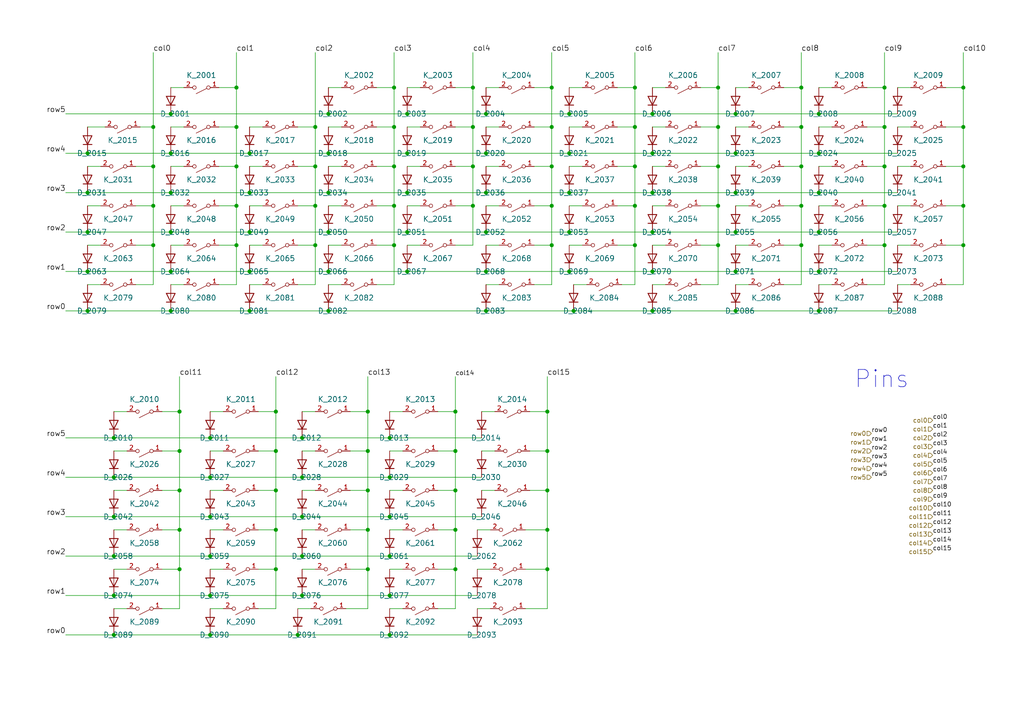
<source format=kicad_sch>
(kicad_sch (version 20210621) (generator eeschema)

  (uuid f1f465bf-a49b-489d-838b-6f5acdd951f8)

  (paper "A4")

  (title_block
    (title "ValKey")
    (date "2019-08-16")
    (rev "0.2")
  )

  

  (junction (at 25.4 44.45) (diameter 1.016) (color 0 0 0 0))
  (junction (at 25.4 55.88) (diameter 1.016) (color 0 0 0 0))
  (junction (at 25.4 67.31) (diameter 1.016) (color 0 0 0 0))
  (junction (at 25.4 78.74) (diameter 1.016) (color 0 0 0 0))
  (junction (at 25.4 90.17) (diameter 1.016) (color 0 0 0 0))
  (junction (at 33.02 127) (diameter 1.016) (color 0 0 0 0))
  (junction (at 33.02 138.43) (diameter 1.016) (color 0 0 0 0))
  (junction (at 33.02 149.86) (diameter 1.016) (color 0 0 0 0))
  (junction (at 33.02 161.29) (diameter 1.016) (color 0 0 0 0))
  (junction (at 33.02 172.72) (diameter 1.016) (color 0 0 0 0))
  (junction (at 33.02 184.15) (diameter 1.016) (color 0 0 0 0))
  (junction (at 44.45 36.83) (diameter 1.016) (color 0 0 0 0))
  (junction (at 44.45 48.26) (diameter 1.016) (color 0 0 0 0))
  (junction (at 44.45 59.69) (diameter 1.016) (color 0 0 0 0))
  (junction (at 44.45 71.12) (diameter 1.016) (color 0 0 0 0))
  (junction (at 49.53 33.02) (diameter 1.016) (color 0 0 0 0))
  (junction (at 49.53 44.45) (diameter 1.016) (color 0 0 0 0))
  (junction (at 49.53 55.88) (diameter 1.016) (color 0 0 0 0))
  (junction (at 49.53 67.31) (diameter 1.016) (color 0 0 0 0))
  (junction (at 49.53 78.74) (diameter 1.016) (color 0 0 0 0))
  (junction (at 49.53 90.17) (diameter 1.016) (color 0 0 0 0))
  (junction (at 52.07 119.38) (diameter 1.016) (color 0 0 0 0))
  (junction (at 52.07 130.81) (diameter 1.016) (color 0 0 0 0))
  (junction (at 52.07 142.24) (diameter 1.016) (color 0 0 0 0))
  (junction (at 52.07 153.67) (diameter 1.016) (color 0 0 0 0))
  (junction (at 52.07 165.1) (diameter 1.016) (color 0 0 0 0))
  (junction (at 60.96 127) (diameter 1.016) (color 0 0 0 0))
  (junction (at 60.96 138.43) (diameter 1.016) (color 0 0 0 0))
  (junction (at 60.96 149.86) (diameter 1.016) (color 0 0 0 0))
  (junction (at 60.96 161.29) (diameter 1.016) (color 0 0 0 0))
  (junction (at 60.96 172.72) (diameter 1.016) (color 0 0 0 0))
  (junction (at 60.96 184.15) (diameter 1.016) (color 0 0 0 0))
  (junction (at 68.58 25.4) (diameter 1.016) (color 0 0 0 0))
  (junction (at 68.58 36.83) (diameter 1.016) (color 0 0 0 0))
  (junction (at 68.58 48.26) (diameter 1.016) (color 0 0 0 0))
  (junction (at 68.58 59.69) (diameter 1.016) (color 0 0 0 0))
  (junction (at 68.58 71.12) (diameter 1.016) (color 0 0 0 0))
  (junction (at 72.39 44.45) (diameter 1.016) (color 0 0 0 0))
  (junction (at 72.39 55.88) (diameter 1.016) (color 0 0 0 0))
  (junction (at 72.39 67.31) (diameter 1.016) (color 0 0 0 0))
  (junction (at 72.39 78.74) (diameter 1.016) (color 0 0 0 0))
  (junction (at 72.39 90.17) (diameter 1.016) (color 0 0 0 0))
  (junction (at 80.01 119.38) (diameter 1.016) (color 0 0 0 0))
  (junction (at 80.01 130.81) (diameter 1.016) (color 0 0 0 0))
  (junction (at 80.01 142.24) (diameter 1.016) (color 0 0 0 0))
  (junction (at 80.01 153.67) (diameter 1.016) (color 0 0 0 0))
  (junction (at 80.01 165.1) (diameter 1.016) (color 0 0 0 0))
  (junction (at 86.36 184.15) (diameter 1.016) (color 0 0 0 0))
  (junction (at 87.63 127) (diameter 1.016) (color 0 0 0 0))
  (junction (at 87.63 138.43) (diameter 1.016) (color 0 0 0 0))
  (junction (at 87.63 149.86) (diameter 1.016) (color 0 0 0 0))
  (junction (at 87.63 161.29) (diameter 1.016) (color 0 0 0 0))
  (junction (at 87.63 172.72) (diameter 1.016) (color 0 0 0 0))
  (junction (at 91.44 36.83) (diameter 1.016) (color 0 0 0 0))
  (junction (at 91.44 48.26) (diameter 1.016) (color 0 0 0 0))
  (junction (at 91.44 59.69) (diameter 1.016) (color 0 0 0 0))
  (junction (at 91.44 71.12) (diameter 1.016) (color 0 0 0 0))
  (junction (at 95.25 33.02) (diameter 1.016) (color 0 0 0 0))
  (junction (at 95.25 44.45) (diameter 1.016) (color 0 0 0 0))
  (junction (at 95.25 55.88) (diameter 1.016) (color 0 0 0 0))
  (junction (at 95.25 67.31) (diameter 1.016) (color 0 0 0 0))
  (junction (at 95.25 78.74) (diameter 1.016) (color 0 0 0 0))
  (junction (at 95.25 90.17) (diameter 1.016) (color 0 0 0 0))
  (junction (at 106.68 119.38) (diameter 1.016) (color 0 0 0 0))
  (junction (at 106.68 130.81) (diameter 1.016) (color 0 0 0 0))
  (junction (at 106.68 142.24) (diameter 1.016) (color 0 0 0 0))
  (junction (at 106.68 153.67) (diameter 1.016) (color 0 0 0 0))
  (junction (at 106.68 165.1) (diameter 1.016) (color 0 0 0 0))
  (junction (at 113.03 127) (diameter 1.016) (color 0 0 0 0))
  (junction (at 113.03 138.43) (diameter 1.016) (color 0 0 0 0))
  (junction (at 113.03 149.86) (diameter 1.016) (color 0 0 0 0))
  (junction (at 113.03 161.29) (diameter 1.016) (color 0 0 0 0))
  (junction (at 113.03 172.72) (diameter 1.016) (color 0 0 0 0))
  (junction (at 113.03 184.15) (diameter 1.016) (color 0 0 0 0))
  (junction (at 114.3 25.4) (diameter 1.016) (color 0 0 0 0))
  (junction (at 114.3 36.83) (diameter 1.016) (color 0 0 0 0))
  (junction (at 114.3 48.26) (diameter 1.016) (color 0 0 0 0))
  (junction (at 114.3 59.69) (diameter 1.016) (color 0 0 0 0))
  (junction (at 114.3 71.12) (diameter 1.016) (color 0 0 0 0))
  (junction (at 118.11 33.02) (diameter 1.016) (color 0 0 0 0))
  (junction (at 118.11 44.45) (diameter 1.016) (color 0 0 0 0))
  (junction (at 118.11 55.88) (diameter 1.016) (color 0 0 0 0))
  (junction (at 118.11 67.31) (diameter 1.016) (color 0 0 0 0))
  (junction (at 118.11 78.74) (diameter 1.016) (color 0 0 0 0))
  (junction (at 132.08 119.38) (diameter 1.016) (color 0 0 0 0))
  (junction (at 132.08 130.81) (diameter 1.016) (color 0 0 0 0))
  (junction (at 132.08 142.24) (diameter 1.016) (color 0 0 0 0))
  (junction (at 132.08 153.67) (diameter 1.016) (color 0 0 0 0))
  (junction (at 132.08 165.1) (diameter 1.016) (color 0 0 0 0))
  (junction (at 137.16 25.4) (diameter 1.016) (color 0 0 0 0))
  (junction (at 137.16 36.83) (diameter 1.016) (color 0 0 0 0))
  (junction (at 137.16 48.26) (diameter 1.016) (color 0 0 0 0))
  (junction (at 137.16 59.69) (diameter 1.016) (color 0 0 0 0))
  (junction (at 140.97 33.02) (diameter 1.016) (color 0 0 0 0))
  (junction (at 140.97 44.45) (diameter 1.016) (color 0 0 0 0))
  (junction (at 140.97 55.88) (diameter 1.016) (color 0 0 0 0))
  (junction (at 140.97 67.31) (diameter 1.016) (color 0 0 0 0))
  (junction (at 140.97 78.74) (diameter 1.016) (color 0 0 0 0))
  (junction (at 140.97 90.17) (diameter 1.016) (color 0 0 0 0))
  (junction (at 158.75 119.38) (diameter 1.016) (color 0 0 0 0))
  (junction (at 158.75 130.81) (diameter 1.016) (color 0 0 0 0))
  (junction (at 158.75 142.24) (diameter 1.016) (color 0 0 0 0))
  (junction (at 158.75 153.67) (diameter 1.016) (color 0 0 0 0))
  (junction (at 158.75 165.1) (diameter 1.016) (color 0 0 0 0))
  (junction (at 160.02 25.4) (diameter 1.016) (color 0 0 0 0))
  (junction (at 160.02 36.83) (diameter 1.016) (color 0 0 0 0))
  (junction (at 160.02 48.26) (diameter 1.016) (color 0 0 0 0))
  (junction (at 160.02 59.69) (diameter 1.016) (color 0 0 0 0))
  (junction (at 160.02 71.12) (diameter 1.016) (color 0 0 0 0))
  (junction (at 165.1 33.02) (diameter 1.016) (color 0 0 0 0))
  (junction (at 165.1 44.45) (diameter 1.016) (color 0 0 0 0))
  (junction (at 165.1 55.88) (diameter 1.016) (color 0 0 0 0))
  (junction (at 165.1 67.31) (diameter 1.016) (color 0 0 0 0))
  (junction (at 165.1 78.74) (diameter 1.016) (color 0 0 0 0))
  (junction (at 166.37 90.17) (diameter 1.016) (color 0 0 0 0))
  (junction (at 184.15 25.4) (diameter 1.016) (color 0 0 0 0))
  (junction (at 184.15 36.83) (diameter 1.016) (color 0 0 0 0))
  (junction (at 184.15 48.26) (diameter 1.016) (color 0 0 0 0))
  (junction (at 184.15 59.69) (diameter 1.016) (color 0 0 0 0))
  (junction (at 184.15 71.12) (diameter 1.016) (color 0 0 0 0))
  (junction (at 189.23 33.02) (diameter 1.016) (color 0 0 0 0))
  (junction (at 189.23 44.45) (diameter 1.016) (color 0 0 0 0))
  (junction (at 189.23 55.88) (diameter 1.016) (color 0 0 0 0))
  (junction (at 189.23 67.31) (diameter 1.016) (color 0 0 0 0))
  (junction (at 189.23 78.74) (diameter 1.016) (color 0 0 0 0))
  (junction (at 189.23 90.17) (diameter 1.016) (color 0 0 0 0))
  (junction (at 208.28 25.4) (diameter 1.016) (color 0 0 0 0))
  (junction (at 208.28 36.83) (diameter 1.016) (color 0 0 0 0))
  (junction (at 208.28 48.26) (diameter 1.016) (color 0 0 0 0))
  (junction (at 208.28 59.69) (diameter 1.016) (color 0 0 0 0))
  (junction (at 208.28 71.12) (diameter 1.016) (color 0 0 0 0))
  (junction (at 213.36 33.02) (diameter 1.016) (color 0 0 0 0))
  (junction (at 213.36 44.45) (diameter 1.016) (color 0 0 0 0))
  (junction (at 213.36 55.88) (diameter 1.016) (color 0 0 0 0))
  (junction (at 213.36 67.31) (diameter 1.016) (color 0 0 0 0))
  (junction (at 213.36 78.74) (diameter 1.016) (color 0 0 0 0))
  (junction (at 213.36 90.17) (diameter 1.016) (color 0 0 0 0))
  (junction (at 232.41 25.4) (diameter 1.016) (color 0 0 0 0))
  (junction (at 232.41 36.83) (diameter 1.016) (color 0 0 0 0))
  (junction (at 232.41 48.26) (diameter 1.016) (color 0 0 0 0))
  (junction (at 232.41 59.69) (diameter 1.016) (color 0 0 0 0))
  (junction (at 232.41 71.12) (diameter 1.016) (color 0 0 0 0))
  (junction (at 237.49 33.02) (diameter 1.016) (color 0 0 0 0))
  (junction (at 237.49 44.45) (diameter 1.016) (color 0 0 0 0))
  (junction (at 237.49 55.88) (diameter 1.016) (color 0 0 0 0))
  (junction (at 237.49 67.31) (diameter 1.016) (color 0 0 0 0))
  (junction (at 237.49 78.74) (diameter 1.016) (color 0 0 0 0))
  (junction (at 237.49 90.17) (diameter 1.016) (color 0 0 0 0))
  (junction (at 256.54 25.4) (diameter 1.016) (color 0 0 0 0))
  (junction (at 256.54 36.83) (diameter 1.016) (color 0 0 0 0))
  (junction (at 256.54 48.26) (diameter 1.016) (color 0 0 0 0))
  (junction (at 256.54 59.69) (diameter 1.016) (color 0 0 0 0))
  (junction (at 256.54 71.12) (diameter 1.016) (color 0 0 0 0))
  (junction (at 279.4 25.4) (diameter 1.016) (color 0 0 0 0))
  (junction (at 279.4 36.83) (diameter 1.016) (color 0 0 0 0))
  (junction (at 279.4 48.26) (diameter 1.016) (color 0 0 0 0))
  (junction (at 279.4 59.69) (diameter 1.016) (color 0 0 0 0))
  (junction (at 279.4 71.12) (diameter 1.016) (color 0 0 0 0))

  (wire (pts (xy 19.05 33.02) (xy 49.53 33.02))
    (stroke (width 0) (type solid) (color 0 0 0 0))
    (uuid 07e20ed4-be02-452b-a45c-061f845e3479)
  )
  (wire (pts (xy 19.05 44.45) (xy 25.4 44.45))
    (stroke (width 0) (type solid) (color 0 0 0 0))
    (uuid 96458790-b651-4a8e-bb6e-501c776f2b80)
  )
  (wire (pts (xy 19.05 55.88) (xy 25.4 55.88))
    (stroke (width 0) (type solid) (color 0 0 0 0))
    (uuid 392cb9c4-03c5-4482-bbbf-15f2bef46e48)
  )
  (wire (pts (xy 19.05 67.31) (xy 25.4 67.31))
    (stroke (width 0) (type solid) (color 0 0 0 0))
    (uuid c319389c-6bab-4bf6-92bd-1bc4a77a2379)
  )
  (wire (pts (xy 19.05 78.74) (xy 25.4 78.74))
    (stroke (width 0) (type solid) (color 0 0 0 0))
    (uuid 8542e5bf-d46c-4000-8125-64f4cb145417)
  )
  (wire (pts (xy 19.05 90.17) (xy 25.4 90.17))
    (stroke (width 0) (type solid) (color 0 0 0 0))
    (uuid e7d7764e-2a46-4704-80b4-1c399049142b)
  )
  (wire (pts (xy 19.05 127) (xy 33.02 127))
    (stroke (width 0) (type solid) (color 0 0 0 0))
    (uuid 735acfb3-4f84-4051-b3e9-16bdd3373ced)
  )
  (wire (pts (xy 19.05 138.43) (xy 33.02 138.43))
    (stroke (width 0) (type solid) (color 0 0 0 0))
    (uuid 65c78a6e-8b22-4966-b3e5-b81231f12f9a)
  )
  (wire (pts (xy 19.05 149.86) (xy 33.02 149.86))
    (stroke (width 0) (type solid) (color 0 0 0 0))
    (uuid dbde21c0-58fe-417f-905c-aa46cc70a320)
  )
  (wire (pts (xy 19.05 161.29) (xy 33.02 161.29))
    (stroke (width 0) (type solid) (color 0 0 0 0))
    (uuid e409fae5-70e0-4963-b6cb-18a9e9bc70b1)
  )
  (wire (pts (xy 19.05 184.15) (xy 33.02 184.15))
    (stroke (width 0) (type solid) (color 0 0 0 0))
    (uuid bcb1aa99-5536-43dd-9c8a-96f532b2097f)
  )
  (wire (pts (xy 25.4 36.83) (xy 30.48 36.83))
    (stroke (width 0) (type solid) (color 0 0 0 0))
    (uuid 492b6420-3223-4629-99f3-6e1fa84e5bd0)
  )
  (wire (pts (xy 25.4 44.45) (xy 49.53 44.45))
    (stroke (width 0) (type solid) (color 0 0 0 0))
    (uuid d2ed50ef-7a2c-45b4-8073-6fcccc0f1958)
  )
  (wire (pts (xy 25.4 48.26) (xy 29.21 48.26))
    (stroke (width 0) (type solid) (color 0 0 0 0))
    (uuid 3e88b7a4-7359-4263-b647-7aad72077720)
  )
  (wire (pts (xy 25.4 55.88) (xy 49.53 55.88))
    (stroke (width 0) (type solid) (color 0 0 0 0))
    (uuid 35db05e8-95c4-4a94-9fd6-52627aa241ba)
  )
  (wire (pts (xy 25.4 59.69) (xy 29.21 59.69))
    (stroke (width 0) (type solid) (color 0 0 0 0))
    (uuid 756163bf-ff7f-4e48-8ef1-eb752a54ad4b)
  )
  (wire (pts (xy 25.4 67.31) (xy 49.53 67.31))
    (stroke (width 0) (type solid) (color 0 0 0 0))
    (uuid 8cb40e37-c8b6-4410-b5a6-7e7515116f4a)
  )
  (wire (pts (xy 25.4 71.12) (xy 29.21 71.12))
    (stroke (width 0) (type solid) (color 0 0 0 0))
    (uuid 2cfd18be-6d21-40c3-a819-b88b09466d37)
  )
  (wire (pts (xy 25.4 78.74) (xy 49.53 78.74))
    (stroke (width 0) (type solid) (color 0 0 0 0))
    (uuid cbc73314-f031-4039-9628-7978c6c9c909)
  )
  (wire (pts (xy 25.4 82.55) (xy 29.21 82.55))
    (stroke (width 0) (type solid) (color 0 0 0 0))
    (uuid 25944e1b-8c86-49a4-a33c-4bf1942622a5)
  )
  (wire (pts (xy 25.4 90.17) (xy 49.53 90.17))
    (stroke (width 0) (type solid) (color 0 0 0 0))
    (uuid f2d8f0f3-c09d-47f1-b53a-1c24316944d5)
  )
  (wire (pts (xy 33.02 119.38) (xy 36.83 119.38))
    (stroke (width 0) (type solid) (color 0 0 0 0))
    (uuid 6cc11587-b73f-4c23-a36c-74cfc981c40a)
  )
  (wire (pts (xy 33.02 127) (xy 60.96 127))
    (stroke (width 0) (type solid) (color 0 0 0 0))
    (uuid 9a730b6e-bace-400b-8bde-042d0f233b05)
  )
  (wire (pts (xy 33.02 130.81) (xy 36.83 130.81))
    (stroke (width 0) (type solid) (color 0 0 0 0))
    (uuid af638d0e-275c-4d6b-b6d8-eab394f7c9ef)
  )
  (wire (pts (xy 33.02 138.43) (xy 60.96 138.43))
    (stroke (width 0) (type solid) (color 0 0 0 0))
    (uuid abe01898-82c6-40b4-a6f1-acc0a647ab23)
  )
  (wire (pts (xy 33.02 142.24) (xy 36.83 142.24))
    (stroke (width 0) (type solid) (color 0 0 0 0))
    (uuid 5b89d6fb-cf0e-4819-8df1-fa057625adc1)
  )
  (wire (pts (xy 33.02 149.86) (xy 60.96 149.86))
    (stroke (width 0) (type solid) (color 0 0 0 0))
    (uuid 13c9f8ee-1114-4d6c-8e42-efc9cf66af41)
  )
  (wire (pts (xy 33.02 153.67) (xy 36.83 153.67))
    (stroke (width 0) (type solid) (color 0 0 0 0))
    (uuid ea9e020f-2344-4ad6-8bcb-2d17caf248c9)
  )
  (wire (pts (xy 33.02 161.29) (xy 60.96 161.29))
    (stroke (width 0) (type solid) (color 0 0 0 0))
    (uuid 7a22f342-aef8-40d2-ba5a-64d76a84cb45)
  )
  (wire (pts (xy 33.02 165.1) (xy 36.83 165.1))
    (stroke (width 0) (type solid) (color 0 0 0 0))
    (uuid b9362fc0-db74-4c41-85e5-76fe33e346a8)
  )
  (wire (pts (xy 33.02 172.72) (xy 19.05 172.72))
    (stroke (width 0) (type solid) (color 0 0 0 0))
    (uuid f25c9f1c-8d6d-4a7e-bb2b-fecef51fe7ff)
  )
  (wire (pts (xy 33.02 172.72) (xy 60.96 172.72))
    (stroke (width 0) (type solid) (color 0 0 0 0))
    (uuid c70fc755-b85e-4c98-8791-6becb607be6a)
  )
  (wire (pts (xy 33.02 176.53) (xy 36.83 176.53))
    (stroke (width 0) (type solid) (color 0 0 0 0))
    (uuid b0806245-d359-4b00-bcaf-0a30115100c3)
  )
  (wire (pts (xy 33.02 184.15) (xy 60.96 184.15))
    (stroke (width 0) (type solid) (color 0 0 0 0))
    (uuid 8e8c4d73-414a-4f8e-a78d-aa58fd583c3c)
  )
  (wire (pts (xy 39.37 48.26) (xy 44.45 48.26))
    (stroke (width 0) (type solid) (color 0 0 0 0))
    (uuid b3dce6fa-e00b-47fa-91d0-a31db8aff61f)
  )
  (wire (pts (xy 39.37 59.69) (xy 44.45 59.69))
    (stroke (width 0) (type solid) (color 0 0 0 0))
    (uuid 83b23c73-502b-45b5-bdce-04351502cb76)
  )
  (wire (pts (xy 39.37 71.12) (xy 44.45 71.12))
    (stroke (width 0) (type solid) (color 0 0 0 0))
    (uuid 4bd4df62-fc4b-4d46-a360-cdc2ff339012)
  )
  (wire (pts (xy 39.37 82.55) (xy 44.45 82.55))
    (stroke (width 0) (type solid) (color 0 0 0 0))
    (uuid 688fa004-d9d6-4fa4-9c8a-fb0f834819f7)
  )
  (wire (pts (xy 40.64 36.83) (xy 44.45 36.83))
    (stroke (width 0) (type solid) (color 0 0 0 0))
    (uuid 88b27b18-8f21-4dd8-b386-7bf6eb965c8b)
  )
  (wire (pts (xy 44.45 15.24) (xy 44.45 36.83))
    (stroke (width 0) (type solid) (color 0 0 0 0))
    (uuid 57a05f28-23fe-4706-b49a-384fb105ae24)
  )
  (wire (pts (xy 44.45 48.26) (xy 44.45 36.83))
    (stroke (width 0) (type solid) (color 0 0 0 0))
    (uuid 7a581c75-2876-41a6-802c-6abffad19d97)
  )
  (wire (pts (xy 44.45 59.69) (xy 44.45 48.26))
    (stroke (width 0) (type solid) (color 0 0 0 0))
    (uuid 6108d698-969f-4f37-bbbf-69df2d9050c7)
  )
  (wire (pts (xy 44.45 71.12) (xy 44.45 59.69))
    (stroke (width 0) (type solid) (color 0 0 0 0))
    (uuid 619e87ec-1699-466c-9858-d7c69778b7cc)
  )
  (wire (pts (xy 44.45 71.12) (xy 44.45 82.55))
    (stroke (width 0) (type solid) (color 0 0 0 0))
    (uuid d077c103-45ee-4aea-a4e9-550abd6b5056)
  )
  (wire (pts (xy 46.99 119.38) (xy 52.07 119.38))
    (stroke (width 0) (type solid) (color 0 0 0 0))
    (uuid 80cce78d-379a-441d-a062-687656aa3b8d)
  )
  (wire (pts (xy 46.99 130.81) (xy 52.07 130.81))
    (stroke (width 0) (type solid) (color 0 0 0 0))
    (uuid c3dca49b-a963-4545-a72b-a0bbe488bcd4)
  )
  (wire (pts (xy 46.99 142.24) (xy 52.07 142.24))
    (stroke (width 0) (type solid) (color 0 0 0 0))
    (uuid 6ab0851f-44c8-43dd-9bb1-e6cd320e9688)
  )
  (wire (pts (xy 46.99 153.67) (xy 52.07 153.67))
    (stroke (width 0) (type solid) (color 0 0 0 0))
    (uuid b95628be-19d4-4fcd-8013-763b7a6ff68d)
  )
  (wire (pts (xy 46.99 165.1) (xy 52.07 165.1))
    (stroke (width 0) (type solid) (color 0 0 0 0))
    (uuid e72c650d-2280-43e4-b8cb-55d339a0b38f)
  )
  (wire (pts (xy 46.99 176.53) (xy 52.07 176.53))
    (stroke (width 0) (type solid) (color 0 0 0 0))
    (uuid 75ace8ef-83d8-4f0c-9e00-76be2b391ff5)
  )
  (wire (pts (xy 49.53 25.4) (xy 53.34 25.4))
    (stroke (width 0) (type solid) (color 0 0 0 0))
    (uuid c9585c63-ab93-40f9-ada0-fa03cff0f0fe)
  )
  (wire (pts (xy 49.53 33.02) (xy 95.25 33.02))
    (stroke (width 0) (type solid) (color 0 0 0 0))
    (uuid eff59a56-0078-4d8f-badf-b434021d830c)
  )
  (wire (pts (xy 49.53 36.83) (xy 53.34 36.83))
    (stroke (width 0) (type solid) (color 0 0 0 0))
    (uuid 0758d7c2-102f-460e-bfa3-7e402f08c113)
  )
  (wire (pts (xy 49.53 44.45) (xy 72.39 44.45))
    (stroke (width 0) (type solid) (color 0 0 0 0))
    (uuid 2c382cf7-d5c4-4889-a8c4-9841eaf7ac5d)
  )
  (wire (pts (xy 49.53 48.26) (xy 53.34 48.26))
    (stroke (width 0) (type solid) (color 0 0 0 0))
    (uuid 42e4ec5c-4514-47fe-bda3-919422cd6d13)
  )
  (wire (pts (xy 49.53 55.88) (xy 72.39 55.88))
    (stroke (width 0) (type solid) (color 0 0 0 0))
    (uuid 115153fd-fe35-4ab3-9a47-8cd8fd730d34)
  )
  (wire (pts (xy 49.53 59.69) (xy 53.34 59.69))
    (stroke (width 0) (type solid) (color 0 0 0 0))
    (uuid dfe1a98a-0c38-4543-98a9-5f70d69d0754)
  )
  (wire (pts (xy 49.53 67.31) (xy 72.39 67.31))
    (stroke (width 0) (type solid) (color 0 0 0 0))
    (uuid 9616efa5-76d1-4331-8dea-389b885c8fe1)
  )
  (wire (pts (xy 49.53 71.12) (xy 53.34 71.12))
    (stroke (width 0) (type solid) (color 0 0 0 0))
    (uuid 384f1eef-44c8-4dc4-917f-63f983b69fb7)
  )
  (wire (pts (xy 49.53 78.74) (xy 72.39 78.74))
    (stroke (width 0) (type solid) (color 0 0 0 0))
    (uuid 12e0b6ed-2a2f-482b-a90e-24222ffafcc2)
  )
  (wire (pts (xy 49.53 82.55) (xy 53.34 82.55))
    (stroke (width 0) (type solid) (color 0 0 0 0))
    (uuid 0364f768-3e74-415d-bf0e-660fcffb2281)
  )
  (wire (pts (xy 49.53 90.17) (xy 72.39 90.17))
    (stroke (width 0) (type solid) (color 0 0 0 0))
    (uuid 008a6874-ce3c-4694-8416-9360bec22271)
  )
  (wire (pts (xy 52.07 109.22) (xy 52.07 119.38))
    (stroke (width 0) (type solid) (color 0 0 0 0))
    (uuid 174643b6-b11a-4011-859e-c5335dd7c7a1)
  )
  (wire (pts (xy 52.07 130.81) (xy 52.07 119.38))
    (stroke (width 0) (type solid) (color 0 0 0 0))
    (uuid e7eb1db6-c615-4a2d-81b2-9bba00a770f8)
  )
  (wire (pts (xy 52.07 142.24) (xy 52.07 130.81))
    (stroke (width 0) (type solid) (color 0 0 0 0))
    (uuid 256d7f31-c221-4302-b174-b5ad8c54ba69)
  )
  (wire (pts (xy 52.07 153.67) (xy 52.07 142.24))
    (stroke (width 0) (type solid) (color 0 0 0 0))
    (uuid 817a234c-0a0b-4b2e-b97b-07d60ad87ce5)
  )
  (wire (pts (xy 52.07 165.1) (xy 52.07 153.67))
    (stroke (width 0) (type solid) (color 0 0 0 0))
    (uuid 082a40d2-6662-4146-9024-20b9d58d4e91)
  )
  (wire (pts (xy 52.07 165.1) (xy 52.07 176.53))
    (stroke (width 0) (type solid) (color 0 0 0 0))
    (uuid 5a7949a3-5538-48a1-84b1-fa7f98c259bd)
  )
  (wire (pts (xy 60.96 119.38) (xy 64.77 119.38))
    (stroke (width 0) (type solid) (color 0 0 0 0))
    (uuid 4cdb31e5-364d-42ee-95ee-206cf0665cc2)
  )
  (wire (pts (xy 60.96 127) (xy 87.63 127))
    (stroke (width 0) (type solid) (color 0 0 0 0))
    (uuid c363a1e7-641d-4c90-9bdd-62671dd5ba91)
  )
  (wire (pts (xy 60.96 130.81) (xy 64.77 130.81))
    (stroke (width 0) (type solid) (color 0 0 0 0))
    (uuid 0d1e9082-cfb0-4349-92fa-2925bc2359bb)
  )
  (wire (pts (xy 60.96 138.43) (xy 87.63 138.43))
    (stroke (width 0) (type solid) (color 0 0 0 0))
    (uuid 53144942-aba7-4d22-bdb5-c493a4649e33)
  )
  (wire (pts (xy 60.96 142.24) (xy 64.77 142.24))
    (stroke (width 0) (type solid) (color 0 0 0 0))
    (uuid 02e1c603-5e5a-4261-af95-3756ad6a6bb6)
  )
  (wire (pts (xy 60.96 149.86) (xy 87.63 149.86))
    (stroke (width 0) (type solid) (color 0 0 0 0))
    (uuid 98b0daf3-c685-4a90-9cee-4d8ff5592bcf)
  )
  (wire (pts (xy 60.96 153.67) (xy 64.77 153.67))
    (stroke (width 0) (type solid) (color 0 0 0 0))
    (uuid 5969cabb-46e7-4d4d-bc10-ab7b1f6f1fed)
  )
  (wire (pts (xy 60.96 161.29) (xy 87.63 161.29))
    (stroke (width 0) (type solid) (color 0 0 0 0))
    (uuid 8e1328c5-05d8-4e97-9f15-e176a9c121a8)
  )
  (wire (pts (xy 60.96 165.1) (xy 64.77 165.1))
    (stroke (width 0) (type solid) (color 0 0 0 0))
    (uuid 2cf5fb62-97ac-4f94-b7dd-dc7e12ca4e77)
  )
  (wire (pts (xy 60.96 172.72) (xy 87.63 172.72))
    (stroke (width 0) (type solid) (color 0 0 0 0))
    (uuid cf1fcf57-25ad-4cee-9a50-60bd59ee7f23)
  )
  (wire (pts (xy 60.96 176.53) (xy 64.77 176.53))
    (stroke (width 0) (type solid) (color 0 0 0 0))
    (uuid c720d028-0a2d-40a3-b624-c08c6e2a3324)
  )
  (wire (pts (xy 60.96 184.15) (xy 86.36 184.15))
    (stroke (width 0) (type solid) (color 0 0 0 0))
    (uuid 9aa0dd1b-8b16-4ca6-9efa-10722527fb1f)
  )
  (wire (pts (xy 63.5 25.4) (xy 68.58 25.4))
    (stroke (width 0) (type solid) (color 0 0 0 0))
    (uuid 579848d7-4bc8-49cb-a093-08845e5ddce5)
  )
  (wire (pts (xy 63.5 36.83) (xy 68.58 36.83))
    (stroke (width 0) (type solid) (color 0 0 0 0))
    (uuid 06593edb-349e-463e-a629-27d7a3596707)
  )
  (wire (pts (xy 63.5 48.26) (xy 68.58 48.26))
    (stroke (width 0) (type solid) (color 0 0 0 0))
    (uuid d81e59f0-eeff-45d6-b8b7-0794959155d1)
  )
  (wire (pts (xy 63.5 59.69) (xy 68.58 59.69))
    (stroke (width 0) (type solid) (color 0 0 0 0))
    (uuid 1c2cafff-0585-4f88-8887-dbab11881f45)
  )
  (wire (pts (xy 63.5 71.12) (xy 68.58 71.12))
    (stroke (width 0) (type solid) (color 0 0 0 0))
    (uuid 8bcd1413-9d82-45bb-afde-5efd6f439a37)
  )
  (wire (pts (xy 63.5 82.55) (xy 68.58 82.55))
    (stroke (width 0) (type solid) (color 0 0 0 0))
    (uuid f12d8257-a904-4023-b1ca-d7fe46fbc33c)
  )
  (wire (pts (xy 68.58 15.24) (xy 68.58 25.4))
    (stroke (width 0) (type solid) (color 0 0 0 0))
    (uuid 0cc6aabe-523f-4906-90df-3bd3ab822bb6)
  )
  (wire (pts (xy 68.58 36.83) (xy 68.58 25.4))
    (stroke (width 0) (type solid) (color 0 0 0 0))
    (uuid e330624e-7b43-4579-923c-8e4cb12ca4fb)
  )
  (wire (pts (xy 68.58 48.26) (xy 68.58 36.83))
    (stroke (width 0) (type solid) (color 0 0 0 0))
    (uuid 7c982384-5ca8-42b5-9f1d-fe3960f38d08)
  )
  (wire (pts (xy 68.58 59.69) (xy 68.58 48.26))
    (stroke (width 0) (type solid) (color 0 0 0 0))
    (uuid 71993735-7414-4436-ba4c-f63fb904b058)
  )
  (wire (pts (xy 68.58 71.12) (xy 68.58 59.69))
    (stroke (width 0) (type solid) (color 0 0 0 0))
    (uuid a48bf271-d5fa-479f-8e5b-70187cb90476)
  )
  (wire (pts (xy 68.58 71.12) (xy 68.58 82.55))
    (stroke (width 0) (type solid) (color 0 0 0 0))
    (uuid e430e7a2-a073-4986-90b2-fe7f5fd094eb)
  )
  (wire (pts (xy 72.39 36.83) (xy 76.2 36.83))
    (stroke (width 0) (type solid) (color 0 0 0 0))
    (uuid c4ebb208-a2aa-4c2b-9d60-a8c9b7a9f853)
  )
  (wire (pts (xy 72.39 44.45) (xy 95.25 44.45))
    (stroke (width 0) (type solid) (color 0 0 0 0))
    (uuid 0450320d-f286-4ab8-afbf-32ebe0d58e7f)
  )
  (wire (pts (xy 72.39 48.26) (xy 76.2 48.26))
    (stroke (width 0) (type solid) (color 0 0 0 0))
    (uuid 2f0fcf1b-bb1c-4a7d-a62c-822f7e93d95d)
  )
  (wire (pts (xy 72.39 55.88) (xy 95.25 55.88))
    (stroke (width 0) (type solid) (color 0 0 0 0))
    (uuid 1db6b30d-fb5c-49bf-955a-3770a124ed02)
  )
  (wire (pts (xy 72.39 59.69) (xy 76.2 59.69))
    (stroke (width 0) (type solid) (color 0 0 0 0))
    (uuid 79bc8825-b619-48ae-a218-928ca6d50060)
  )
  (wire (pts (xy 72.39 67.31) (xy 95.25 67.31))
    (stroke (width 0) (type solid) (color 0 0 0 0))
    (uuid 9da63306-cbc9-4594-9fae-d8de39463415)
  )
  (wire (pts (xy 72.39 71.12) (xy 76.2 71.12))
    (stroke (width 0) (type solid) (color 0 0 0 0))
    (uuid 12af604a-1198-426f-9b19-654c9ef14835)
  )
  (wire (pts (xy 72.39 78.74) (xy 95.25 78.74))
    (stroke (width 0) (type solid) (color 0 0 0 0))
    (uuid 9f95d87a-00af-47aa-9011-414145977a64)
  )
  (wire (pts (xy 72.39 82.55) (xy 76.2 82.55))
    (stroke (width 0) (type solid) (color 0 0 0 0))
    (uuid 342a54d1-de45-48f5-9e00-40b10e004ca9)
  )
  (wire (pts (xy 72.39 90.17) (xy 95.25 90.17))
    (stroke (width 0) (type solid) (color 0 0 0 0))
    (uuid f843020d-10eb-4996-9e1d-db6191eed21a)
  )
  (wire (pts (xy 74.93 119.38) (xy 80.01 119.38))
    (stroke (width 0) (type solid) (color 0 0 0 0))
    (uuid f78c1fb9-240f-403b-b9d9-778c05dfac31)
  )
  (wire (pts (xy 74.93 130.81) (xy 80.01 130.81))
    (stroke (width 0) (type solid) (color 0 0 0 0))
    (uuid 75446ebe-8cfb-4c71-bfb4-ca434fd10d0f)
  )
  (wire (pts (xy 74.93 142.24) (xy 80.01 142.24))
    (stroke (width 0) (type solid) (color 0 0 0 0))
    (uuid 01e3c812-0aa6-418f-952b-59a3a658ad6f)
  )
  (wire (pts (xy 74.93 153.67) (xy 80.01 153.67))
    (stroke (width 0) (type solid) (color 0 0 0 0))
    (uuid f434e463-474a-4ece-9829-4c772ed45d1e)
  )
  (wire (pts (xy 74.93 165.1) (xy 80.01 165.1))
    (stroke (width 0) (type solid) (color 0 0 0 0))
    (uuid dd4a14e1-10f3-44af-a48e-b267011502b6)
  )
  (wire (pts (xy 74.93 176.53) (xy 80.01 176.53))
    (stroke (width 0) (type solid) (color 0 0 0 0))
    (uuid a19e5ffc-e4ce-4a60-bf2f-352b2da7c9a6)
  )
  (wire (pts (xy 80.01 109.22) (xy 80.01 119.38))
    (stroke (width 0) (type solid) (color 0 0 0 0))
    (uuid f3556c02-e373-4908-b99f-0fe9b064dd57)
  )
  (wire (pts (xy 80.01 130.81) (xy 80.01 119.38))
    (stroke (width 0) (type solid) (color 0 0 0 0))
    (uuid b6b17350-1ba1-41ef-97ca-eff3af7b24f4)
  )
  (wire (pts (xy 80.01 142.24) (xy 80.01 130.81))
    (stroke (width 0) (type solid) (color 0 0 0 0))
    (uuid 841a8ff2-bca6-4360-8816-fe8c427cd6c6)
  )
  (wire (pts (xy 80.01 153.67) (xy 80.01 142.24))
    (stroke (width 0) (type solid) (color 0 0 0 0))
    (uuid 6c97f08d-6d8d-4039-87ef-71d25b0b3afd)
  )
  (wire (pts (xy 80.01 165.1) (xy 80.01 153.67))
    (stroke (width 0) (type solid) (color 0 0 0 0))
    (uuid 410da43b-f5cb-4bb2-870e-3927a76cba70)
  )
  (wire (pts (xy 80.01 165.1) (xy 80.01 176.53))
    (stroke (width 0) (type solid) (color 0 0 0 0))
    (uuid 7fbc94d8-1a08-4c22-839d-7dd024d3ef1f)
  )
  (wire (pts (xy 86.36 36.83) (xy 91.44 36.83))
    (stroke (width 0) (type solid) (color 0 0 0 0))
    (uuid 5b427703-7351-4fca-8c0b-e35592066f80)
  )
  (wire (pts (xy 86.36 48.26) (xy 91.44 48.26))
    (stroke (width 0) (type solid) (color 0 0 0 0))
    (uuid f624ca16-5f11-47c2-baba-1faef752962a)
  )
  (wire (pts (xy 86.36 59.69) (xy 91.44 59.69))
    (stroke (width 0) (type solid) (color 0 0 0 0))
    (uuid 6b27ee83-f42a-4852-9592-110583fbea44)
  )
  (wire (pts (xy 86.36 71.12) (xy 91.44 71.12))
    (stroke (width 0) (type solid) (color 0 0 0 0))
    (uuid e27e84ff-8f4e-4b0b-98c6-150d56e45772)
  )
  (wire (pts (xy 86.36 82.55) (xy 91.44 82.55))
    (stroke (width 0) (type solid) (color 0 0 0 0))
    (uuid adcc9938-63a0-4180-9be4-50e85b166596)
  )
  (wire (pts (xy 86.36 176.53) (xy 90.17 176.53))
    (stroke (width 0) (type solid) (color 0 0 0 0))
    (uuid b7d4108c-c5fc-4b42-a845-777ddd02b541)
  )
  (wire (pts (xy 86.36 184.15) (xy 113.03 184.15))
    (stroke (width 0) (type solid) (color 0 0 0 0))
    (uuid 823f4ee7-d252-4c94-b6f6-fc0e5f70ab87)
  )
  (wire (pts (xy 87.63 119.38) (xy 91.44 119.38))
    (stroke (width 0) (type solid) (color 0 0 0 0))
    (uuid cc5fdd09-b794-4846-bf53-3c4e5cc3950e)
  )
  (wire (pts (xy 87.63 127) (xy 113.03 127))
    (stroke (width 0) (type solid) (color 0 0 0 0))
    (uuid d1b3978a-c9c6-4ba6-b13b-eda6b1ee9a81)
  )
  (wire (pts (xy 87.63 130.81) (xy 91.44 130.81))
    (stroke (width 0) (type solid) (color 0 0 0 0))
    (uuid 9f2284e3-49f0-428d-a031-173a6afd55a9)
  )
  (wire (pts (xy 87.63 138.43) (xy 113.03 138.43))
    (stroke (width 0) (type solid) (color 0 0 0 0))
    (uuid 178c9cb9-1a72-4d84-aa1b-ec5ecd17aa5b)
  )
  (wire (pts (xy 87.63 142.24) (xy 91.44 142.24))
    (stroke (width 0) (type solid) (color 0 0 0 0))
    (uuid 00e679ce-02b8-4076-8c41-a6905617dd8c)
  )
  (wire (pts (xy 87.63 149.86) (xy 113.03 149.86))
    (stroke (width 0) (type solid) (color 0 0 0 0))
    (uuid 7ee4bfea-6614-4c0b-84aa-9d7d3d5771a8)
  )
  (wire (pts (xy 87.63 153.67) (xy 91.44 153.67))
    (stroke (width 0) (type solid) (color 0 0 0 0))
    (uuid 4a2fbf63-1074-426c-a0b4-acf6a6183f74)
  )
  (wire (pts (xy 87.63 161.29) (xy 113.03 161.29))
    (stroke (width 0) (type solid) (color 0 0 0 0))
    (uuid b6622077-0db1-4ba4-912b-ba6ba0b3b627)
  )
  (wire (pts (xy 87.63 165.1) (xy 91.44 165.1))
    (stroke (width 0) (type solid) (color 0 0 0 0))
    (uuid 3048c2c4-ad16-4caf-84ff-5b092da7f2ba)
  )
  (wire (pts (xy 87.63 172.72) (xy 113.03 172.72))
    (stroke (width 0) (type solid) (color 0 0 0 0))
    (uuid 465a2b3e-5d3c-4ee0-8d52-25f6245c7ff2)
  )
  (wire (pts (xy 91.44 15.24) (xy 91.44 36.83))
    (stroke (width 0) (type solid) (color 0 0 0 0))
    (uuid d9585bd1-a694-4077-9513-dd8a66189f2e)
  )
  (wire (pts (xy 91.44 48.26) (xy 91.44 36.83))
    (stroke (width 0) (type solid) (color 0 0 0 0))
    (uuid 9e1dd412-5480-4769-8e84-6c9e09ab1fad)
  )
  (wire (pts (xy 91.44 59.69) (xy 91.44 48.26))
    (stroke (width 0) (type solid) (color 0 0 0 0))
    (uuid 0e5d5186-8d78-43b2-9a3a-187bc062de18)
  )
  (wire (pts (xy 91.44 71.12) (xy 91.44 59.69))
    (stroke (width 0) (type solid) (color 0 0 0 0))
    (uuid 27e85809-9b47-41a1-9531-dc982980a001)
  )
  (wire (pts (xy 91.44 71.12) (xy 91.44 82.55))
    (stroke (width 0) (type solid) (color 0 0 0 0))
    (uuid 11b4e2c7-1e96-426f-a3ce-78de734545de)
  )
  (wire (pts (xy 95.25 25.4) (xy 99.06 25.4))
    (stroke (width 0) (type solid) (color 0 0 0 0))
    (uuid ef0a8da7-03ae-4b62-b756-6028532dc563)
  )
  (wire (pts (xy 95.25 33.02) (xy 118.11 33.02))
    (stroke (width 0) (type solid) (color 0 0 0 0))
    (uuid c9f54816-e750-47c1-9d48-ee4b2f1ee086)
  )
  (wire (pts (xy 95.25 36.83) (xy 99.06 36.83))
    (stroke (width 0) (type solid) (color 0 0 0 0))
    (uuid 5e2aadd1-590c-4c8d-9723-6fbef304fa85)
  )
  (wire (pts (xy 95.25 44.45) (xy 118.11 44.45))
    (stroke (width 0) (type solid) (color 0 0 0 0))
    (uuid ae5eb11c-73cd-4447-858c-7d6abd4598dc)
  )
  (wire (pts (xy 95.25 48.26) (xy 99.06 48.26))
    (stroke (width 0) (type solid) (color 0 0 0 0))
    (uuid 1113dd32-e052-4bf3-bb8e-13e2252ec77e)
  )
  (wire (pts (xy 95.25 55.88) (xy 118.11 55.88))
    (stroke (width 0) (type solid) (color 0 0 0 0))
    (uuid bc957871-9bce-43f9-8b42-9ec837be3f5c)
  )
  (wire (pts (xy 95.25 59.69) (xy 99.06 59.69))
    (stroke (width 0) (type solid) (color 0 0 0 0))
    (uuid e31e1e4f-5cc7-44f4-8e0c-34fec24d7b49)
  )
  (wire (pts (xy 95.25 67.31) (xy 118.11 67.31))
    (stroke (width 0) (type solid) (color 0 0 0 0))
    (uuid c81784a7-b1b2-44c6-9910-bc603deae888)
  )
  (wire (pts (xy 95.25 71.12) (xy 99.06 71.12))
    (stroke (width 0) (type solid) (color 0 0 0 0))
    (uuid 8f5e7e4c-4122-46c1-87ed-7186441b76af)
  )
  (wire (pts (xy 95.25 78.74) (xy 118.11 78.74))
    (stroke (width 0) (type solid) (color 0 0 0 0))
    (uuid 36c038a6-1b68-4739-8e04-9d3e997abec7)
  )
  (wire (pts (xy 95.25 82.55) (xy 99.06 82.55))
    (stroke (width 0) (type solid) (color 0 0 0 0))
    (uuid b3a8ce7b-84b8-4ecb-b98f-cdf154df6fae)
  )
  (wire (pts (xy 95.25 90.17) (xy 140.97 90.17))
    (stroke (width 0) (type solid) (color 0 0 0 0))
    (uuid a2e2e03a-dcd5-41e9-9ad7-522e6a4ade43)
  )
  (wire (pts (xy 100.33 176.53) (xy 106.68 176.53))
    (stroke (width 0) (type solid) (color 0 0 0 0))
    (uuid 44d9450e-95de-486c-847c-72ef3aaeed44)
  )
  (wire (pts (xy 101.6 119.38) (xy 106.68 119.38))
    (stroke (width 0) (type solid) (color 0 0 0 0))
    (uuid cd076657-fa17-4c7a-ad3b-c363c5b48d5b)
  )
  (wire (pts (xy 101.6 130.81) (xy 106.68 130.81))
    (stroke (width 0) (type solid) (color 0 0 0 0))
    (uuid ee955edc-bf07-41b5-8d8b-f313dc820d4e)
  )
  (wire (pts (xy 101.6 142.24) (xy 106.68 142.24))
    (stroke (width 0) (type solid) (color 0 0 0 0))
    (uuid 7f6c7080-e688-486a-935a-b777bc1a48b1)
  )
  (wire (pts (xy 101.6 153.67) (xy 106.68 153.67))
    (stroke (width 0) (type solid) (color 0 0 0 0))
    (uuid 9f24fc55-7308-4007-af2a-f2675d5efc81)
  )
  (wire (pts (xy 101.6 165.1) (xy 106.68 165.1))
    (stroke (width 0) (type solid) (color 0 0 0 0))
    (uuid a9375b17-a704-4baf-93a0-c1e008393b7b)
  )
  (wire (pts (xy 106.68 109.22) (xy 106.68 119.38))
    (stroke (width 0) (type solid) (color 0 0 0 0))
    (uuid 22cf9d06-b7e2-4131-896e-aae6cfacef29)
  )
  (wire (pts (xy 106.68 130.81) (xy 106.68 119.38))
    (stroke (width 0) (type solid) (color 0 0 0 0))
    (uuid 98ee6d0f-acae-4dcf-b0a1-18dca608bba6)
  )
  (wire (pts (xy 106.68 142.24) (xy 106.68 130.81))
    (stroke (width 0) (type solid) (color 0 0 0 0))
    (uuid 2d2aa710-d60b-42e6-a4c7-4ff395fa2bcb)
  )
  (wire (pts (xy 106.68 153.67) (xy 106.68 142.24))
    (stroke (width 0) (type solid) (color 0 0 0 0))
    (uuid 503890b2-7e17-4333-aa74-2ec5d701d9df)
  )
  (wire (pts (xy 106.68 165.1) (xy 106.68 153.67))
    (stroke (width 0) (type solid) (color 0 0 0 0))
    (uuid e5628c5a-ef03-44f6-9095-5b0724a5a1df)
  )
  (wire (pts (xy 106.68 165.1) (xy 106.68 176.53))
    (stroke (width 0) (type solid) (color 0 0 0 0))
    (uuid 2f44f1c1-8140-401c-abb1-7f071337e080)
  )
  (wire (pts (xy 109.22 25.4) (xy 114.3 25.4))
    (stroke (width 0) (type solid) (color 0 0 0 0))
    (uuid 3636f248-4f14-4288-ba8f-d0587fb6a674)
  )
  (wire (pts (xy 109.22 36.83) (xy 114.3 36.83))
    (stroke (width 0) (type solid) (color 0 0 0 0))
    (uuid 70a5e928-8858-4f99-9056-d5c325ba8938)
  )
  (wire (pts (xy 109.22 48.26) (xy 114.3 48.26))
    (stroke (width 0) (type solid) (color 0 0 0 0))
    (uuid d1a6eb2a-c210-4041-bd8a-1510d49a9d63)
  )
  (wire (pts (xy 109.22 59.69) (xy 114.3 59.69))
    (stroke (width 0) (type solid) (color 0 0 0 0))
    (uuid 7a4f0bfb-8f3d-4fbb-84c7-d1f338ef48fa)
  )
  (wire (pts (xy 109.22 71.12) (xy 114.3 71.12))
    (stroke (width 0) (type solid) (color 0 0 0 0))
    (uuid aa766ca6-b12b-480e-8385-7712f27b305e)
  )
  (wire (pts (xy 109.22 82.55) (xy 114.3 82.55))
    (stroke (width 0) (type solid) (color 0 0 0 0))
    (uuid 41f731e6-21db-4ffd-aa60-28025760415e)
  )
  (wire (pts (xy 113.03 119.38) (xy 116.84 119.38))
    (stroke (width 0) (type solid) (color 0 0 0 0))
    (uuid 17709604-6ba0-4543-92cc-413e0c8a714a)
  )
  (wire (pts (xy 113.03 127) (xy 139.7 127))
    (stroke (width 0) (type solid) (color 0 0 0 0))
    (uuid 0831b876-3119-4749-a19f-0fcdef3de7cd)
  )
  (wire (pts (xy 113.03 130.81) (xy 116.84 130.81))
    (stroke (width 0) (type solid) (color 0 0 0 0))
    (uuid e9b4350e-66c0-44b2-8002-91cf99b29625)
  )
  (wire (pts (xy 113.03 138.43) (xy 139.7 138.43))
    (stroke (width 0) (type solid) (color 0 0 0 0))
    (uuid c9df920e-cf0a-42f2-b0b2-7fc2327275de)
  )
  (wire (pts (xy 113.03 142.24) (xy 116.84 142.24))
    (stroke (width 0) (type solid) (color 0 0 0 0))
    (uuid ec3dd787-17f8-4ad9-a6b7-750a6a0ec9d0)
  )
  (wire (pts (xy 113.03 149.86) (xy 139.7 149.86))
    (stroke (width 0) (type solid) (color 0 0 0 0))
    (uuid 4aee4881-687c-4d66-8225-15eee1fdfe57)
  )
  (wire (pts (xy 113.03 153.67) (xy 116.84 153.67))
    (stroke (width 0) (type solid) (color 0 0 0 0))
    (uuid 3bb707d4-ae3e-46ad-914d-79ba64ad8996)
  )
  (wire (pts (xy 113.03 161.29) (xy 138.43 161.29))
    (stroke (width 0) (type solid) (color 0 0 0 0))
    (uuid 7db50f0e-36fd-4bac-86c4-fffd76a3167a)
  )
  (wire (pts (xy 113.03 165.1) (xy 116.84 165.1))
    (stroke (width 0) (type solid) (color 0 0 0 0))
    (uuid 5eb9de8b-5712-4356-9291-d8bf6b5ac6d3)
  )
  (wire (pts (xy 113.03 172.72) (xy 138.43 172.72))
    (stroke (width 0) (type solid) (color 0 0 0 0))
    (uuid 1829bfe3-b2ec-4204-94af-71615c372485)
  )
  (wire (pts (xy 113.03 176.53) (xy 116.84 176.53))
    (stroke (width 0) (type solid) (color 0 0 0 0))
    (uuid 7aa7cdb1-638d-4aa3-8746-db60c77c41f1)
  )
  (wire (pts (xy 113.03 184.15) (xy 138.43 184.15))
    (stroke (width 0) (type solid) (color 0 0 0 0))
    (uuid c6dee0ca-f953-4dba-b791-547a614213ca)
  )
  (wire (pts (xy 114.3 15.24) (xy 114.3 25.4))
    (stroke (width 0) (type solid) (color 0 0 0 0))
    (uuid c3f8a680-0b40-447e-9b17-2cb048d1733a)
  )
  (wire (pts (xy 114.3 36.83) (xy 114.3 25.4))
    (stroke (width 0) (type solid) (color 0 0 0 0))
    (uuid 122b2935-af29-4e2a-959a-033d2c50cda0)
  )
  (wire (pts (xy 114.3 48.26) (xy 114.3 36.83))
    (stroke (width 0) (type solid) (color 0 0 0 0))
    (uuid 30b3075f-e626-4013-9059-c568bbf9d33d)
  )
  (wire (pts (xy 114.3 59.69) (xy 114.3 48.26))
    (stroke (width 0) (type solid) (color 0 0 0 0))
    (uuid 92604a77-4c36-495d-9f11-46fa56b933c0)
  )
  (wire (pts (xy 114.3 71.12) (xy 114.3 59.69))
    (stroke (width 0) (type solid) (color 0 0 0 0))
    (uuid 94c18132-0210-4765-818c-db71886a21c8)
  )
  (wire (pts (xy 114.3 71.12) (xy 114.3 82.55))
    (stroke (width 0) (type solid) (color 0 0 0 0))
    (uuid 5d9d170f-7df2-43ad-9bfd-692cbd8aeedf)
  )
  (wire (pts (xy 118.11 25.4) (xy 121.92 25.4))
    (stroke (width 0) (type solid) (color 0 0 0 0))
    (uuid 9e298ab9-20e9-4130-8d0b-f74200d2b113)
  )
  (wire (pts (xy 118.11 33.02) (xy 140.97 33.02))
    (stroke (width 0) (type solid) (color 0 0 0 0))
    (uuid c11bae80-73d8-4055-8ce8-f0c59ba00795)
  )
  (wire (pts (xy 118.11 36.83) (xy 121.92 36.83))
    (stroke (width 0) (type solid) (color 0 0 0 0))
    (uuid db4adfa9-4896-42bf-abb9-febf08eba719)
  )
  (wire (pts (xy 118.11 44.45) (xy 140.97 44.45))
    (stroke (width 0) (type solid) (color 0 0 0 0))
    (uuid 27df0b9e-29fe-4757-abce-dc91f14f784d)
  )
  (wire (pts (xy 118.11 48.26) (xy 121.92 48.26))
    (stroke (width 0) (type solid) (color 0 0 0 0))
    (uuid b533f9cd-e854-4efa-8339-815f0be4766c)
  )
  (wire (pts (xy 118.11 59.69) (xy 121.92 59.69))
    (stroke (width 0) (type solid) (color 0 0 0 0))
    (uuid cd7ffd2c-c258-4df1-8efb-ffff5084e1c9)
  )
  (wire (pts (xy 118.11 67.31) (xy 140.97 67.31))
    (stroke (width 0) (type solid) (color 0 0 0 0))
    (uuid 2c0a3819-bfb3-4aa2-9f41-bc1c843e9584)
  )
  (wire (pts (xy 118.11 71.12) (xy 121.92 71.12))
    (stroke (width 0) (type solid) (color 0 0 0 0))
    (uuid 5307e7f6-bc09-4efa-98e9-f98f88daf844)
  )
  (wire (pts (xy 118.11 78.74) (xy 140.97 78.74))
    (stroke (width 0) (type solid) (color 0 0 0 0))
    (uuid bb364d7f-9025-4671-a48d-d6a787edfaed)
  )
  (wire (pts (xy 127 119.38) (xy 132.08 119.38))
    (stroke (width 0) (type solid) (color 0 0 0 0))
    (uuid 764bed56-d567-4d49-96e2-30668374c4a9)
  )
  (wire (pts (xy 127 130.81) (xy 132.08 130.81))
    (stroke (width 0) (type solid) (color 0 0 0 0))
    (uuid 228d69c0-1321-43d5-a385-a16ba6df6bce)
  )
  (wire (pts (xy 127 142.24) (xy 132.08 142.24))
    (stroke (width 0) (type solid) (color 0 0 0 0))
    (uuid e15ce860-ecde-4a71-9e53-534f9c75355b)
  )
  (wire (pts (xy 127 153.67) (xy 132.08 153.67))
    (stroke (width 0) (type solid) (color 0 0 0 0))
    (uuid 8ef2c675-fe36-4ee9-8a85-6ab110fe844b)
  )
  (wire (pts (xy 127 165.1) (xy 132.08 165.1))
    (stroke (width 0) (type solid) (color 0 0 0 0))
    (uuid 987574ad-ebda-4b57-94e6-f401092a3b9f)
  )
  (wire (pts (xy 127 176.53) (xy 132.08 176.53))
    (stroke (width 0) (type solid) (color 0 0 0 0))
    (uuid 6ed421cf-0fa7-48a7-ba9b-1d2938e65911)
  )
  (wire (pts (xy 132.08 25.4) (xy 137.16 25.4))
    (stroke (width 0) (type solid) (color 0 0 0 0))
    (uuid 9d1b0727-2900-4a88-bd62-c71f751e8a98)
  )
  (wire (pts (xy 132.08 36.83) (xy 137.16 36.83))
    (stroke (width 0) (type solid) (color 0 0 0 0))
    (uuid 0d97504e-887f-40a7-874d-6aa26e71c8bd)
  )
  (wire (pts (xy 132.08 48.26) (xy 137.16 48.26))
    (stroke (width 0) (type solid) (color 0 0 0 0))
    (uuid eabcb298-fd63-4df5-961a-f2f276ecb7d9)
  )
  (wire (pts (xy 132.08 59.69) (xy 137.16 59.69))
    (stroke (width 0) (type solid) (color 0 0 0 0))
    (uuid b34fc61c-dbd9-4e5a-857a-1a3ff7adf27d)
  )
  (wire (pts (xy 132.08 71.12) (xy 137.16 71.12))
    (stroke (width 0) (type solid) (color 0 0 0 0))
    (uuid c4549d12-87be-4e5a-87ae-739448f06eea)
  )
  (wire (pts (xy 132.08 109.22) (xy 132.08 119.38))
    (stroke (width 0) (type solid) (color 0 0 0 0))
    (uuid 54317421-20ac-4d45-801c-e676abf46fb5)
  )
  (wire (pts (xy 132.08 130.81) (xy 132.08 119.38))
    (stroke (width 0) (type solid) (color 0 0 0 0))
    (uuid 1e17c8ca-c470-45f7-a31c-db962c9c61c6)
  )
  (wire (pts (xy 132.08 130.81) (xy 132.08 142.24))
    (stroke (width 0) (type solid) (color 0 0 0 0))
    (uuid 2d8d31ed-8799-4586-9be9-157ab80a02c9)
  )
  (wire (pts (xy 132.08 142.24) (xy 132.08 153.67))
    (stroke (width 0) (type solid) (color 0 0 0 0))
    (uuid 6ff086b1-6c11-47dd-9e89-c57894f24dd0)
  )
  (wire (pts (xy 132.08 153.67) (xy 132.08 165.1))
    (stroke (width 0) (type solid) (color 0 0 0 0))
    (uuid 5af1a4ac-1668-45cc-93d8-7774254eb3b1)
  )
  (wire (pts (xy 132.08 165.1) (xy 132.08 176.53))
    (stroke (width 0) (type solid) (color 0 0 0 0))
    (uuid 8e9da35f-3ed9-434a-a88a-ff1ca2061990)
  )
  (wire (pts (xy 137.16 15.24) (xy 137.16 25.4))
    (stroke (width 0) (type solid) (color 0 0 0 0))
    (uuid f30639a8-8d95-4a32-a5f4-7690a99a0c71)
  )
  (wire (pts (xy 137.16 36.83) (xy 137.16 25.4))
    (stroke (width 0) (type solid) (color 0 0 0 0))
    (uuid 29fba4f5-33fd-461e-b341-c49b8d945832)
  )
  (wire (pts (xy 137.16 48.26) (xy 137.16 36.83))
    (stroke (width 0) (type solid) (color 0 0 0 0))
    (uuid 406e2ec7-fb29-48cb-8f7a-59d81789740f)
  )
  (wire (pts (xy 137.16 59.69) (xy 137.16 48.26))
    (stroke (width 0) (type solid) (color 0 0 0 0))
    (uuid de9249db-34cd-45f6-9a51-1c1a7414f62d)
  )
  (wire (pts (xy 137.16 71.12) (xy 137.16 59.69))
    (stroke (width 0) (type solid) (color 0 0 0 0))
    (uuid cb31a433-fa43-422f-b5d2-aa29dda035b7)
  )
  (wire (pts (xy 138.43 153.67) (xy 142.24 153.67))
    (stroke (width 0) (type solid) (color 0 0 0 0))
    (uuid 78088abe-812b-4ff5-b5cf-170cb66df3e3)
  )
  (wire (pts (xy 138.43 165.1) (xy 142.24 165.1))
    (stroke (width 0) (type solid) (color 0 0 0 0))
    (uuid a756d7c7-ff67-4178-8d75-1b6a184c4314)
  )
  (wire (pts (xy 138.43 176.53) (xy 142.24 176.53))
    (stroke (width 0) (type solid) (color 0 0 0 0))
    (uuid 0dcce07d-e68a-40ac-89cb-79a19dd6b5ad)
  )
  (wire (pts (xy 139.7 119.38) (xy 143.51 119.38))
    (stroke (width 0) (type solid) (color 0 0 0 0))
    (uuid cfb99ba0-0801-460c-b717-673dd8ac8b32)
  )
  (wire (pts (xy 139.7 130.81) (xy 143.51 130.81))
    (stroke (width 0) (type solid) (color 0 0 0 0))
    (uuid 6d84e227-8c7f-456d-ba4d-ac9e721190a7)
  )
  (wire (pts (xy 139.7 142.24) (xy 143.51 142.24))
    (stroke (width 0) (type solid) (color 0 0 0 0))
    (uuid b272da0c-6baf-4410-801c-0a25a69a6dae)
  )
  (wire (pts (xy 140.97 25.4) (xy 144.78 25.4))
    (stroke (width 0) (type solid) (color 0 0 0 0))
    (uuid c23f956f-3e5e-480f-b9b9-0dd296289705)
  )
  (wire (pts (xy 140.97 33.02) (xy 165.1 33.02))
    (stroke (width 0) (type solid) (color 0 0 0 0))
    (uuid 9b23726e-a9f9-4b44-b787-cd09573d7303)
  )
  (wire (pts (xy 140.97 36.83) (xy 144.78 36.83))
    (stroke (width 0) (type solid) (color 0 0 0 0))
    (uuid 48b27566-6df6-4bbe-9a06-420f4344f69b)
  )
  (wire (pts (xy 140.97 48.26) (xy 144.78 48.26))
    (stroke (width 0) (type solid) (color 0 0 0 0))
    (uuid 42e9c15f-e32e-46c9-9404-3a956af77199)
  )
  (wire (pts (xy 140.97 55.88) (xy 118.11 55.88))
    (stroke (width 0) (type solid) (color 0 0 0 0))
    (uuid a5b16914-40f6-4afa-9158-ad0ada7ceadc)
  )
  (wire (pts (xy 140.97 55.88) (xy 165.1 55.88))
    (stroke (width 0) (type solid) (color 0 0 0 0))
    (uuid c2790b6a-a9f2-44ac-9f9b-6faca7ad6965)
  )
  (wire (pts (xy 140.97 59.69) (xy 144.78 59.69))
    (stroke (width 0) (type solid) (color 0 0 0 0))
    (uuid c3a155a2-46c8-48b3-884c-c8a61787df3f)
  )
  (wire (pts (xy 140.97 67.31) (xy 165.1 67.31))
    (stroke (width 0) (type solid) (color 0 0 0 0))
    (uuid 7b9b492e-8865-47ed-b8d2-8dd4759a68eb)
  )
  (wire (pts (xy 140.97 71.12) (xy 144.78 71.12))
    (stroke (width 0) (type solid) (color 0 0 0 0))
    (uuid bde318b5-3e2a-44a8-b0e0-a804882ccf2b)
  )
  (wire (pts (xy 140.97 82.55) (xy 144.78 82.55))
    (stroke (width 0) (type solid) (color 0 0 0 0))
    (uuid b8ef5de3-865d-453d-83f6-7ea8faef4654)
  )
  (wire (pts (xy 140.97 90.17) (xy 166.37 90.17))
    (stroke (width 0) (type solid) (color 0 0 0 0))
    (uuid 7ba9b57d-db5e-466c-8afd-70723e80eed1)
  )
  (wire (pts (xy 152.4 153.67) (xy 158.75 153.67))
    (stroke (width 0) (type solid) (color 0 0 0 0))
    (uuid 8359f410-833a-4ca2-b493-2a05c84d2ed1)
  )
  (wire (pts (xy 152.4 165.1) (xy 158.75 165.1))
    (stroke (width 0) (type solid) (color 0 0 0 0))
    (uuid d1736dd6-7618-4010-a850-0a0f0a68910f)
  )
  (wire (pts (xy 152.4 176.53) (xy 158.75 176.53))
    (stroke (width 0) (type solid) (color 0 0 0 0))
    (uuid 40281497-991b-4087-9c0c-1eb0219694b2)
  )
  (wire (pts (xy 153.67 119.38) (xy 158.75 119.38))
    (stroke (width 0) (type solid) (color 0 0 0 0))
    (uuid a8d6150a-fdc3-445f-bf88-55cfa8dd9e2c)
  )
  (wire (pts (xy 153.67 130.81) (xy 158.75 130.81))
    (stroke (width 0) (type solid) (color 0 0 0 0))
    (uuid 33a1fecd-5712-4282-aa9c-9e98fc369a73)
  )
  (wire (pts (xy 153.67 142.24) (xy 158.75 142.24))
    (stroke (width 0) (type solid) (color 0 0 0 0))
    (uuid a056c513-9756-47c5-96da-084e4e485461)
  )
  (wire (pts (xy 154.94 25.4) (xy 160.02 25.4))
    (stroke (width 0) (type solid) (color 0 0 0 0))
    (uuid 3d1981c6-0c0f-4027-a94d-b286707a4fbc)
  )
  (wire (pts (xy 154.94 36.83) (xy 160.02 36.83))
    (stroke (width 0) (type solid) (color 0 0 0 0))
    (uuid ca0badfb-0a4a-4fc8-beb6-2a521eb3f717)
  )
  (wire (pts (xy 154.94 48.26) (xy 160.02 48.26))
    (stroke (width 0) (type solid) (color 0 0 0 0))
    (uuid d4796044-0072-4f31-a499-4726cae801bc)
  )
  (wire (pts (xy 154.94 59.69) (xy 160.02 59.69))
    (stroke (width 0) (type solid) (color 0 0 0 0))
    (uuid 36417dd2-bef4-4df5-acfb-4011bfadae06)
  )
  (wire (pts (xy 154.94 71.12) (xy 160.02 71.12))
    (stroke (width 0) (type solid) (color 0 0 0 0))
    (uuid fd4f6624-af34-434c-8dd1-7c2764fa255e)
  )
  (wire (pts (xy 154.94 82.55) (xy 160.02 82.55))
    (stroke (width 0) (type solid) (color 0 0 0 0))
    (uuid 8dd6bb54-2d4b-42b2-b29c-14120fa538d4)
  )
  (wire (pts (xy 158.75 109.22) (xy 158.75 119.38))
    (stroke (width 0) (type solid) (color 0 0 0 0))
    (uuid fa62022f-e6d3-4557-b9d9-56d45922bfdd)
  )
  (wire (pts (xy 158.75 130.81) (xy 158.75 119.38))
    (stroke (width 0) (type solid) (color 0 0 0 0))
    (uuid 83ac0a90-d682-4e99-946e-f747361db960)
  )
  (wire (pts (xy 158.75 142.24) (xy 158.75 130.81))
    (stroke (width 0) (type solid) (color 0 0 0 0))
    (uuid ab1b4c8b-c863-4264-90c2-73d16c9c0dec)
  )
  (wire (pts (xy 158.75 142.24) (xy 158.75 153.67))
    (stroke (width 0) (type solid) (color 0 0 0 0))
    (uuid 28affa07-3418-4cb1-a12d-86ff963edc56)
  )
  (wire (pts (xy 158.75 153.67) (xy 158.75 165.1))
    (stroke (width 0) (type solid) (color 0 0 0 0))
    (uuid c0397591-31e1-453d-b330-c546857cf9d2)
  )
  (wire (pts (xy 158.75 165.1) (xy 158.75 176.53))
    (stroke (width 0) (type solid) (color 0 0 0 0))
    (uuid f379a219-3d57-4ad4-bd23-898df0328f0b)
  )
  (wire (pts (xy 160.02 15.24) (xy 160.02 25.4))
    (stroke (width 0) (type solid) (color 0 0 0 0))
    (uuid 316d86b8-6d65-473a-a867-7dfb001654a0)
  )
  (wire (pts (xy 160.02 36.83) (xy 160.02 25.4))
    (stroke (width 0) (type solid) (color 0 0 0 0))
    (uuid e918c5b3-bb46-4481-b76e-fd76a8650e5b)
  )
  (wire (pts (xy 160.02 48.26) (xy 160.02 36.83))
    (stroke (width 0) (type solid) (color 0 0 0 0))
    (uuid dd73f141-16ce-4854-9970-c2c9e49f86c2)
  )
  (wire (pts (xy 160.02 59.69) (xy 160.02 48.26))
    (stroke (width 0) (type solid) (color 0 0 0 0))
    (uuid 57253d4e-4440-4337-9844-5bad167c8488)
  )
  (wire (pts (xy 160.02 71.12) (xy 160.02 59.69))
    (stroke (width 0) (type solid) (color 0 0 0 0))
    (uuid 30d3db24-026a-41d4-8a9b-14b610c10c24)
  )
  (wire (pts (xy 160.02 71.12) (xy 160.02 82.55))
    (stroke (width 0) (type solid) (color 0 0 0 0))
    (uuid 80d0c307-3562-478d-8506-85d4fdb05597)
  )
  (wire (pts (xy 165.1 25.4) (xy 168.91 25.4))
    (stroke (width 0) (type solid) (color 0 0 0 0))
    (uuid 3fb6c2ef-8dec-4e4f-8395-10eac0468d91)
  )
  (wire (pts (xy 165.1 36.83) (xy 168.91 36.83))
    (stroke (width 0) (type solid) (color 0 0 0 0))
    (uuid 76009e2d-26e6-4572-9af4-e4bd49a7447f)
  )
  (wire (pts (xy 165.1 44.45) (xy 140.97 44.45))
    (stroke (width 0) (type solid) (color 0 0 0 0))
    (uuid 3cb28666-6201-4a4a-8b96-7af4fbf970d4)
  )
  (wire (pts (xy 165.1 44.45) (xy 189.23 44.45))
    (stroke (width 0) (type solid) (color 0 0 0 0))
    (uuid 97507ff8-7e09-4cbe-b9e2-8ccaf1d08104)
  )
  (wire (pts (xy 165.1 48.26) (xy 168.91 48.26))
    (stroke (width 0) (type solid) (color 0 0 0 0))
    (uuid a665fc25-67d2-4d66-9dba-558f035e7a8a)
  )
  (wire (pts (xy 165.1 55.88) (xy 189.23 55.88))
    (stroke (width 0) (type solid) (color 0 0 0 0))
    (uuid fe0de4a1-0819-4022-8a5a-304d4aa8a662)
  )
  (wire (pts (xy 165.1 59.69) (xy 168.91 59.69))
    (stroke (width 0) (type solid) (color 0 0 0 0))
    (uuid 7776e48f-2731-4d1d-abed-563eb96659da)
  )
  (wire (pts (xy 165.1 71.12) (xy 168.91 71.12))
    (stroke (width 0) (type solid) (color 0 0 0 0))
    (uuid 7e2d19c8-e681-4cb8-b181-26bb6be97284)
  )
  (wire (pts (xy 165.1 78.74) (xy 140.97 78.74))
    (stroke (width 0) (type solid) (color 0 0 0 0))
    (uuid 8522cd28-5f49-411d-9e08-fbf389bc9933)
  )
  (wire (pts (xy 166.37 82.55) (xy 170.18 82.55))
    (stroke (width 0) (type solid) (color 0 0 0 0))
    (uuid 3d6cd6a1-f60c-45c4-aec5-52997bf6909f)
  )
  (wire (pts (xy 166.37 90.17) (xy 189.23 90.17))
    (stroke (width 0) (type solid) (color 0 0 0 0))
    (uuid b4ea6305-436a-4ea8-bf58-16e721ccd505)
  )
  (wire (pts (xy 179.07 25.4) (xy 184.15 25.4))
    (stroke (width 0) (type solid) (color 0 0 0 0))
    (uuid 253c5e7f-c6d6-4e22-8300-cd7ab04b7762)
  )
  (wire (pts (xy 179.07 36.83) (xy 184.15 36.83))
    (stroke (width 0) (type solid) (color 0 0 0 0))
    (uuid 77cba577-4728-46ec-985a-1a0e7a09cf13)
  )
  (wire (pts (xy 179.07 48.26) (xy 184.15 48.26))
    (stroke (width 0) (type solid) (color 0 0 0 0))
    (uuid b986ca5e-3d91-4985-a066-7068f6f1a638)
  )
  (wire (pts (xy 179.07 59.69) (xy 184.15 59.69))
    (stroke (width 0) (type solid) (color 0 0 0 0))
    (uuid 4f67edd5-9d65-4290-8e2d-86eae0128d51)
  )
  (wire (pts (xy 179.07 71.12) (xy 184.15 71.12))
    (stroke (width 0) (type solid) (color 0 0 0 0))
    (uuid 72a4c1a7-b15f-40b5-87e5-0dfa708ee58b)
  )
  (wire (pts (xy 180.34 82.55) (xy 184.15 82.55))
    (stroke (width 0) (type solid) (color 0 0 0 0))
    (uuid 1f980a56-5759-4fd7-a78f-9f9a10c46346)
  )
  (wire (pts (xy 184.15 15.24) (xy 184.15 25.4))
    (stroke (width 0) (type solid) (color 0 0 0 0))
    (uuid 42bfbae0-f4ae-400d-ab21-34d5a7c181de)
  )
  (wire (pts (xy 184.15 36.83) (xy 184.15 25.4))
    (stroke (width 0) (type solid) (color 0 0 0 0))
    (uuid c09de84d-d167-4e42-9131-140d781970d7)
  )
  (wire (pts (xy 184.15 48.26) (xy 184.15 36.83))
    (stroke (width 0) (type solid) (color 0 0 0 0))
    (uuid 0deb3b0b-c85e-4d35-8495-84d0def83d10)
  )
  (wire (pts (xy 184.15 59.69) (xy 184.15 48.26))
    (stroke (width 0) (type solid) (color 0 0 0 0))
    (uuid 959f4a1f-7a42-4f1f-a638-b4f622510cc9)
  )
  (wire (pts (xy 184.15 71.12) (xy 184.15 59.69))
    (stroke (width 0) (type solid) (color 0 0 0 0))
    (uuid 90d606ce-8ddc-44ce-b9e2-6186c4453f50)
  )
  (wire (pts (xy 184.15 71.12) (xy 184.15 82.55))
    (stroke (width 0) (type solid) (color 0 0 0 0))
    (uuid 0696edc3-a3e6-4116-a53a-54377f957427)
  )
  (wire (pts (xy 189.23 25.4) (xy 193.04 25.4))
    (stroke (width 0) (type solid) (color 0 0 0 0))
    (uuid 9c779349-5589-442d-a7f7-053373b19b85)
  )
  (wire (pts (xy 189.23 33.02) (xy 165.1 33.02))
    (stroke (width 0) (type solid) (color 0 0 0 0))
    (uuid 700449a0-4e8e-422c-8513-649ac1fad762)
  )
  (wire (pts (xy 189.23 33.02) (xy 213.36 33.02))
    (stroke (width 0) (type solid) (color 0 0 0 0))
    (uuid 87dcd92c-5e11-40f1-a5d6-d13b67235607)
  )
  (wire (pts (xy 189.23 36.83) (xy 193.04 36.83))
    (stroke (width 0) (type solid) (color 0 0 0 0))
    (uuid 535d2d0c-cdd1-4d83-8faa-219b7a68669c)
  )
  (wire (pts (xy 189.23 48.26) (xy 193.04 48.26))
    (stroke (width 0) (type solid) (color 0 0 0 0))
    (uuid 94ced929-f114-4e52-813d-8135817d6014)
  )
  (wire (pts (xy 189.23 55.88) (xy 213.36 55.88))
    (stroke (width 0) (type solid) (color 0 0 0 0))
    (uuid 463482cb-55b1-44e3-b908-9d7d09c121ed)
  )
  (wire (pts (xy 189.23 59.69) (xy 193.04 59.69))
    (stroke (width 0) (type solid) (color 0 0 0 0))
    (uuid 149f8e5e-f675-4add-ac61-38c69d259db4)
  )
  (wire (pts (xy 189.23 67.31) (xy 165.1 67.31))
    (stroke (width 0) (type solid) (color 0 0 0 0))
    (uuid 714586b0-b4cc-4db5-8489-05058e14084e)
  )
  (wire (pts (xy 189.23 67.31) (xy 213.36 67.31))
    (stroke (width 0) (type solid) (color 0 0 0 0))
    (uuid 92895e0b-25a3-4c22-94a1-8aeda94ccb5d)
  )
  (wire (pts (xy 189.23 71.12) (xy 193.04 71.12))
    (stroke (width 0) (type solid) (color 0 0 0 0))
    (uuid fa974516-c38e-44d7-9d9c-1e2347692dae)
  )
  (wire (pts (xy 189.23 78.74) (xy 165.1 78.74))
    (stroke (width 0) (type solid) (color 0 0 0 0))
    (uuid 7bf5870f-76b4-4afb-abac-1cf6ded40422)
  )
  (wire (pts (xy 189.23 78.74) (xy 213.36 78.74))
    (stroke (width 0) (type solid) (color 0 0 0 0))
    (uuid 4c2e98ba-534f-41c8-a019-1e58b86937a3)
  )
  (wire (pts (xy 189.23 82.55) (xy 193.04 82.55))
    (stroke (width 0) (type solid) (color 0 0 0 0))
    (uuid 175ef85c-c6c3-45bf-be44-515b808305f1)
  )
  (wire (pts (xy 203.2 25.4) (xy 208.28 25.4))
    (stroke (width 0) (type solid) (color 0 0 0 0))
    (uuid e56f97da-851b-4cb6-bdbb-cee79d5acaa5)
  )
  (wire (pts (xy 203.2 36.83) (xy 208.28 36.83))
    (stroke (width 0) (type solid) (color 0 0 0 0))
    (uuid d89ed1c7-3165-4ec0-89f5-064d57739b5c)
  )
  (wire (pts (xy 203.2 48.26) (xy 208.28 48.26))
    (stroke (width 0) (type solid) (color 0 0 0 0))
    (uuid 3d3472b0-9a38-4144-9d05-988db047046f)
  )
  (wire (pts (xy 203.2 59.69) (xy 208.28 59.69))
    (stroke (width 0) (type solid) (color 0 0 0 0))
    (uuid ca8cde9b-5986-4681-9001-33b2fcf915b0)
  )
  (wire (pts (xy 203.2 71.12) (xy 208.28 71.12))
    (stroke (width 0) (type solid) (color 0 0 0 0))
    (uuid 5e9a5a3b-146b-4914-bee9-bc32ba6314a0)
  )
  (wire (pts (xy 203.2 82.55) (xy 208.28 82.55))
    (stroke (width 0) (type solid) (color 0 0 0 0))
    (uuid e9779874-5778-479f-b724-94d412fd973b)
  )
  (wire (pts (xy 208.28 15.24) (xy 208.28 25.4))
    (stroke (width 0) (type solid) (color 0 0 0 0))
    (uuid 11a05adf-dd17-4810-be6e-96286ff6b7ed)
  )
  (wire (pts (xy 208.28 36.83) (xy 208.28 25.4))
    (stroke (width 0) (type solid) (color 0 0 0 0))
    (uuid ee55e11d-b01d-4f0d-9f4a-e06a709be528)
  )
  (wire (pts (xy 208.28 48.26) (xy 208.28 36.83))
    (stroke (width 0) (type solid) (color 0 0 0 0))
    (uuid 85a6f44c-79fb-46f5-abfe-18c8453b120f)
  )
  (wire (pts (xy 208.28 59.69) (xy 208.28 48.26))
    (stroke (width 0) (type solid) (color 0 0 0 0))
    (uuid 78d651d8-44a6-4dee-a3b9-1857ce345d71)
  )
  (wire (pts (xy 208.28 71.12) (xy 208.28 59.69))
    (stroke (width 0) (type solid) (color 0 0 0 0))
    (uuid 5d2983c0-7290-4fb9-893f-45e8bb444346)
  )
  (wire (pts (xy 208.28 71.12) (xy 208.28 82.55))
    (stroke (width 0) (type solid) (color 0 0 0 0))
    (uuid ae25801c-5af9-4498-839e-0092e4f946c9)
  )
  (wire (pts (xy 213.36 25.4) (xy 217.17 25.4))
    (stroke (width 0) (type solid) (color 0 0 0 0))
    (uuid d1afcd53-0a90-4df0-b233-1b24cccc30a4)
  )
  (wire (pts (xy 213.36 33.02) (xy 237.49 33.02))
    (stroke (width 0) (type solid) (color 0 0 0 0))
    (uuid fed330d7-a900-46b8-8aa0-0504e0904370)
  )
  (wire (pts (xy 213.36 36.83) (xy 217.17 36.83))
    (stroke (width 0) (type solid) (color 0 0 0 0))
    (uuid f2f4a663-f4bd-4d22-8cfd-409e177b91a7)
  )
  (wire (pts (xy 213.36 44.45) (xy 189.23 44.45))
    (stroke (width 0) (type solid) (color 0 0 0 0))
    (uuid 411cbcf8-3816-4974-8549-c5f693748e7e)
  )
  (wire (pts (xy 213.36 48.26) (xy 217.17 48.26))
    (stroke (width 0) (type solid) (color 0 0 0 0))
    (uuid 28c0e339-42a5-4978-aea4-f29a49d8146c)
  )
  (wire (pts (xy 213.36 55.88) (xy 237.49 55.88))
    (stroke (width 0) (type solid) (color 0 0 0 0))
    (uuid 92c5bfba-e8a2-4b66-ac6d-9eac1ecc1c5a)
  )
  (wire (pts (xy 213.36 59.69) (xy 217.17 59.69))
    (stroke (width 0) (type solid) (color 0 0 0 0))
    (uuid d3b8a3a8-1b81-41c4-8d79-a74e60819953)
  )
  (wire (pts (xy 213.36 71.12) (xy 217.17 71.12))
    (stroke (width 0) (type solid) (color 0 0 0 0))
    (uuid c25cfe06-1e6c-493c-b388-d8e24552ea33)
  )
  (wire (pts (xy 213.36 82.55) (xy 217.17 82.55))
    (stroke (width 0) (type solid) (color 0 0 0 0))
    (uuid 3484fe14-5687-4477-9d90-c4b09507b80f)
  )
  (wire (pts (xy 213.36 90.17) (xy 189.23 90.17))
    (stroke (width 0) (type solid) (color 0 0 0 0))
    (uuid cdbf6aa8-6d3f-478b-8987-8c5af23bbb1e)
  )
  (wire (pts (xy 213.36 90.17) (xy 237.49 90.17))
    (stroke (width 0) (type solid) (color 0 0 0 0))
    (uuid 761f3c44-da1f-4618-967a-92fff4ea2312)
  )
  (wire (pts (xy 227.33 25.4) (xy 232.41 25.4))
    (stroke (width 0) (type solid) (color 0 0 0 0))
    (uuid 25961b02-dbb1-4d60-b32e-3d9a136b7cd2)
  )
  (wire (pts (xy 227.33 36.83) (xy 232.41 36.83))
    (stroke (width 0) (type solid) (color 0 0 0 0))
    (uuid 4d14440a-0045-4fe3-a9af-a122d9336a7a)
  )
  (wire (pts (xy 227.33 48.26) (xy 232.41 48.26))
    (stroke (width 0) (type solid) (color 0 0 0 0))
    (uuid 06a55ecb-9429-4edd-8873-e26149574a02)
  )
  (wire (pts (xy 227.33 59.69) (xy 232.41 59.69))
    (stroke (width 0) (type solid) (color 0 0 0 0))
    (uuid b29d3f86-bf17-4e2c-b864-26170312390d)
  )
  (wire (pts (xy 227.33 71.12) (xy 232.41 71.12))
    (stroke (width 0) (type solid) (color 0 0 0 0))
    (uuid ded93291-0b69-4600-afde-fc34a33df29b)
  )
  (wire (pts (xy 227.33 82.55) (xy 232.41 82.55))
    (stroke (width 0) (type solid) (color 0 0 0 0))
    (uuid b84e7c71-13a4-44dc-8ff4-7990992fb3ab)
  )
  (wire (pts (xy 232.41 15.24) (xy 232.41 25.4))
    (stroke (width 0) (type solid) (color 0 0 0 0))
    (uuid ba647277-f600-4468-930c-1304e590b10a)
  )
  (wire (pts (xy 232.41 36.83) (xy 232.41 25.4))
    (stroke (width 0) (type solid) (color 0 0 0 0))
    (uuid 3b8f15f3-cf4e-4924-9cde-a98f92a0bbcb)
  )
  (wire (pts (xy 232.41 48.26) (xy 232.41 36.83))
    (stroke (width 0) (type solid) (color 0 0 0 0))
    (uuid 67471742-b8f9-4aed-b9f7-1ec02c477b23)
  )
  (wire (pts (xy 232.41 59.69) (xy 232.41 48.26))
    (stroke (width 0) (type solid) (color 0 0 0 0))
    (uuid 693361aa-9ff5-4768-b869-67f820a981ed)
  )
  (wire (pts (xy 232.41 71.12) (xy 232.41 59.69))
    (stroke (width 0) (type solid) (color 0 0 0 0))
    (uuid 0092a688-9287-414d-9bae-52690f930c64)
  )
  (wire (pts (xy 232.41 71.12) (xy 232.41 82.55))
    (stroke (width 0) (type solid) (color 0 0 0 0))
    (uuid 1a49eeb9-b102-424d-91f8-81a2e0add926)
  )
  (wire (pts (xy 237.49 25.4) (xy 241.3 25.4))
    (stroke (width 0) (type solid) (color 0 0 0 0))
    (uuid 72da0031-9f47-4095-ab44-4b133cf5b25f)
  )
  (wire (pts (xy 237.49 33.02) (xy 260.35 33.02))
    (stroke (width 0) (type solid) (color 0 0 0 0))
    (uuid 356ab487-661c-49b4-b9ca-b68738c411ad)
  )
  (wire (pts (xy 237.49 36.83) (xy 241.3 36.83))
    (stroke (width 0) (type solid) (color 0 0 0 0))
    (uuid 84bf0bde-4229-43cb-9e6c-f67c38bc4752)
  )
  (wire (pts (xy 237.49 44.45) (xy 213.36 44.45))
    (stroke (width 0) (type solid) (color 0 0 0 0))
    (uuid 4ced68f6-b98a-4ad9-b69a-f024fd6b4655)
  )
  (wire (pts (xy 237.49 48.26) (xy 241.3 48.26))
    (stroke (width 0) (type solid) (color 0 0 0 0))
    (uuid 31013221-4ea9-4d1a-b2d8-a938316777ea)
  )
  (wire (pts (xy 237.49 55.88) (xy 260.35 55.88))
    (stroke (width 0) (type solid) (color 0 0 0 0))
    (uuid 30a646ec-3ddc-4ee9-9b07-b2e55227031c)
  )
  (wire (pts (xy 237.49 59.69) (xy 241.3 59.69))
    (stroke (width 0) (type solid) (color 0 0 0 0))
    (uuid 7afc91f3-3d54-4ca9-bffc-40ffa7a5f9ec)
  )
  (wire (pts (xy 237.49 67.31) (xy 213.36 67.31))
    (stroke (width 0) (type solid) (color 0 0 0 0))
    (uuid 821d40b8-dc5d-4904-8dfc-61ccc6dee6d0)
  )
  (wire (pts (xy 237.49 71.12) (xy 241.3 71.12))
    (stroke (width 0) (type solid) (color 0 0 0 0))
    (uuid 0c1639d5-c9a4-457e-b278-034f905ef728)
  )
  (wire (pts (xy 237.49 78.74) (xy 213.36 78.74))
    (stroke (width 0) (type solid) (color 0 0 0 0))
    (uuid 86e605df-e403-4b67-9a17-7a76772a80a7)
  )
  (wire (pts (xy 237.49 78.74) (xy 260.35 78.74))
    (stroke (width 0) (type solid) (color 0 0 0 0))
    (uuid 9793b97a-d44a-47b3-82fd-54d5221afc82)
  )
  (wire (pts (xy 237.49 82.55) (xy 241.3 82.55))
    (stroke (width 0) (type solid) (color 0 0 0 0))
    (uuid fb2b80e0-d84c-4921-bcfe-c4cecdc6b5f3)
  )
  (wire (pts (xy 237.49 90.17) (xy 260.35 90.17))
    (stroke (width 0) (type solid) (color 0 0 0 0))
    (uuid b14a22af-87cb-4652-9019-f6ea47b66792)
  )
  (wire (pts (xy 251.46 25.4) (xy 256.54 25.4))
    (stroke (width 0) (type solid) (color 0 0 0 0))
    (uuid 404e7c35-a883-42a1-9c3d-d3371f91c731)
  )
  (wire (pts (xy 251.46 36.83) (xy 256.54 36.83))
    (stroke (width 0) (type solid) (color 0 0 0 0))
    (uuid 6070e734-7e55-44c6-8dd1-7c2e93eff8c0)
  )
  (wire (pts (xy 251.46 48.26) (xy 256.54 48.26))
    (stroke (width 0) (type solid) (color 0 0 0 0))
    (uuid 484e4486-dd0f-49f4-89d4-f10eb4508904)
  )
  (wire (pts (xy 251.46 59.69) (xy 256.54 59.69))
    (stroke (width 0) (type solid) (color 0 0 0 0))
    (uuid f5043555-87fd-457b-87de-c46c98f42f1a)
  )
  (wire (pts (xy 251.46 71.12) (xy 256.54 71.12))
    (stroke (width 0) (type solid) (color 0 0 0 0))
    (uuid 6762480b-9f67-4af9-bb20-9b51fbf09131)
  )
  (wire (pts (xy 251.46 82.55) (xy 256.54 82.55))
    (stroke (width 0) (type solid) (color 0 0 0 0))
    (uuid 95d4481e-3493-4751-9544-bd5d9c2fc6d9)
  )
  (wire (pts (xy 256.54 15.24) (xy 256.54 25.4))
    (stroke (width 0) (type solid) (color 0 0 0 0))
    (uuid 3c08ae76-45f1-4eb6-8999-1d8dd20b507c)
  )
  (wire (pts (xy 256.54 36.83) (xy 256.54 25.4))
    (stroke (width 0) (type solid) (color 0 0 0 0))
    (uuid ef5a6f05-d534-4801-b5cc-a215a453f9fc)
  )
  (wire (pts (xy 256.54 48.26) (xy 256.54 36.83))
    (stroke (width 0) (type solid) (color 0 0 0 0))
    (uuid 36740bce-b1f4-4e26-84f5-9dcc41d8a355)
  )
  (wire (pts (xy 256.54 59.69) (xy 256.54 48.26))
    (stroke (width 0) (type solid) (color 0 0 0 0))
    (uuid 6880a8b6-5382-4fbd-8a66-2d6d9e080f6e)
  )
  (wire (pts (xy 256.54 71.12) (xy 256.54 59.69))
    (stroke (width 0) (type solid) (color 0 0 0 0))
    (uuid 37bd83af-4b3b-4671-823b-041eb395f1e6)
  )
  (wire (pts (xy 256.54 71.12) (xy 256.54 82.55))
    (stroke (width 0) (type solid) (color 0 0 0 0))
    (uuid 16d62f4d-be5a-4b95-ae07-ecf5c7218c2f)
  )
  (wire (pts (xy 260.35 25.4) (xy 264.16 25.4))
    (stroke (width 0) (type solid) (color 0 0 0 0))
    (uuid 99e9a870-78a3-4d85-860d-db774634ffa6)
  )
  (wire (pts (xy 260.35 36.83) (xy 264.16 36.83))
    (stroke (width 0) (type solid) (color 0 0 0 0))
    (uuid 9e35c9dc-1a3b-4176-b0f3-f8e8aee3b23a)
  )
  (wire (pts (xy 260.35 44.45) (xy 237.49 44.45))
    (stroke (width 0) (type solid) (color 0 0 0 0))
    (uuid ba28e909-c463-4e02-a583-e738a1a9d2ef)
  )
  (wire (pts (xy 260.35 48.26) (xy 264.16 48.26))
    (stroke (width 0) (type solid) (color 0 0 0 0))
    (uuid a3fff8ae-d67f-4daa-9c91-45424295a076)
  )
  (wire (pts (xy 260.35 59.69) (xy 264.16 59.69))
    (stroke (width 0) (type solid) (color 0 0 0 0))
    (uuid be8d02e0-bf42-4e39-8443-9222843dd29d)
  )
  (wire (pts (xy 260.35 67.31) (xy 237.49 67.31))
    (stroke (width 0) (type solid) (color 0 0 0 0))
    (uuid 0b8c24a2-1a54-43c0-9316-ead9b4e7f805)
  )
  (wire (pts (xy 260.35 71.12) (xy 264.16 71.12))
    (stroke (width 0) (type solid) (color 0 0 0 0))
    (uuid 72c0ce00-547c-4aee-a373-e58b059a5745)
  )
  (wire (pts (xy 260.35 82.55) (xy 264.16 82.55))
    (stroke (width 0) (type solid) (color 0 0 0 0))
    (uuid e66a906f-50e7-4b42-b1bd-02c0a8596e3a)
  )
  (wire (pts (xy 274.32 25.4) (xy 279.4 25.4))
    (stroke (width 0) (type solid) (color 0 0 0 0))
    (uuid 09ffc2e4-23e8-4510-98aa-601c268709f5)
  )
  (wire (pts (xy 274.32 36.83) (xy 279.4 36.83))
    (stroke (width 0) (type solid) (color 0 0 0 0))
    (uuid 48fc3c22-bfe0-4daa-9800-6b6b2d706f61)
  )
  (wire (pts (xy 274.32 48.26) (xy 279.4 48.26))
    (stroke (width 0) (type solid) (color 0 0 0 0))
    (uuid 458794e8-f190-4e40-bede-63451834a0d5)
  )
  (wire (pts (xy 274.32 59.69) (xy 279.4 59.69))
    (stroke (width 0) (type solid) (color 0 0 0 0))
    (uuid 52f6103a-6798-4f99-99f9-b31aeeae43d1)
  )
  (wire (pts (xy 274.32 71.12) (xy 279.4 71.12))
    (stroke (width 0) (type solid) (color 0 0 0 0))
    (uuid 83523904-4f74-4bc8-b635-99a5e82b7b45)
  )
  (wire (pts (xy 274.32 82.55) (xy 279.4 82.55))
    (stroke (width 0) (type solid) (color 0 0 0 0))
    (uuid c539571f-705e-4c70-98e2-337079b3c403)
  )
  (wire (pts (xy 279.4 15.24) (xy 279.4 25.4))
    (stroke (width 0) (type solid) (color 0 0 0 0))
    (uuid 93dd1969-e225-4401-ad6a-67b4ac074aff)
  )
  (wire (pts (xy 279.4 36.83) (xy 279.4 25.4))
    (stroke (width 0) (type solid) (color 0 0 0 0))
    (uuid cae8149e-c679-410f-a6c9-8b467821e188)
  )
  (wire (pts (xy 279.4 48.26) (xy 279.4 36.83))
    (stroke (width 0) (type solid) (color 0 0 0 0))
    (uuid 9933917f-ce57-4213-9da2-f75d708ae470)
  )
  (wire (pts (xy 279.4 59.69) (xy 279.4 48.26))
    (stroke (width 0) (type solid) (color 0 0 0 0))
    (uuid 3c23b1e4-39b4-460e-9cef-fb84a5f516f5)
  )
  (wire (pts (xy 279.4 71.12) (xy 279.4 59.69))
    (stroke (width 0) (type solid) (color 0 0 0 0))
    (uuid adf0acaf-ec34-4b11-84d3-ef23c3427240)
  )
  (wire (pts (xy 279.4 71.12) (xy 279.4 82.55))
    (stroke (width 0) (type solid) (color 0 0 0 0))
    (uuid 749f14c2-8ecb-4c1e-9398-f6d39bedb18a)
  )

  (text "Pins" (at 247.65 113.03 0)
    (effects (font (size 5.0038 5.0038)) (justify left bottom))
    (uuid 1ff4113c-47d2-4e35-af8f-a26a5fdd7153)
  )

  (label "row5" (at 19.05 33.02 180)
    (effects (font (size 1.524 1.524)) (justify right bottom))
    (uuid 1624454a-b111-46c0-b69e-cd8b71a5bc44)
  )
  (label "row4" (at 19.05 44.45 180)
    (effects (font (size 1.524 1.524)) (justify right bottom))
    (uuid 18a9eafc-7f9b-4c5a-8060-4550ccc99a23)
  )
  (label "row3" (at 19.05 55.88 180)
    (effects (font (size 1.524 1.524)) (justify right bottom))
    (uuid cc4e73ab-80a4-4d9a-ab21-3338bda448db)
  )
  (label "row2" (at 19.05 67.31 180)
    (effects (font (size 1.524 1.524)) (justify right bottom))
    (uuid 915cdf9d-7baa-4738-8b27-c800cebc2429)
  )
  (label "row1" (at 19.05 78.74 180)
    (effects (font (size 1.524 1.524)) (justify right bottom))
    (uuid 8ee8be06-f307-43bc-8507-f56748f9fa3e)
  )
  (label "row0" (at 19.05 90.17 180)
    (effects (font (size 1.524 1.524)) (justify right bottom))
    (uuid 0ccb2e8e-caa1-46a1-a57a-ac2776fda99c)
  )
  (label "row5" (at 19.05 127 180)
    (effects (font (size 1.524 1.524)) (justify right bottom))
    (uuid b393194b-64e8-4d63-8039-caf6bff58ac8)
  )
  (label "row4" (at 19.05 138.43 180)
    (effects (font (size 1.524 1.524)) (justify right bottom))
    (uuid c6ec3a8c-9f70-4d27-aefd-dc47b0047718)
  )
  (label "row3" (at 19.05 149.86 180)
    (effects (font (size 1.524 1.524)) (justify right bottom))
    (uuid d7f1de7a-dc2c-49d5-a5a5-c2c732fcbaf5)
  )
  (label "row2" (at 19.05 161.29 180)
    (effects (font (size 1.524 1.524)) (justify right bottom))
    (uuid ac2c421a-ee5c-47ba-8d83-471b693d328d)
  )
  (label "row1" (at 19.05 172.72 180)
    (effects (font (size 1.524 1.524)) (justify right bottom))
    (uuid 4091a7e0-3ad9-4b31-8293-effe2d7cb435)
  )
  (label "row0" (at 19.05 184.15 180)
    (effects (font (size 1.524 1.524)) (justify right bottom))
    (uuid 2cc3b6c6-6ec1-45e3-8bb1-da3aee44cb5c)
  )
  (label "col0" (at 44.45 15.24 0)
    (effects (font (size 1.524 1.524)) (justify left bottom))
    (uuid 532698d1-c09f-4f63-a31d-3ed2b01baf81)
  )
  (label "col11" (at 52.07 109.22 0)
    (effects (font (size 1.524 1.524)) (justify left bottom))
    (uuid 1dd17bd4-7301-4ed8-bfe7-7c7a0720211b)
  )
  (label "col1" (at 68.58 15.24 0)
    (effects (font (size 1.524 1.524)) (justify left bottom))
    (uuid 102257d1-c633-4476-a6ff-8a4843f7ff33)
  )
  (label "col12" (at 80.01 109.22 0)
    (effects (font (size 1.524 1.524)) (justify left bottom))
    (uuid 7d8f8c26-bff0-48b9-a520-4c756249770c)
  )
  (label "col2" (at 91.44 15.24 0)
    (effects (font (size 1.524 1.524)) (justify left bottom))
    (uuid 75899653-4322-4f8c-aad3-fa809fbf70ea)
  )
  (label "col13" (at 106.68 109.22 0)
    (effects (font (size 1.524 1.524)) (justify left bottom))
    (uuid afae917a-ac3f-4dae-b605-d998d89f3d50)
  )
  (label "col3" (at 114.3 15.24 0)
    (effects (font (size 1.524 1.524)) (justify left bottom))
    (uuid d5a95b71-2130-494e-b40d-0ee247d4cee9)
  )
  (label "col14" (at 132.08 109.22 0)
    (effects (font (size 1.27 1.27)) (justify left bottom))
    (uuid 07a03cd1-89bc-4eea-b154-7dad9c0dc44b)
  )
  (label "col4" (at 137.16 15.24 0)
    (effects (font (size 1.524 1.524)) (justify left bottom))
    (uuid f9e602b2-cedf-4f2c-b52c-0de88fafbc8d)
  )
  (label "col15" (at 158.75 109.22 0)
    (effects (font (size 1.524 1.524)) (justify left bottom))
    (uuid cf6128e8-9b38-4242-b078-8c4ad499d55b)
  )
  (label "col5" (at 160.02 15.24 0)
    (effects (font (size 1.524 1.524)) (justify left bottom))
    (uuid 25ca7325-8396-476b-963b-d0c2f8959df8)
  )
  (label "col6" (at 184.15 15.24 0)
    (effects (font (size 1.524 1.524)) (justify left bottom))
    (uuid da6fd6a4-f387-4afa-86a7-7dd331080f0d)
  )
  (label "col7" (at 208.28 15.24 0)
    (effects (font (size 1.524 1.524)) (justify left bottom))
    (uuid 33d37a4c-0895-4ee2-9679-88401fc48a79)
  )
  (label "col8" (at 232.41 15.24 0)
    (effects (font (size 1.524 1.524)) (justify left bottom))
    (uuid b67012fc-8c6d-4aee-b979-868a5bbab39e)
  )
  (label "row0" (at 252.73 125.73 0)
    (effects (font (size 1.27 1.27)) (justify left bottom))
    (uuid 4634ab3e-ccc4-48ae-9df5-a374dea5a9a2)
  )
  (label "row1" (at 252.73 128.27 0)
    (effects (font (size 1.27 1.27)) (justify left bottom))
    (uuid caad5598-d436-47ad-84cd-062862533beb)
  )
  (label "row2" (at 252.73 130.81 0)
    (effects (font (size 1.27 1.27)) (justify left bottom))
    (uuid 441a1245-b143-4164-9dc7-e73fa1039614)
  )
  (label "row3" (at 252.73 133.35 0)
    (effects (font (size 1.27 1.27)) (justify left bottom))
    (uuid 319732e7-5172-4e4e-998d-e83e0b31b027)
  )
  (label "row4" (at 252.73 135.89 0)
    (effects (font (size 1.27 1.27)) (justify left bottom))
    (uuid 4eaeab63-fba7-4f26-8185-c19155b18119)
  )
  (label "row5" (at 252.73 138.43 0)
    (effects (font (size 1.27 1.27)) (justify left bottom))
    (uuid 9d3d46f4-2df3-4776-947b-c92940dac981)
  )
  (label "col9" (at 256.54 15.24 0)
    (effects (font (size 1.524 1.524)) (justify left bottom))
    (uuid 3078f767-bc40-4bd8-bbea-7e62566fe41e)
  )
  (label "col0" (at 270.51 121.92 0)
    (effects (font (size 1.27 1.27)) (justify left bottom))
    (uuid af04a4f6-9488-4de2-bbcd-ae9f86369936)
  )
  (label "col1" (at 270.51 124.46 0)
    (effects (font (size 1.27 1.27)) (justify left bottom))
    (uuid 98e6803c-9f4f-4ed9-b6cc-3aa0a98b9eb2)
  )
  (label "col2" (at 270.51 127 0)
    (effects (font (size 1.27 1.27)) (justify left bottom))
    (uuid ced19254-8958-46ff-9f5e-a393ed893e51)
  )
  (label "col3" (at 270.51 129.54 0)
    (effects (font (size 1.27 1.27)) (justify left bottom))
    (uuid e2e733a4-8a48-427b-9c3e-f77f3d0e79a7)
  )
  (label "col4" (at 270.51 132.08 0)
    (effects (font (size 1.27 1.27)) (justify left bottom))
    (uuid d1779484-87a0-4da3-ab8f-6cbab99faa10)
  )
  (label "col5" (at 270.51 134.62 0)
    (effects (font (size 1.27 1.27)) (justify left bottom))
    (uuid 326b2d30-f1fe-4ad0-b891-4ebab00cf2f4)
  )
  (label "col6" (at 270.51 137.16 0)
    (effects (font (size 1.27 1.27)) (justify left bottom))
    (uuid c73e59ea-a0cc-4487-8e01-eb899ab6ad91)
  )
  (label "col7" (at 270.51 139.7 0)
    (effects (font (size 1.27 1.27)) (justify left bottom))
    (uuid 7cad5415-54ed-42cc-be6a-e575ce9e0646)
  )
  (label "col8" (at 270.51 142.24 0)
    (effects (font (size 1.27 1.27)) (justify left bottom))
    (uuid f39f3673-ae76-4c1c-8a63-8b7257287002)
  )
  (label "col9" (at 270.51 144.78 0)
    (effects (font (size 1.27 1.27)) (justify left bottom))
    (uuid cd9fb4dd-e205-470b-81ac-7d0534fc9f4f)
  )
  (label "col10" (at 270.51 147.32 0)
    (effects (font (size 1.27 1.27)) (justify left bottom))
    (uuid d6ba67d4-cf58-47c4-8944-460be3849a8b)
  )
  (label "col11" (at 270.51 149.86 0)
    (effects (font (size 1.27 1.27)) (justify left bottom))
    (uuid 819e5460-7a1e-469e-a934-c7e8821a4f46)
  )
  (label "col12" (at 270.51 152.4 0)
    (effects (font (size 1.27 1.27)) (justify left bottom))
    (uuid 92665694-08ce-4f40-b53c-9a01d9f260e6)
  )
  (label "col13" (at 270.51 154.94 0)
    (effects (font (size 1.27 1.27)) (justify left bottom))
    (uuid 514866bc-99f8-492e-9f22-b0c77e5c6ebd)
  )
  (label "col14" (at 270.51 157.48 0)
    (effects (font (size 1.27 1.27)) (justify left bottom))
    (uuid 08aff25d-8dd5-4bdd-9620-39ad6e9e188c)
  )
  (label "col15" (at 270.51 160.02 0)
    (effects (font (size 1.27 1.27)) (justify left bottom))
    (uuid 64c7f7b1-a826-4e1e-aadc-60f25b3a4eec)
  )
  (label "col10" (at 279.4 15.24 0)
    (effects (font (size 1.524 1.524)) (justify left bottom))
    (uuid 691012b2-6415-442c-9dcd-be8a60ecbf64)
  )

  (hierarchical_label "row0" (shape input) (at 252.73 125.73 180)
    (effects (font (size 1.27 1.27)) (justify right))
    (uuid 71ac0780-e718-40b1-850d-65c603f1222b)
  )
  (hierarchical_label "row1" (shape input) (at 252.73 128.27 180)
    (effects (font (size 1.27 1.27)) (justify right))
    (uuid 0d5dfa8c-a880-4cc3-b9f4-f6b4670a3803)
  )
  (hierarchical_label "row2" (shape input) (at 252.73 130.81 180)
    (effects (font (size 1.27 1.27)) (justify right))
    (uuid 8859069a-7ed9-4dc6-b19a-fd2ccdd79c87)
  )
  (hierarchical_label "row3" (shape input) (at 252.73 133.35 180)
    (effects (font (size 1.27 1.27)) (justify right))
    (uuid 76e047b9-8e96-4c86-bb1e-e68628943991)
  )
  (hierarchical_label "row4" (shape input) (at 252.73 135.89 180)
    (effects (font (size 1.27 1.27)) (justify right))
    (uuid 8b141a66-5870-417f-958b-a7b426a263bd)
  )
  (hierarchical_label "row5" (shape input) (at 252.73 138.43 180)
    (effects (font (size 1.27 1.27)) (justify right))
    (uuid f531fcea-64a6-41bb-bf6e-900415898bdc)
  )
  (hierarchical_label "col0" (shape input) (at 270.51 121.92 180)
    (effects (font (size 1.27 1.27)) (justify right))
    (uuid 2441cba4-4803-4e14-9298-f53319029b60)
  )
  (hierarchical_label "col1" (shape input) (at 270.51 124.46 180)
    (effects (font (size 1.27 1.27)) (justify right))
    (uuid bb71c19c-c8ed-4818-a6b2-7ed797b6a589)
  )
  (hierarchical_label "col2" (shape input) (at 270.51 127 180)
    (effects (font (size 1.27 1.27)) (justify right))
    (uuid a17ca6ce-052f-49f5-a2a3-291a0a843f85)
  )
  (hierarchical_label "col3" (shape input) (at 270.51 129.54 180)
    (effects (font (size 1.27 1.27)) (justify right))
    (uuid 6bcfed35-855b-4966-978d-952cb86debea)
  )
  (hierarchical_label "col4" (shape input) (at 270.51 132.08 180)
    (effects (font (size 1.27 1.27)) (justify right))
    (uuid 339db7e8-22e5-4bcd-93d1-95887efe7dce)
  )
  (hierarchical_label "col5" (shape input) (at 270.51 134.62 180)
    (effects (font (size 1.27 1.27)) (justify right))
    (uuid 26ccf2f0-1b02-4702-909f-1057ee05bc5c)
  )
  (hierarchical_label "col6" (shape input) (at 270.51 137.16 180)
    (effects (font (size 1.27 1.27)) (justify right))
    (uuid 5ac9cbe0-268d-4ea5-aa96-73ec7cb63dfe)
  )
  (hierarchical_label "col7" (shape input) (at 270.51 139.7 180)
    (effects (font (size 1.27 1.27)) (justify right))
    (uuid 2972cecb-31ae-4f04-86e1-153d54db53df)
  )
  (hierarchical_label "col8" (shape input) (at 270.51 142.24 180)
    (effects (font (size 1.27 1.27)) (justify right))
    (uuid 388b973c-7485-463c-8f0f-64cdba3d431b)
  )
  (hierarchical_label "col9" (shape input) (at 270.51 144.78 180)
    (effects (font (size 1.27 1.27)) (justify right))
    (uuid 7702c1ff-ae43-4b3b-b281-25748d228dc5)
  )
  (hierarchical_label "col10" (shape input) (at 270.51 147.32 180)
    (effects (font (size 1.27 1.27)) (justify right))
    (uuid c1af664f-9a72-4a2f-8e0e-5fd46bfb7dc4)
  )
  (hierarchical_label "col11" (shape input) (at 270.51 149.86 180)
    (effects (font (size 1.27 1.27)) (justify right))
    (uuid 5091733a-4bde-4bf2-beae-91ff280e2541)
  )
  (hierarchical_label "col12" (shape input) (at 270.51 152.4 180)
    (effects (font (size 1.27 1.27)) (justify right))
    (uuid a73c2713-5825-4efe-b59f-fdc6e2fbcccc)
  )
  (hierarchical_label "col13" (shape input) (at 270.51 154.94 180)
    (effects (font (size 1.27 1.27)) (justify right))
    (uuid 5e7bc01e-0a04-4620-9dff-0972bcade49e)
  )
  (hierarchical_label "col14" (shape input) (at 270.51 157.48 180)
    (effects (font (size 1.27 1.27)) (justify right))
    (uuid 65705552-fab9-4030-b6cc-c8621507d58a)
  )
  (hierarchical_label "col15" (shape input) (at 270.51 160.02 180)
    (effects (font (size 1.27 1.27)) (justify right))
    (uuid 082f9172-453b-45f8-810d-0d5b697ae2f6)
  )

  (symbol (lib_id "Device:D") (at 25.4 40.64 90) (unit 1)
    (in_bom yes) (on_board yes)
    (uuid 00000000-0000-0000-0000-00005aac8351)
    (property "Reference" "D_2015" (id 0) (at 26.67 44.45 90)
      (effects (font (size 1.524 1.524)))
    )
    (property "Value" "D" (id 1) (at 26.67 36.83 90)
      (effects (font (size 1.524 1.524)) hide)
    )
    (property "Footprint" "Diode_SMD:D_0805_2012Metric_Pad1.15x1.40mm_HandSolder" (id 2) (at 25.4 40.64 0)
      (effects (font (size 1.524 1.524)) hide)
    )
    (property "Datasheet" "" (id 3) (at 25.4 40.64 0)
      (effects (font (size 1.524 1.524)))
    )
    (pin "1" (uuid ca127498-0717-4322-b563-12466a34e6b2))
    (pin "2" (uuid ed5fdf9b-e095-47a2-84ad-513319a4932b))
  )

  (symbol (lib_id "Device:D") (at 25.4 52.07 90) (unit 1)
    (in_bom yes) (on_board yes)
    (uuid 00000000-0000-0000-0000-00005aa595bc)
    (property "Reference" "D_2031" (id 0) (at 26.67 55.88 90)
      (effects (font (size 1.524 1.524)))
    )
    (property "Value" "D" (id 1) (at 26.67 48.26 90)
      (effects (font (size 1.524 1.524)) hide)
    )
    (property "Footprint" "Diode_SMD:D_0805_2012Metric_Pad1.15x1.40mm_HandSolder" (id 2) (at 25.4 52.07 0)
      (effects (font (size 1.524 1.524)) hide)
    )
    (property "Datasheet" "" (id 3) (at 25.4 52.07 0)
      (effects (font (size 1.524 1.524)))
    )
    (pin "1" (uuid ed6a6e06-a60f-4ae8-bc73-5121736c892f))
    (pin "2" (uuid 2decf304-199e-4844-8eff-8a5dfa645761))
  )

  (symbol (lib_id "Device:D") (at 25.4 63.5 90) (unit 1)
    (in_bom yes) (on_board yes)
    (uuid 00000000-0000-0000-0000-00005aa596d9)
    (property "Reference" "D_2047" (id 0) (at 26.67 67.31 90)
      (effects (font (size 1.524 1.524)))
    )
    (property "Value" "D" (id 1) (at 26.67 59.69 90)
      (effects (font (size 1.524 1.524)) hide)
    )
    (property "Footprint" "Diode_SMD:D_0805_2012Metric_Pad1.15x1.40mm_HandSolder" (id 2) (at 25.4 63.5 0)
      (effects (font (size 1.524 1.524)) hide)
    )
    (property "Datasheet" "" (id 3) (at 25.4 63.5 0)
      (effects (font (size 1.524 1.524)))
    )
    (pin "1" (uuid 4448d804-c129-4f05-8ad2-d7bfc531ef20))
    (pin "2" (uuid 7a458790-b53c-498b-8ef8-645268341004))
  )

  (symbol (lib_id "Device:D") (at 25.4 74.93 90) (unit 1)
    (in_bom yes) (on_board yes)
    (uuid 00000000-0000-0000-0000-00005aa598ba)
    (property "Reference" "D_2063" (id 0) (at 26.67 78.74 90)
      (effects (font (size 1.524 1.524)))
    )
    (property "Value" "D" (id 1) (at 26.67 71.12 90)
      (effects (font (size 1.524 1.524)) hide)
    )
    (property "Footprint" "Diode_SMD:D_0805_2012Metric_Pad1.15x1.40mm_HandSolder" (id 2) (at 25.4 74.93 0)
      (effects (font (size 1.524 1.524)) hide)
    )
    (property "Datasheet" "" (id 3) (at 25.4 74.93 0)
      (effects (font (size 1.524 1.524)))
    )
    (pin "1" (uuid a03f4307-2341-4984-bdc0-8e7904083388))
    (pin "2" (uuid ad6e27de-d656-4167-a46f-853272d638fa))
  )

  (symbol (lib_id "Device:D") (at 25.4 86.36 90) (unit 1)
    (in_bom yes) (on_board yes)
    (uuid 00000000-0000-0000-0000-00005aa59b12)
    (property "Reference" "D_2079" (id 0) (at 26.67 90.17 90)
      (effects (font (size 1.524 1.524)))
    )
    (property "Value" "D" (id 1) (at 26.67 82.55 90)
      (effects (font (size 1.524 1.524)) hide)
    )
    (property "Footprint" "Diode_SMD:D_0805_2012Metric_Pad1.15x1.40mm_HandSolder" (id 2) (at 25.4 86.36 0)
      (effects (font (size 1.524 1.524)) hide)
    )
    (property "Datasheet" "" (id 3) (at 25.4 86.36 0)
      (effects (font (size 1.524 1.524)))
    )
    (pin "1" (uuid 43fe9f6b-c2ea-4ed2-8fb7-74654ef34842))
    (pin "2" (uuid 9284902c-4e3f-4ac5-970d-2dde52a16563))
  )

  (symbol (lib_id "Device:D") (at 33.02 123.19 90) (unit 1)
    (in_bom yes) (on_board yes)
    (uuid 00000000-0000-0000-0000-00005aa9d0f9)
    (property "Reference" "D_2010" (id 0) (at 34.29 127 90)
      (effects (font (size 1.524 1.524)))
    )
    (property "Value" "D" (id 1) (at 34.29 119.38 90)
      (effects (font (size 1.524 1.524)) hide)
    )
    (property "Footprint" "Diode_SMD:D_0805_2012Metric_Pad1.15x1.40mm_HandSolder" (id 2) (at 33.02 123.19 0)
      (effects (font (size 1.524 1.524)) hide)
    )
    (property "Datasheet" "" (id 3) (at 33.02 123.19 0)
      (effects (font (size 1.524 1.524)))
    )
    (pin "1" (uuid 89c5e473-c0c4-4c48-a084-f84045ba8ed5))
    (pin "2" (uuid 09264372-9155-441f-9ed8-89c290e4e6b7))
  )

  (symbol (lib_id "Device:D") (at 33.02 134.62 90) (unit 1)
    (in_bom yes) (on_board yes)
    (uuid 00000000-0000-0000-0000-00005aa9d10b)
    (property "Reference" "D_2026" (id 0) (at 34.29 138.43 90)
      (effects (font (size 1.524 1.524)))
    )
    (property "Value" "D" (id 1) (at 34.29 130.81 90)
      (effects (font (size 1.524 1.524)) hide)
    )
    (property "Footprint" "Diode_SMD:D_0805_2012Metric_Pad1.15x1.40mm_HandSolder" (id 2) (at 33.02 134.62 0)
      (effects (font (size 1.524 1.524)) hide)
    )
    (property "Datasheet" "" (id 3) (at 33.02 134.62 0)
      (effects (font (size 1.524 1.524)))
    )
    (pin "1" (uuid f72bf1f5-34aa-476c-b636-6098cb3fc2b0))
    (pin "2" (uuid c4c90ddc-5233-4fa3-9761-63d3fcc1ace4))
  )

  (symbol (lib_id "Device:D") (at 33.02 146.05 90) (unit 1)
    (in_bom yes) (on_board yes)
    (uuid 00000000-0000-0000-0000-00005aa9d11b)
    (property "Reference" "D_2042" (id 0) (at 34.29 149.86 90)
      (effects (font (size 1.524 1.524)))
    )
    (property "Value" "D" (id 1) (at 34.29 142.24 90)
      (effects (font (size 1.524 1.524)) hide)
    )
    (property "Footprint" "Diode_SMD:D_0805_2012Metric_Pad1.15x1.40mm_HandSolder" (id 2) (at 33.02 146.05 0)
      (effects (font (size 1.524 1.524)) hide)
    )
    (property "Datasheet" "" (id 3) (at 33.02 146.05 0)
      (effects (font (size 1.524 1.524)))
    )
    (pin "1" (uuid 21ef66d9-bb45-4d91-b797-ae368d05333b))
    (pin "2" (uuid f41eaa07-0476-4a7c-8298-b575f834cf8d))
  )

  (symbol (lib_id "Device:D") (at 33.02 157.48 90) (unit 1)
    (in_bom yes) (on_board yes)
    (uuid 00000000-0000-0000-0000-00005aa9d12b)
    (property "Reference" "D_2058" (id 0) (at 34.29 161.29 90)
      (effects (font (size 1.524 1.524)))
    )
    (property "Value" "D" (id 1) (at 34.29 153.67 90)
      (effects (font (size 1.524 1.524)) hide)
    )
    (property "Footprint" "Diode_SMD:D_0805_2012Metric_Pad1.15x1.40mm_HandSolder" (id 2) (at 33.02 157.48 0)
      (effects (font (size 1.524 1.524)) hide)
    )
    (property "Datasheet" "" (id 3) (at 33.02 157.48 0)
      (effects (font (size 1.524 1.524)))
    )
    (pin "1" (uuid e47c0fc8-7833-4e0a-8efc-29128eb2b893))
    (pin "2" (uuid d7bc12bd-2bcf-48cb-bfb0-3bb3daecd543))
  )

  (symbol (lib_id "Device:D") (at 33.02 168.91 90) (unit 1)
    (in_bom yes) (on_board yes)
    (uuid 00000000-0000-0000-0000-00005aa9d13b)
    (property "Reference" "D_2074" (id 0) (at 34.29 172.72 90)
      (effects (font (size 1.524 1.524)))
    )
    (property "Value" "D" (id 1) (at 34.29 165.1 90)
      (effects (font (size 1.524 1.524)) hide)
    )
    (property "Footprint" "Diode_SMD:D_0805_2012Metric_Pad1.15x1.40mm_HandSolder" (id 2) (at 33.02 168.91 0)
      (effects (font (size 1.524 1.524)) hide)
    )
    (property "Datasheet" "" (id 3) (at 33.02 168.91 0)
      (effects (font (size 1.524 1.524)))
    )
    (pin "1" (uuid 1a41a292-077e-4687-9038-4938929eb56c))
    (pin "2" (uuid 7eb5df2d-205d-4403-b237-9fedf769f806))
  )

  (symbol (lib_id "Device:D") (at 33.02 180.34 90) (unit 1)
    (in_bom yes) (on_board yes)
    (uuid 00000000-0000-0000-0000-00005abef730)
    (property "Reference" "D_2089" (id 0) (at 34.29 184.15 90)
      (effects (font (size 1.524 1.524)))
    )
    (property "Value" "D" (id 1) (at 34.29 176.53 90)
      (effects (font (size 1.524 1.524)) hide)
    )
    (property "Footprint" "Diode_SMD:D_0805_2012Metric_Pad1.15x1.40mm_HandSolder" (id 2) (at 33.02 180.34 0)
      (effects (font (size 1.524 1.524)) hide)
    )
    (property "Datasheet" "" (id 3) (at 33.02 180.34 0)
      (effects (font (size 1.524 1.524)))
    )
    (pin "1" (uuid 2d58b465-2439-435c-91c5-3e53f8dff9fd))
    (pin "2" (uuid 4e908228-8f9d-42d2-9f09-a747b3a214b5))
  )

  (symbol (lib_id "Device:D") (at 49.53 29.21 90) (unit 1)
    (in_bom yes) (on_board yes)
    (uuid 00000000-0000-0000-0000-00005aa5dace)
    (property "Reference" "D_2001" (id 0) (at 50.8 33.02 90)
      (effects (font (size 1.524 1.524)))
    )
    (property "Value" "D" (id 1) (at 50.8 25.4 90)
      (effects (font (size 1.524 1.524)) hide)
    )
    (property "Footprint" "Diode_SMD:D_0805_2012Metric_Pad1.15x1.40mm_HandSolder" (id 2) (at 49.53 29.21 0)
      (effects (font (size 1.524 1.524)) hide)
    )
    (property "Datasheet" "" (id 3) (at 49.53 29.21 0)
      (effects (font (size 1.524 1.524)))
    )
    (pin "1" (uuid 70b56604-71db-4289-b461-5ec7cf8dd9c9))
    (pin "2" (uuid b10e3cc3-3397-4e8d-ab3f-1de6acf6d92d))
  )

  (symbol (lib_id "Device:D") (at 49.53 40.64 90) (unit 1)
    (in_bom yes) (on_board yes)
    (uuid 00000000-0000-0000-0000-00005aa5dae1)
    (property "Reference" "D_2016" (id 0) (at 50.8 44.45 90)
      (effects (font (size 1.524 1.524)))
    )
    (property "Value" "D" (id 1) (at 50.8 36.83 90)
      (effects (font (size 1.524 1.524)) hide)
    )
    (property "Footprint" "Diode_SMD:D_0805_2012Metric_Pad1.15x1.40mm_HandSolder" (id 2) (at 49.53 40.64 0)
      (effects (font (size 1.524 1.524)) hide)
    )
    (property "Datasheet" "" (id 3) (at 49.53 40.64 0)
      (effects (font (size 1.524 1.524)))
    )
    (pin "1" (uuid 64a9cd1e-75cd-430c-a9f4-91d451c4b9a8))
    (pin "2" (uuid 5ef8e149-e0a1-475d-9aed-9fe11155ae0f))
  )

  (symbol (lib_id "Device:D") (at 49.53 52.07 90) (unit 1)
    (in_bom yes) (on_board yes)
    (uuid 00000000-0000-0000-0000-00005aa5daf2)
    (property "Reference" "D_2032" (id 0) (at 50.8 55.88 90)
      (effects (font (size 1.524 1.524)))
    )
    (property "Value" "D" (id 1) (at 50.8 48.26 90)
      (effects (font (size 1.524 1.524)) hide)
    )
    (property "Footprint" "Diode_SMD:D_0805_2012Metric_Pad1.15x1.40mm_HandSolder" (id 2) (at 49.53 52.07 0)
      (effects (font (size 1.524 1.524)) hide)
    )
    (property "Datasheet" "" (id 3) (at 49.53 52.07 0)
      (effects (font (size 1.524 1.524)))
    )
    (pin "1" (uuid 56becb05-19ec-4c1c-a3c9-76474e0f07f9))
    (pin "2" (uuid d8caf270-2c34-402a-af33-0a61da7e5c4f))
  )

  (symbol (lib_id "Device:D") (at 49.53 63.5 90) (unit 1)
    (in_bom yes) (on_board yes)
    (uuid 00000000-0000-0000-0000-00005aa5db03)
    (property "Reference" "D_2048" (id 0) (at 50.8 67.31 90)
      (effects (font (size 1.524 1.524)))
    )
    (property "Value" "D" (id 1) (at 50.8 59.69 90)
      (effects (font (size 1.524 1.524)) hide)
    )
    (property "Footprint" "Diode_SMD:D_0805_2012Metric_Pad1.15x1.40mm_HandSolder" (id 2) (at 49.53 63.5 0)
      (effects (font (size 1.524 1.524)) hide)
    )
    (property "Datasheet" "" (id 3) (at 49.53 63.5 0)
      (effects (font (size 1.524 1.524)))
    )
    (pin "1" (uuid 61e13fc4-1a21-4c23-b456-4ee3ad1bf9ed))
    (pin "2" (uuid b044f817-eb9f-4fc6-8533-2ec7b3ffe4c1))
  )

  (symbol (lib_id "Device:D") (at 49.53 74.93 90) (unit 1)
    (in_bom yes) (on_board yes)
    (uuid 00000000-0000-0000-0000-00005aa5db14)
    (property "Reference" "D_2064" (id 0) (at 50.8 78.74 90)
      (effects (font (size 1.524 1.524)))
    )
    (property "Value" "D" (id 1) (at 50.8 71.12 90)
      (effects (font (size 1.524 1.524)) hide)
    )
    (property "Footprint" "Diode_SMD:D_0805_2012Metric_Pad1.15x1.40mm_HandSolder" (id 2) (at 49.53 74.93 0)
      (effects (font (size 1.524 1.524)) hide)
    )
    (property "Datasheet" "" (id 3) (at 49.53 74.93 0)
      (effects (font (size 1.524 1.524)))
    )
    (pin "1" (uuid 5eb44116-7d5d-42f0-9be5-234f725cb2b9))
    (pin "2" (uuid eea0862b-38a4-445f-bec8-4c41d137e0ed))
  )

  (symbol (lib_id "Device:D") (at 49.53 86.36 90) (unit 1)
    (in_bom yes) (on_board yes)
    (uuid 00000000-0000-0000-0000-00005aa5db25)
    (property "Reference" "D_2080" (id 0) (at 50.8 90.17 90)
      (effects (font (size 1.524 1.524)))
    )
    (property "Value" "D" (id 1) (at 50.8 82.55 90)
      (effects (font (size 1.524 1.524)) hide)
    )
    (property "Footprint" "Diode_SMD:D_0805_2012Metric_Pad1.15x1.40mm_HandSolder" (id 2) (at 49.53 86.36 0)
      (effects (font (size 1.524 1.524)) hide)
    )
    (property "Datasheet" "" (id 3) (at 49.53 86.36 0)
      (effects (font (size 1.524 1.524)))
    )
    (pin "1" (uuid bb3e7ede-805f-44fd-a4d3-b86bb9de24b2))
    (pin "2" (uuid c1aa605b-926f-41de-864c-1fd55340b1ba))
  )

  (symbol (lib_id "Device:D") (at 60.96 123.19 90) (unit 1)
    (in_bom yes) (on_board yes)
    (uuid 00000000-0000-0000-0000-00005abb80ea)
    (property "Reference" "D_2011" (id 0) (at 62.23 127 90)
      (effects (font (size 1.524 1.524)))
    )
    (property "Value" "D" (id 1) (at 62.23 119.38 90)
      (effects (font (size 1.524 1.524)) hide)
    )
    (property "Footprint" "Diode_SMD:D_0805_2012Metric_Pad1.15x1.40mm_HandSolder" (id 2) (at 60.96 123.19 0)
      (effects (font (size 1.524 1.524)) hide)
    )
    (property "Datasheet" "" (id 3) (at 60.96 123.19 0)
      (effects (font (size 1.524 1.524)))
    )
    (pin "1" (uuid baa32e98-098f-44df-adab-ffca34e6fe3a))
    (pin "2" (uuid 11a1172c-d728-4c44-b5f3-bdec67c01de1))
  )

  (symbol (lib_id "Device:D") (at 60.96 134.62 90) (unit 1)
    (in_bom yes) (on_board yes)
    (uuid 00000000-0000-0000-0000-00005abb80fc)
    (property "Reference" "D_2027" (id 0) (at 62.23 138.43 90)
      (effects (font (size 1.524 1.524)))
    )
    (property "Value" "D" (id 1) (at 62.23 130.81 90)
      (effects (font (size 1.524 1.524)) hide)
    )
    (property "Footprint" "Diode_SMD:D_0805_2012Metric_Pad1.15x1.40mm_HandSolder" (id 2) (at 60.96 134.62 0)
      (effects (font (size 1.524 1.524)) hide)
    )
    (property "Datasheet" "" (id 3) (at 60.96 134.62 0)
      (effects (font (size 1.524 1.524)))
    )
    (pin "1" (uuid 5820e671-24b0-44f2-8ae8-5acd4734a681))
    (pin "2" (uuid 1cb8ac5c-8b44-43eb-9396-c55099a1243a))
  )

  (symbol (lib_id "Device:D") (at 60.96 146.05 90) (unit 1)
    (in_bom yes) (on_board yes)
    (uuid 00000000-0000-0000-0000-00005abb810c)
    (property "Reference" "D_2043" (id 0) (at 62.23 149.86 90)
      (effects (font (size 1.524 1.524)))
    )
    (property "Value" "D" (id 1) (at 62.23 142.24 90)
      (effects (font (size 1.524 1.524)) hide)
    )
    (property "Footprint" "Diode_SMD:D_0805_2012Metric_Pad1.15x1.40mm_HandSolder" (id 2) (at 60.96 146.05 0)
      (effects (font (size 1.524 1.524)) hide)
    )
    (property "Datasheet" "" (id 3) (at 60.96 146.05 0)
      (effects (font (size 1.524 1.524)))
    )
    (pin "1" (uuid 25b4d90f-754a-4959-8752-3a5ffd27408c))
    (pin "2" (uuid 35d930f0-3cfa-4f58-899d-003a4476bbba))
  )

  (symbol (lib_id "Device:D") (at 60.96 157.48 90) (unit 1)
    (in_bom yes) (on_board yes)
    (uuid 00000000-0000-0000-0000-00005abb811c)
    (property "Reference" "D_2059" (id 0) (at 62.23 161.29 90)
      (effects (font (size 1.524 1.524)))
    )
    (property "Value" "D" (id 1) (at 62.23 153.67 90)
      (effects (font (size 1.524 1.524)) hide)
    )
    (property "Footprint" "Diode_SMD:D_0805_2012Metric_Pad1.15x1.40mm_HandSolder" (id 2) (at 60.96 157.48 0)
      (effects (font (size 1.524 1.524)) hide)
    )
    (property "Datasheet" "" (id 3) (at 60.96 157.48 0)
      (effects (font (size 1.524 1.524)))
    )
    (pin "1" (uuid 1ef80456-484a-4919-9da3-e90146ab903a))
    (pin "2" (uuid 08d60e92-6e37-4f85-b910-56c4e653456c))
  )

  (symbol (lib_id "Device:D") (at 60.96 168.91 90) (unit 1)
    (in_bom yes) (on_board yes)
    (uuid 00000000-0000-0000-0000-00005abb812c)
    (property "Reference" "D_2075" (id 0) (at 62.23 172.72 90)
      (effects (font (size 1.524 1.524)))
    )
    (property "Value" "D" (id 1) (at 62.23 165.1 90)
      (effects (font (size 1.524 1.524)) hide)
    )
    (property "Footprint" "Diode_SMD:D_0805_2012Metric_Pad1.15x1.40mm_HandSolder" (id 2) (at 60.96 168.91 0)
      (effects (font (size 1.524 1.524)) hide)
    )
    (property "Datasheet" "" (id 3) (at 60.96 168.91 0)
      (effects (font (size 1.524 1.524)))
    )
    (pin "1" (uuid 987e2d45-36df-4440-ba2e-b682c2900f6f))
    (pin "2" (uuid 22998bb5-5382-4e14-80f5-4be9b3a0bdb2))
  )

  (symbol (lib_id "Device:D") (at 60.96 180.34 90) (unit 1)
    (in_bom yes) (on_board yes)
    (uuid 00000000-0000-0000-0000-00005abef79c)
    (property "Reference" "D_2090" (id 0) (at 62.23 184.15 90)
      (effects (font (size 1.524 1.524)))
    )
    (property "Value" "D" (id 1) (at 62.23 176.53 90)
      (effects (font (size 1.524 1.524)) hide)
    )
    (property "Footprint" "Diode_SMD:D_0805_2012Metric_Pad1.15x1.40mm_HandSolder" (id 2) (at 60.96 180.34 0)
      (effects (font (size 1.524 1.524)) hide)
    )
    (property "Datasheet" "" (id 3) (at 60.96 180.34 0)
      (effects (font (size 1.524 1.524)))
    )
    (pin "1" (uuid a64cb19e-8e6d-4ee4-933f-b6e4df68e72d))
    (pin "2" (uuid 5a99c37b-8999-4901-917f-aba6b9c7bb7f))
  )

  (symbol (lib_id "Device:D") (at 72.39 40.64 90) (unit 1)
    (in_bom yes) (on_board yes)
    (uuid 00000000-0000-0000-0000-00005aa5e795)
    (property "Reference" "D_2017" (id 0) (at 73.66 44.45 90)
      (effects (font (size 1.524 1.524)))
    )
    (property "Value" "D" (id 1) (at 73.66 36.83 90)
      (effects (font (size 1.524 1.524)) hide)
    )
    (property "Footprint" "Diode_SMD:D_0805_2012Metric_Pad1.15x1.40mm_HandSolder" (id 2) (at 72.39 40.64 0)
      (effects (font (size 1.524 1.524)) hide)
    )
    (property "Datasheet" "" (id 3) (at 72.39 40.64 0)
      (effects (font (size 1.524 1.524)))
    )
    (pin "1" (uuid 171838b2-bb75-4904-ae31-bbf467b63e60))
    (pin "2" (uuid bee2c6eb-ad95-443f-bacd-8c536c0afadf))
  )

  (symbol (lib_id "Device:D") (at 72.39 52.07 90) (unit 1)
    (in_bom yes) (on_board yes)
    (uuid 00000000-0000-0000-0000-00005aa5e7a6)
    (property "Reference" "D_2033" (id 0) (at 73.66 55.88 90)
      (effects (font (size 1.524 1.524)))
    )
    (property "Value" "D" (id 1) (at 73.66 48.26 90)
      (effects (font (size 1.524 1.524)) hide)
    )
    (property "Footprint" "Diode_SMD:D_0805_2012Metric_Pad1.15x1.40mm_HandSolder" (id 2) (at 72.39 52.07 0)
      (effects (font (size 1.524 1.524)) hide)
    )
    (property "Datasheet" "" (id 3) (at 72.39 52.07 0)
      (effects (font (size 1.524 1.524)))
    )
    (pin "1" (uuid 8fadeb74-9cd9-4c86-91db-58f5ac29f47b))
    (pin "2" (uuid 4f55b080-b215-4540-ae37-e04341277bc9))
  )

  (symbol (lib_id "Device:D") (at 72.39 63.5 90) (unit 1)
    (in_bom yes) (on_board yes)
    (uuid 00000000-0000-0000-0000-00005aa5e7b7)
    (property "Reference" "D_2049" (id 0) (at 73.66 67.31 90)
      (effects (font (size 1.524 1.524)))
    )
    (property "Value" "D" (id 1) (at 73.66 59.69 90)
      (effects (font (size 1.524 1.524)) hide)
    )
    (property "Footprint" "Diode_SMD:D_0805_2012Metric_Pad1.15x1.40mm_HandSolder" (id 2) (at 72.39 63.5 0)
      (effects (font (size 1.524 1.524)) hide)
    )
    (property "Datasheet" "" (id 3) (at 72.39 63.5 0)
      (effects (font (size 1.524 1.524)))
    )
    (pin "1" (uuid cf0dbd57-f200-4782-af13-e51294d15299))
    (pin "2" (uuid 740be997-ece2-48fa-825b-0ed61cfdeefb))
  )

  (symbol (lib_id "Device:D") (at 72.39 74.93 90) (unit 1)
    (in_bom yes) (on_board yes)
    (uuid 00000000-0000-0000-0000-00005aa5e7c8)
    (property "Reference" "D_2065" (id 0) (at 73.66 78.74 90)
      (effects (font (size 1.524 1.524)))
    )
    (property "Value" "D" (id 1) (at 73.66 71.12 90)
      (effects (font (size 1.524 1.524)) hide)
    )
    (property "Footprint" "Diode_SMD:D_0805_2012Metric_Pad1.15x1.40mm_HandSolder" (id 2) (at 72.39 74.93 0)
      (effects (font (size 1.524 1.524)) hide)
    )
    (property "Datasheet" "" (id 3) (at 72.39 74.93 0)
      (effects (font (size 1.524 1.524)))
    )
    (pin "1" (uuid 5db7252e-979d-4c8a-8372-73de37010324))
    (pin "2" (uuid f1f45892-ded3-4307-8e38-a33e891dda58))
  )

  (symbol (lib_id "Device:D") (at 72.39 86.36 90) (unit 1)
    (in_bom yes) (on_board yes)
    (uuid 00000000-0000-0000-0000-00005aa5e7d9)
    (property "Reference" "D_2081" (id 0) (at 73.66 90.17 90)
      (effects (font (size 1.524 1.524)))
    )
    (property "Value" "D" (id 1) (at 73.66 82.55 90)
      (effects (font (size 1.524 1.524)) hide)
    )
    (property "Footprint" "Diode_SMD:D_0805_2012Metric_Pad1.15x1.40mm_HandSolder" (id 2) (at 72.39 86.36 0)
      (effects (font (size 1.524 1.524)) hide)
    )
    (property "Datasheet" "" (id 3) (at 72.39 86.36 0)
      (effects (font (size 1.524 1.524)))
    )
    (pin "1" (uuid 147654de-79ba-44cc-af58-9577dd3b1a13))
    (pin "2" (uuid 76fd6c9b-0227-4ca4-a978-70837640586e))
  )

  (symbol (lib_id "Device:D") (at 86.36 180.34 90) (unit 1)
    (in_bom yes) (on_board yes)
    (uuid 00000000-0000-0000-0000-00005ad5239b)
    (property "Reference" "D_2091" (id 0) (at 87.63 184.15 90)
      (effects (font (size 1.524 1.524)))
    )
    (property "Value" "D" (id 1) (at 87.63 176.53 90)
      (effects (font (size 1.524 1.524)) hide)
    )
    (property "Footprint" "Diode_SMD:D_0805_2012Metric_Pad1.15x1.40mm_HandSolder" (id 2) (at 86.36 180.34 0)
      (effects (font (size 1.524 1.524)) hide)
    )
    (property "Datasheet" "" (id 3) (at 86.36 180.34 0)
      (effects (font (size 1.524 1.524)))
    )
    (pin "1" (uuid d5490774-47b8-4fdb-961b-54b40f0e7334))
    (pin "2" (uuid fa6be936-23b2-4ded-a204-82a65697153a))
  )

  (symbol (lib_id "Device:D") (at 87.63 123.19 90) (unit 1)
    (in_bom yes) (on_board yes)
    (uuid 00000000-0000-0000-0000-00005abb8156)
    (property "Reference" "D_2012" (id 0) (at 88.9 127 90)
      (effects (font (size 1.524 1.524)))
    )
    (property "Value" "D" (id 1) (at 88.9 119.38 90)
      (effects (font (size 1.524 1.524)) hide)
    )
    (property "Footprint" "Diode_SMD:D_0805_2012Metric_Pad1.15x1.40mm_HandSolder" (id 2) (at 87.63 123.19 0)
      (effects (font (size 1.524 1.524)) hide)
    )
    (property "Datasheet" "" (id 3) (at 87.63 123.19 0)
      (effects (font (size 1.524 1.524)))
    )
    (pin "1" (uuid 1f3d1987-93b1-45be-9f87-b759ccc3bb07))
    (pin "2" (uuid 0fc4be63-6bb2-4589-95b9-dde1e0822a10))
  )

  (symbol (lib_id "Device:D") (at 87.63 134.62 90) (unit 1)
    (in_bom yes) (on_board yes)
    (uuid 00000000-0000-0000-0000-00005abb8168)
    (property "Reference" "D_2028" (id 0) (at 88.9 138.43 90)
      (effects (font (size 1.524 1.524)))
    )
    (property "Value" "D" (id 1) (at 88.9 130.81 90)
      (effects (font (size 1.524 1.524)) hide)
    )
    (property "Footprint" "Diode_SMD:D_0805_2012Metric_Pad1.15x1.40mm_HandSolder" (id 2) (at 87.63 134.62 0)
      (effects (font (size 1.524 1.524)) hide)
    )
    (property "Datasheet" "" (id 3) (at 87.63 134.62 0)
      (effects (font (size 1.524 1.524)))
    )
    (pin "1" (uuid b473a7f9-ed02-422c-a579-98cc4866d3fd))
    (pin "2" (uuid 6a3a365b-7c25-4820-8550-bce62ce92089))
  )

  (symbol (lib_id "Device:D") (at 87.63 146.05 90) (unit 1)
    (in_bom yes) (on_board yes)
    (uuid 00000000-0000-0000-0000-00005abb8178)
    (property "Reference" "D_2044" (id 0) (at 88.9 149.86 90)
      (effects (font (size 1.524 1.524)))
    )
    (property "Value" "D" (id 1) (at 88.9 142.24 90)
      (effects (font (size 1.524 1.524)) hide)
    )
    (property "Footprint" "Diode_SMD:D_0805_2012Metric_Pad1.15x1.40mm_HandSolder" (id 2) (at 87.63 146.05 0)
      (effects (font (size 1.524 1.524)) hide)
    )
    (property "Datasheet" "" (id 3) (at 87.63 146.05 0)
      (effects (font (size 1.524 1.524)))
    )
    (pin "1" (uuid 607c3b76-99a3-4581-a8b1-8c0c889a5f5e))
    (pin "2" (uuid 61cba85e-0591-4b90-bced-dd70c4a72ba7))
  )

  (symbol (lib_id "Device:D") (at 87.63 157.48 90) (unit 1)
    (in_bom yes) (on_board yes)
    (uuid 00000000-0000-0000-0000-00005abb8188)
    (property "Reference" "D_2060" (id 0) (at 88.9 161.29 90)
      (effects (font (size 1.524 1.524)))
    )
    (property "Value" "D" (id 1) (at 88.9 153.67 90)
      (effects (font (size 1.524 1.524)) hide)
    )
    (property "Footprint" "Diode_SMD:D_0805_2012Metric_Pad1.15x1.40mm_HandSolder" (id 2) (at 87.63 157.48 0)
      (effects (font (size 1.524 1.524)) hide)
    )
    (property "Datasheet" "" (id 3) (at 87.63 157.48 0)
      (effects (font (size 1.524 1.524)))
    )
    (pin "1" (uuid 5ee6982a-181d-4a65-b04b-1baf8606d2a6))
    (pin "2" (uuid 5afb522c-718c-46a5-b94a-5a61a721e360))
  )

  (symbol (lib_id "Device:D") (at 87.63 168.91 90) (unit 1)
    (in_bom yes) (on_board yes)
    (uuid 00000000-0000-0000-0000-00005abb8198)
    (property "Reference" "D_2076" (id 0) (at 88.9 172.72 90)
      (effects (font (size 1.524 1.524)))
    )
    (property "Value" "D" (id 1) (at 88.9 165.1 90)
      (effects (font (size 1.524 1.524)) hide)
    )
    (property "Footprint" "Diode_SMD:D_0805_2012Metric_Pad1.15x1.40mm_HandSolder" (id 2) (at 87.63 168.91 0)
      (effects (font (size 1.524 1.524)) hide)
    )
    (property "Datasheet" "" (id 3) (at 87.63 168.91 0)
      (effects (font (size 1.524 1.524)))
    )
    (pin "1" (uuid 99296298-3a3d-4fa2-866f-d5a69f69aae1))
    (pin "2" (uuid 1c44d412-a439-4ca8-8903-5cbfd372440a))
  )

  (symbol (lib_id "Device:D") (at 95.25 29.21 90) (unit 1)
    (in_bom yes) (on_board yes)
    (uuid 00000000-0000-0000-0000-00005aa72daa)
    (property "Reference" "D_2002" (id 0) (at 96.52 33.02 90)
      (effects (font (size 1.524 1.524)))
    )
    (property "Value" "D" (id 1) (at 96.52 25.4 90)
      (effects (font (size 1.524 1.524)) hide)
    )
    (property "Footprint" "Diode_SMD:D_0805_2012Metric_Pad1.15x1.40mm_HandSolder" (id 2) (at 95.25 29.21 0)
      (effects (font (size 1.524 1.524)) hide)
    )
    (property "Datasheet" "" (id 3) (at 95.25 29.21 0)
      (effects (font (size 1.524 1.524)))
    )
    (pin "1" (uuid 8938789b-5541-44aa-b322-20849c0eae48))
    (pin "2" (uuid e98ad82e-ad3f-4df0-bca1-abb18e71b034))
  )

  (symbol (lib_id "Device:D") (at 95.25 40.64 90) (unit 1)
    (in_bom yes) (on_board yes)
    (uuid 00000000-0000-0000-0000-00005aa72dbd)
    (property "Reference" "D_2018" (id 0) (at 96.52 44.45 90)
      (effects (font (size 1.524 1.524)))
    )
    (property "Value" "D" (id 1) (at 96.52 36.83 90)
      (effects (font (size 1.524 1.524)) hide)
    )
    (property "Footprint" "Diode_SMD:D_0805_2012Metric_Pad1.15x1.40mm_HandSolder" (id 2) (at 95.25 40.64 0)
      (effects (font (size 1.524 1.524)) hide)
    )
    (property "Datasheet" "" (id 3) (at 95.25 40.64 0)
      (effects (font (size 1.524 1.524)))
    )
    (pin "1" (uuid 28a3706d-7f3c-4c41-8f44-e95a207db994))
    (pin "2" (uuid 8a762e44-76b1-41d8-8e9e-a70de9892e07))
  )

  (symbol (lib_id "Device:D") (at 95.25 52.07 90) (unit 1)
    (in_bom yes) (on_board yes)
    (uuid 00000000-0000-0000-0000-00005aa72dce)
    (property "Reference" "D_2034" (id 0) (at 96.52 55.88 90)
      (effects (font (size 1.524 1.524)))
    )
    (property "Value" "D" (id 1) (at 96.52 48.26 90)
      (effects (font (size 1.524 1.524)) hide)
    )
    (property "Footprint" "Diode_SMD:D_0805_2012Metric_Pad1.15x1.40mm_HandSolder" (id 2) (at 95.25 52.07 0)
      (effects (font (size 1.524 1.524)) hide)
    )
    (property "Datasheet" "" (id 3) (at 95.25 52.07 0)
      (effects (font (size 1.524 1.524)))
    )
    (pin "1" (uuid 6dcc01eb-665b-4de3-80b2-817c84934562))
    (pin "2" (uuid a2c18df5-7dce-473c-8399-a1bd3bcebfa6))
  )

  (symbol (lib_id "Device:D") (at 95.25 63.5 90) (unit 1)
    (in_bom yes) (on_board yes)
    (uuid 00000000-0000-0000-0000-00005aa72ddf)
    (property "Reference" "D_2050" (id 0) (at 96.52 67.31 90)
      (effects (font (size 1.524 1.524)))
    )
    (property "Value" "D" (id 1) (at 96.52 59.69 90)
      (effects (font (size 1.524 1.524)) hide)
    )
    (property "Footprint" "Diode_SMD:D_0805_2012Metric_Pad1.15x1.40mm_HandSolder" (id 2) (at 95.25 63.5 0)
      (effects (font (size 1.524 1.524)) hide)
    )
    (property "Datasheet" "" (id 3) (at 95.25 63.5 0)
      (effects (font (size 1.524 1.524)))
    )
    (pin "1" (uuid 84eac576-93ad-40ea-bd1b-112b962dcbd5))
    (pin "2" (uuid fa634883-1ba1-4485-873c-0a8c1a9d7e4d))
  )

  (symbol (lib_id "Device:D") (at 95.25 74.93 90) (unit 1)
    (in_bom yes) (on_board yes)
    (uuid 00000000-0000-0000-0000-00005aa72df0)
    (property "Reference" "D_2066" (id 0) (at 96.52 78.74 90)
      (effects (font (size 1.524 1.524)))
    )
    (property "Value" "D" (id 1) (at 96.52 71.12 90)
      (effects (font (size 1.524 1.524)) hide)
    )
    (property "Footprint" "Diode_SMD:D_0805_2012Metric_Pad1.15x1.40mm_HandSolder" (id 2) (at 95.25 74.93 0)
      (effects (font (size 1.524 1.524)) hide)
    )
    (property "Datasheet" "" (id 3) (at 95.25 74.93 0)
      (effects (font (size 1.524 1.524)))
    )
    (pin "1" (uuid 8342ab51-26c9-4c5b-82ca-94eebf1cf81e))
    (pin "2" (uuid 3a89c420-65fd-473f-ab81-99ffef42214d))
  )

  (symbol (lib_id "Device:D") (at 95.25 86.36 90) (unit 1)
    (in_bom yes) (on_board yes)
    (uuid 00000000-0000-0000-0000-00005aa72e01)
    (property "Reference" "D_2082" (id 0) (at 96.52 90.17 90)
      (effects (font (size 1.524 1.524)))
    )
    (property "Value" "D" (id 1) (at 96.52 82.55 90)
      (effects (font (size 1.524 1.524)) hide)
    )
    (property "Footprint" "Diode_SMD:D_0805_2012Metric_Pad1.15x1.40mm_HandSolder" (id 2) (at 95.25 86.36 0)
      (effects (font (size 1.524 1.524)) hide)
    )
    (property "Datasheet" "" (id 3) (at 95.25 86.36 0)
      (effects (font (size 1.524 1.524)))
    )
    (pin "1" (uuid 1be9c161-1016-4475-99a0-cc9ae2c55f1b))
    (pin "2" (uuid 130e189d-0de0-4342-acb6-6fc260ba232c))
  )

  (symbol (lib_id "Device:D") (at 113.03 123.19 90) (unit 1)
    (in_bom yes) (on_board yes)
    (uuid 00000000-0000-0000-0000-00005abb81c2)
    (property "Reference" "D_2013" (id 0) (at 114.3 127 90)
      (effects (font (size 1.524 1.524)))
    )
    (property "Value" "D" (id 1) (at 114.3 119.38 90)
      (effects (font (size 1.524 1.524)) hide)
    )
    (property "Footprint" "Diode_SMD:D_0805_2012Metric_Pad1.15x1.40mm_HandSolder" (id 2) (at 113.03 123.19 0)
      (effects (font (size 1.524 1.524)) hide)
    )
    (property "Datasheet" "" (id 3) (at 113.03 123.19 0)
      (effects (font (size 1.524 1.524)))
    )
    (pin "1" (uuid 2b248819-1fee-498d-b250-66497746e81e))
    (pin "2" (uuid eb2255c7-db6f-4cf8-a52e-5849306c7abe))
  )

  (symbol (lib_id "Device:D") (at 113.03 134.62 90) (unit 1)
    (in_bom yes) (on_board yes)
    (uuid 00000000-0000-0000-0000-00005abef6de)
    (property "Reference" "D_2029" (id 0) (at 114.3 138.43 90)
      (effects (font (size 1.524 1.524)))
    )
    (property "Value" "D" (id 1) (at 114.3 130.81 90)
      (effects (font (size 1.524 1.524)) hide)
    )
    (property "Footprint" "Diode_SMD:D_0805_2012Metric_Pad1.15x1.40mm_HandSolder" (id 2) (at 113.03 134.62 0)
      (effects (font (size 1.524 1.524)) hide)
    )
    (property "Datasheet" "" (id 3) (at 113.03 134.62 0)
      (effects (font (size 1.524 1.524)))
    )
    (pin "1" (uuid 8ef5195d-bbcb-4b58-9081-4fb31829b907))
    (pin "2" (uuid 91df7d84-4bca-4b49-8649-77a2b94396f7))
  )

  (symbol (lib_id "Device:D") (at 113.03 146.05 90) (unit 1)
    (in_bom yes) (on_board yes)
    (uuid 00000000-0000-0000-0000-00005abb81d4)
    (property "Reference" "D_2045" (id 0) (at 114.3 149.86 90)
      (effects (font (size 1.524 1.524)))
    )
    (property "Value" "D" (id 1) (at 114.3 142.24 90)
      (effects (font (size 1.524 1.524)) hide)
    )
    (property "Footprint" "Diode_SMD:D_0805_2012Metric_Pad1.15x1.40mm_HandSolder" (id 2) (at 113.03 146.05 0)
      (effects (font (size 1.524 1.524)) hide)
    )
    (property "Datasheet" "" (id 3) (at 113.03 146.05 0)
      (effects (font (size 1.524 1.524)))
    )
    (pin "1" (uuid a84a9532-01bf-453e-90dc-f8b094d8e797))
    (pin "2" (uuid 67fd7d43-f276-41fb-8459-5a3d49096845))
  )

  (symbol (lib_id "Device:D") (at 113.03 157.48 90) (unit 1)
    (in_bom yes) (on_board yes)
    (uuid 00000000-0000-0000-0000-00005abb81e4)
    (property "Reference" "D_2061" (id 0) (at 114.3 161.29 90)
      (effects (font (size 1.524 1.524)))
    )
    (property "Value" "D" (id 1) (at 114.3 153.67 90)
      (effects (font (size 1.524 1.524)) hide)
    )
    (property "Footprint" "Diode_SMD:D_0805_2012Metric_Pad1.15x1.40mm_HandSolder" (id 2) (at 113.03 157.48 0)
      (effects (font (size 1.524 1.524)) hide)
    )
    (property "Datasheet" "" (id 3) (at 113.03 157.48 0)
      (effects (font (size 1.524 1.524)))
    )
    (pin "1" (uuid 9fb8e6b4-66c0-4874-91f8-77a2cb514f0b))
    (pin "2" (uuid 12382063-e4c0-407d-86a6-2b462cc15b1d))
  )

  (symbol (lib_id "Device:D") (at 113.03 168.91 90) (unit 1)
    (in_bom yes) (on_board yes)
    (uuid 00000000-0000-0000-0000-00005abef6f0)
    (property "Reference" "D_2077" (id 0) (at 114.3 172.72 90)
      (effects (font (size 1.524 1.524)))
    )
    (property "Value" "D" (id 1) (at 114.3 165.1 90)
      (effects (font (size 1.524 1.524)) hide)
    )
    (property "Footprint" "Diode_SMD:D_0805_2012Metric_Pad1.15x1.40mm_HandSolder" (id 2) (at 113.03 168.91 0)
      (effects (font (size 1.524 1.524)) hide)
    )
    (property "Datasheet" "" (id 3) (at 113.03 168.91 0)
      (effects (font (size 1.524 1.524)))
    )
    (pin "1" (uuid 1038ac07-cbee-496a-8bf8-cec2b418bd93))
    (pin "2" (uuid cd4dc61b-b2c1-42f3-932f-6fbf9923f3c4))
  )

  (symbol (lib_id "Device:D") (at 113.03 180.34 90) (unit 1)
    (in_bom yes) (on_board yes)
    (uuid 00000000-0000-0000-0000-00005abef700)
    (property "Reference" "D_2092" (id 0) (at 114.3 184.15 90)
      (effects (font (size 1.524 1.524)))
    )
    (property "Value" "D" (id 1) (at 114.3 176.53 90)
      (effects (font (size 1.524 1.524)) hide)
    )
    (property "Footprint" "Diode_SMD:D_0805_2012Metric_Pad1.15x1.40mm_HandSolder" (id 2) (at 113.03 180.34 0)
      (effects (font (size 1.524 1.524)) hide)
    )
    (property "Datasheet" "" (id 3) (at 113.03 180.34 0)
      (effects (font (size 1.524 1.524)))
    )
    (pin "1" (uuid 7701bfd4-c89d-4dcc-98c8-9ce28982fe77))
    (pin "2" (uuid 67f42488-ae98-440b-a4e2-72b0d9ddf057))
  )

  (symbol (lib_id "Device:D") (at 118.11 29.21 90) (unit 1)
    (in_bom yes) (on_board yes)
    (uuid 00000000-0000-0000-0000-00005aa72e1c)
    (property "Reference" "D_2003" (id 0) (at 119.38 33.02 90)
      (effects (font (size 1.524 1.524)))
    )
    (property "Value" "D" (id 1) (at 119.38 25.4 90)
      (effects (font (size 1.524 1.524)) hide)
    )
    (property "Footprint" "Diode_SMD:D_0805_2012Metric_Pad1.15x1.40mm_HandSolder" (id 2) (at 118.11 29.21 0)
      (effects (font (size 1.524 1.524)) hide)
    )
    (property "Datasheet" "" (id 3) (at 118.11 29.21 0)
      (effects (font (size 1.524 1.524)))
    )
    (pin "1" (uuid 1a1296ad-56fd-4a31-818c-f45906ce6790))
    (pin "2" (uuid 4a9057bb-520c-400b-b72e-fb48f52f0d34))
  )

  (symbol (lib_id "Device:D") (at 118.11 40.64 90) (unit 1)
    (in_bom yes) (on_board yes)
    (uuid 00000000-0000-0000-0000-00005aa72e2e)
    (property "Reference" "D_2019" (id 0) (at 119.38 44.45 90)
      (effects (font (size 1.524 1.524)))
    )
    (property "Value" "D" (id 1) (at 119.38 36.83 90)
      (effects (font (size 1.524 1.524)) hide)
    )
    (property "Footprint" "Diode_SMD:D_0805_2012Metric_Pad1.15x1.40mm_HandSolder" (id 2) (at 118.11 40.64 0)
      (effects (font (size 1.524 1.524)) hide)
    )
    (property "Datasheet" "" (id 3) (at 118.11 40.64 0)
      (effects (font (size 1.524 1.524)))
    )
    (pin "1" (uuid a48ba94f-bd2e-435f-8e94-8cb4e7bbd2ab))
    (pin "2" (uuid b7fb04fb-20eb-418c-8bcc-cc7267ed0ef2))
  )

  (symbol (lib_id "Device:D") (at 118.11 52.07 90) (unit 1)
    (in_bom yes) (on_board yes)
    (uuid 00000000-0000-0000-0000-00005aa72e3e)
    (property "Reference" "D_2035" (id 0) (at 119.38 55.88 90)
      (effects (font (size 1.524 1.524)))
    )
    (property "Value" "D" (id 1) (at 119.38 48.26 90)
      (effects (font (size 1.524 1.524)) hide)
    )
    (property "Footprint" "Diode_SMD:D_0805_2012Metric_Pad1.15x1.40mm_HandSolder" (id 2) (at 118.11 52.07 0)
      (effects (font (size 1.524 1.524)) hide)
    )
    (property "Datasheet" "" (id 3) (at 118.11 52.07 0)
      (effects (font (size 1.524 1.524)))
    )
    (pin "1" (uuid ac089e24-012b-4075-889f-f5ad8a898c56))
    (pin "2" (uuid 22f69849-574c-44d7-891f-796e253cc008))
  )

  (symbol (lib_id "Device:D") (at 118.11 63.5 90) (unit 1)
    (in_bom yes) (on_board yes)
    (uuid 00000000-0000-0000-0000-00005aa72e4e)
    (property "Reference" "D_2051" (id 0) (at 119.38 67.31 90)
      (effects (font (size 1.524 1.524)))
    )
    (property "Value" "D" (id 1) (at 119.38 59.69 90)
      (effects (font (size 1.524 1.524)) hide)
    )
    (property "Footprint" "Diode_SMD:D_0805_2012Metric_Pad1.15x1.40mm_HandSolder" (id 2) (at 118.11 63.5 0)
      (effects (font (size 1.524 1.524)) hide)
    )
    (property "Datasheet" "" (id 3) (at 118.11 63.5 0)
      (effects (font (size 1.524 1.524)))
    )
    (pin "1" (uuid 0875aa2e-59b6-40ed-9904-66bde1e85f33))
    (pin "2" (uuid 9531c95c-5cef-48ba-9d58-0d03d145932e))
  )

  (symbol (lib_id "Device:D") (at 118.11 74.93 90) (unit 1)
    (in_bom yes) (on_board yes)
    (uuid 00000000-0000-0000-0000-00005aa72e5e)
    (property "Reference" "D_2067" (id 0) (at 119.38 78.74 90)
      (effects (font (size 1.524 1.524)))
    )
    (property "Value" "D" (id 1) (at 119.38 71.12 90)
      (effects (font (size 1.524 1.524)) hide)
    )
    (property "Footprint" "Diode_SMD:D_0805_2012Metric_Pad1.15x1.40mm_HandSolder" (id 2) (at 118.11 74.93 0)
      (effects (font (size 1.524 1.524)) hide)
    )
    (property "Datasheet" "" (id 3) (at 118.11 74.93 0)
      (effects (font (size 1.524 1.524)))
    )
    (pin "1" (uuid 6b5753fc-6663-425c-8a4c-f529c5b52ce7))
    (pin "2" (uuid a91cf85c-ef07-4d15-8df5-2280acc8c004))
  )

  (symbol (lib_id "Device:D") (at 138.43 157.48 90) (unit 1)
    (in_bom yes) (on_board yes)
    (uuid 00000000-0000-0000-0000-00005ad5235b)
    (property "Reference" "D_2062" (id 0) (at 139.7 161.29 90)
      (effects (font (size 1.524 1.524)))
    )
    (property "Value" "D" (id 1) (at 139.7 153.67 90)
      (effects (font (size 1.524 1.524)) hide)
    )
    (property "Footprint" "Diode_SMD:D_0805_2012Metric_Pad1.15x1.40mm_HandSolder" (id 2) (at 138.43 157.48 0)
      (effects (font (size 1.524 1.524)) hide)
    )
    (property "Datasheet" "" (id 3) (at 138.43 157.48 0)
      (effects (font (size 1.524 1.524)))
    )
    (pin "1" (uuid 29865bcc-2d26-4666-a462-caafeb2beb9f))
    (pin "2" (uuid 84caeb92-42a3-4c1d-8083-4182e0cfb25a))
  )

  (symbol (lib_id "Device:D") (at 138.43 168.91 90) (unit 1)
    (in_bom yes) (on_board yes)
    (uuid 00000000-0000-0000-0000-00005abef76c)
    (property "Reference" "D_2078" (id 0) (at 139.7 172.72 90)
      (effects (font (size 1.524 1.524)))
    )
    (property "Value" "D" (id 1) (at 139.7 165.1 90)
      (effects (font (size 1.524 1.524)) hide)
    )
    (property "Footprint" "Diode_SMD:D_0805_2012Metric_Pad1.15x1.40mm_HandSolder" (id 2) (at 138.43 168.91 0)
      (effects (font (size 1.524 1.524)) hide)
    )
    (property "Datasheet" "" (id 3) (at 138.43 168.91 0)
      (effects (font (size 1.524 1.524)))
    )
    (pin "1" (uuid 434f2fd7-c0f8-4bc7-9d60-356c04733cb1))
    (pin "2" (uuid 58294110-e244-469c-ab26-68e34dfbbbe7))
  )

  (symbol (lib_id "Device:D") (at 138.43 180.34 90) (unit 1)
    (in_bom yes) (on_board yes)
    (uuid 00000000-0000-0000-0000-00005ad5236b)
    (property "Reference" "D_2093" (id 0) (at 139.7 184.15 90)
      (effects (font (size 1.524 1.524)))
    )
    (property "Value" "D" (id 1) (at 139.7 176.53 90)
      (effects (font (size 1.524 1.524)) hide)
    )
    (property "Footprint" "Diode_SMD:D_0805_2012Metric_Pad1.15x1.40mm_HandSolder" (id 2) (at 138.43 180.34 0)
      (effects (font (size 1.524 1.524)) hide)
    )
    (property "Datasheet" "" (id 3) (at 138.43 180.34 0)
      (effects (font (size 1.524 1.524)))
    )
    (pin "1" (uuid 634bd861-1042-4f95-9299-14527362a91c))
    (pin "2" (uuid 89c43387-d150-4727-babc-a495bf37211b))
  )

  (symbol (lib_id "Device:D") (at 139.7 123.19 90) (unit 1)
    (in_bom yes) (on_board yes)
    (uuid 00000000-0000-0000-0000-00005ad52349)
    (property "Reference" "D_2014" (id 0) (at 140.97 127 90)
      (effects (font (size 1.524 1.524)))
    )
    (property "Value" "D" (id 1) (at 140.97 119.38 90)
      (effects (font (size 1.524 1.524)) hide)
    )
    (property "Footprint" "Diode_SMD:D_0805_2012Metric_Pad1.15x1.40mm_HandSolder" (id 2) (at 139.7 123.19 0)
      (effects (font (size 1.524 1.524)) hide)
    )
    (property "Datasheet" "" (id 3) (at 139.7 123.19 0)
      (effects (font (size 1.524 1.524)))
    )
    (pin "1" (uuid 011de357-0c83-4292-9abb-3639e67312ae))
    (pin "2" (uuid 33928bc5-66a7-4797-93be-b21fd8b2d8a0))
  )

  (symbol (lib_id "Device:D") (at 139.7 134.62 90) (unit 1)
    (in_bom yes) (on_board yes)
    (uuid 00000000-0000-0000-0000-00005abef74a)
    (property "Reference" "D_2030" (id 0) (at 140.97 138.43 90)
      (effects (font (size 1.524 1.524)))
    )
    (property "Value" "D" (id 1) (at 140.97 130.81 90)
      (effects (font (size 1.524 1.524)) hide)
    )
    (property "Footprint" "Diode_SMD:D_0805_2012Metric_Pad1.15x1.40mm_HandSolder" (id 2) (at 139.7 134.62 0)
      (effects (font (size 1.524 1.524)) hide)
    )
    (property "Datasheet" "" (id 3) (at 139.7 134.62 0)
      (effects (font (size 1.524 1.524)))
    )
    (pin "1" (uuid 872208bf-1ef5-496d-8fd9-29dec5cf620a))
    (pin "2" (uuid f20934e7-306e-4cc7-83e3-94e189e17b11))
  )

  (symbol (lib_id "Device:D") (at 139.7 146.05 90) (unit 1)
    (in_bom yes) (on_board yes)
    (uuid 00000000-0000-0000-0000-00005abef75c)
    (property "Reference" "D_2046" (id 0) (at 140.97 149.86 90)
      (effects (font (size 1.524 1.524)))
    )
    (property "Value" "D" (id 1) (at 140.97 142.24 90)
      (effects (font (size 1.524 1.524)) hide)
    )
    (property "Footprint" "Diode_SMD:D_0805_2012Metric_Pad1.15x1.40mm_HandSolder" (id 2) (at 139.7 146.05 0)
      (effects (font (size 1.524 1.524)) hide)
    )
    (property "Datasheet" "" (id 3) (at 139.7 146.05 0)
      (effects (font (size 1.524 1.524)))
    )
    (pin "1" (uuid 4b6e2e41-8763-4a1d-bbea-a24c6ab00999))
    (pin "2" (uuid 62cfc087-27ef-4cec-9adf-f9d4a327e938))
  )

  (symbol (lib_id "Device:D") (at 140.97 29.21 90) (unit 1)
    (in_bom yes) (on_board yes)
    (uuid 00000000-0000-0000-0000-00005aa72e88)
    (property "Reference" "D_2004" (id 0) (at 142.24 33.02 90)
      (effects (font (size 1.524 1.524)))
    )
    (property "Value" "D" (id 1) (at 142.24 25.4 90)
      (effects (font (size 1.524 1.524)) hide)
    )
    (property "Footprint" "Diode_SMD:D_0805_2012Metric_Pad1.15x1.40mm_HandSolder" (id 2) (at 140.97 29.21 0)
      (effects (font (size 1.524 1.524)) hide)
    )
    (property "Datasheet" "" (id 3) (at 140.97 29.21 0)
      (effects (font (size 1.524 1.524)))
    )
    (pin "1" (uuid 6deb7284-d6e1-4dc3-8ffe-47005dd00cd9))
    (pin "2" (uuid 5416880c-0e96-4118-a330-8d38a4d6fdf4))
  )

  (symbol (lib_id "Device:D") (at 140.97 40.64 90) (unit 1)
    (in_bom yes) (on_board yes)
    (uuid 00000000-0000-0000-0000-00005aa72e9a)
    (property "Reference" "D_2020" (id 0) (at 142.24 44.45 90)
      (effects (font (size 1.524 1.524)))
    )
    (property "Value" "D" (id 1) (at 142.24 36.83 90)
      (effects (font (size 1.524 1.524)) hide)
    )
    (property "Footprint" "Diode_SMD:D_0805_2012Metric_Pad1.15x1.40mm_HandSolder" (id 2) (at 140.97 40.64 0)
      (effects (font (size 1.524 1.524)) hide)
    )
    (property "Datasheet" "" (id 3) (at 140.97 40.64 0)
      (effects (font (size 1.524 1.524)))
    )
    (pin "1" (uuid 936b0ff9-0ad8-453b-a8f9-6923b6943a0a))
    (pin "2" (uuid 9da3d6b8-891b-4867-9968-cbaf0a1fe378))
  )

  (symbol (lib_id "Device:D") (at 140.97 52.07 90) (unit 1)
    (in_bom yes) (on_board yes)
    (uuid 00000000-0000-0000-0000-00005aa72eaa)
    (property "Reference" "D_2036" (id 0) (at 142.24 55.88 90)
      (effects (font (size 1.524 1.524)))
    )
    (property "Value" "D" (id 1) (at 142.24 48.26 90)
      (effects (font (size 1.524 1.524)) hide)
    )
    (property "Footprint" "Diode_SMD:D_0805_2012Metric_Pad1.15x1.40mm_HandSolder" (id 2) (at 140.97 52.07 0)
      (effects (font (size 1.524 1.524)) hide)
    )
    (property "Datasheet" "" (id 3) (at 140.97 52.07 0)
      (effects (font (size 1.524 1.524)))
    )
    (pin "1" (uuid 368b5aa5-702e-42dc-8183-493a5d0b2c59))
    (pin "2" (uuid f0e7a59a-3303-41be-b584-1e79167da189))
  )

  (symbol (lib_id "Device:D") (at 140.97 63.5 90) (unit 1)
    (in_bom yes) (on_board yes)
    (uuid 00000000-0000-0000-0000-00005aa72eba)
    (property "Reference" "D_2052" (id 0) (at 142.24 67.31 90)
      (effects (font (size 1.524 1.524)))
    )
    (property "Value" "D" (id 1) (at 142.24 59.69 90)
      (effects (font (size 1.524 1.524)) hide)
    )
    (property "Footprint" "Diode_SMD:D_0805_2012Metric_Pad1.15x1.40mm_HandSolder" (id 2) (at 140.97 63.5 0)
      (effects (font (size 1.524 1.524)) hide)
    )
    (property "Datasheet" "" (id 3) (at 140.97 63.5 0)
      (effects (font (size 1.524 1.524)))
    )
    (pin "1" (uuid 48dd419d-f46b-4618-90a8-b37ab3d9b9b5))
    (pin "2" (uuid 138be80d-f858-4a56-98d9-524e088997a8))
  )

  (symbol (lib_id "Device:D") (at 140.97 74.93 90) (unit 1)
    (in_bom yes) (on_board yes)
    (uuid 00000000-0000-0000-0000-00005aa72eca)
    (property "Reference" "D_2068" (id 0) (at 142.24 78.74 90)
      (effects (font (size 1.524 1.524)))
    )
    (property "Value" "D" (id 1) (at 142.24 71.12 90)
      (effects (font (size 1.524 1.524)) hide)
    )
    (property "Footprint" "Diode_SMD:D_0805_2012Metric_Pad1.15x1.40mm_HandSolder" (id 2) (at 140.97 74.93 0)
      (effects (font (size 1.524 1.524)) hide)
    )
    (property "Datasheet" "" (id 3) (at 140.97 74.93 0)
      (effects (font (size 1.524 1.524)))
    )
    (pin "1" (uuid 80680abd-ae60-4689-8d43-1b17bebc22bf))
    (pin "2" (uuid a4501759-05d2-49f0-8a93-692e94134c29))
  )

  (symbol (lib_id "Device:D") (at 140.97 86.36 90) (unit 1)
    (in_bom yes) (on_board yes)
    (uuid 00000000-0000-0000-0000-00005aa9cf83)
    (property "Reference" "D_2083" (id 0) (at 142.24 90.17 90)
      (effects (font (size 1.524 1.524)))
    )
    (property "Value" "D" (id 1) (at 142.24 82.55 90)
      (effects (font (size 1.524 1.524)) hide)
    )
    (property "Footprint" "Diode_SMD:D_0805_2012Metric_Pad1.15x1.40mm_HandSolder" (id 2) (at 140.97 86.36 0)
      (effects (font (size 1.524 1.524)) hide)
    )
    (property "Datasheet" "" (id 3) (at 140.97 86.36 0)
      (effects (font (size 1.524 1.524)))
    )
    (pin "1" (uuid e4bfd60b-184e-411b-afe5-6491ec533160))
    (pin "2" (uuid 100ff7ff-60b3-4415-a92c-f7a3860993fa))
  )

  (symbol (lib_id "Device:D") (at 165.1 29.21 90) (unit 1)
    (in_bom yes) (on_board yes)
    (uuid 00000000-0000-0000-0000-00005aa9cebf)
    (property "Reference" "D_2005" (id 0) (at 166.37 33.02 90)
      (effects (font (size 1.524 1.524)))
    )
    (property "Value" "D" (id 1) (at 166.37 25.4 90)
      (effects (font (size 1.524 1.524)) hide)
    )
    (property "Footprint" "Diode_SMD:D_0805_2012Metric_Pad1.15x1.40mm_HandSolder" (id 2) (at 165.1 29.21 0)
      (effects (font (size 1.524 1.524)) hide)
    )
    (property "Datasheet" "" (id 3) (at 165.1 29.21 0)
      (effects (font (size 1.524 1.524)))
    )
    (pin "1" (uuid c542e16a-86be-4af1-a60d-16467b018e14))
    (pin "2" (uuid 2d52bf24-8bbf-4b34-83ad-06a4af927476))
  )

  (symbol (lib_id "Device:D") (at 165.1 40.64 90) (unit 1)
    (in_bom yes) (on_board yes)
    (uuid 00000000-0000-0000-0000-00005aa9ced2)
    (property "Reference" "D_2021" (id 0) (at 166.37 44.45 90)
      (effects (font (size 1.524 1.524)))
    )
    (property "Value" "D" (id 1) (at 166.37 36.83 90)
      (effects (font (size 1.524 1.524)) hide)
    )
    (property "Footprint" "Diode_SMD:D_0805_2012Metric_Pad1.15x1.40mm_HandSolder" (id 2) (at 165.1 40.64 0)
      (effects (font (size 1.524 1.524)) hide)
    )
    (property "Datasheet" "" (id 3) (at 165.1 40.64 0)
      (effects (font (size 1.524 1.524)))
    )
    (pin "1" (uuid a9dfd207-ffd6-404d-b13f-fbb646a4ff5a))
    (pin "2" (uuid e0c81d59-3e76-492a-a18a-4291632e96e7))
  )

  (symbol (lib_id "Device:D") (at 165.1 52.07 90) (unit 1)
    (in_bom yes) (on_board yes)
    (uuid 00000000-0000-0000-0000-00005aa9cee3)
    (property "Reference" "D_2037" (id 0) (at 166.37 55.88 90)
      (effects (font (size 1.524 1.524)))
    )
    (property "Value" "D" (id 1) (at 166.37 48.26 90)
      (effects (font (size 1.524 1.524)) hide)
    )
    (property "Footprint" "Diode_SMD:D_0805_2012Metric_Pad1.15x1.40mm_HandSolder" (id 2) (at 165.1 52.07 0)
      (effects (font (size 1.524 1.524)) hide)
    )
    (property "Datasheet" "" (id 3) (at 165.1 52.07 0)
      (effects (font (size 1.524 1.524)))
    )
    (pin "1" (uuid c4dc62ee-f7ef-43b3-9286-fe6131a4a918))
    (pin "2" (uuid 3ca1e4bf-0863-42a4-a5ef-5508f71e5494))
  )

  (symbol (lib_id "Device:D") (at 165.1 63.5 90) (unit 1)
    (in_bom yes) (on_board yes)
    (uuid 00000000-0000-0000-0000-00005aa9cef4)
    (property "Reference" "D_2053" (id 0) (at 166.37 67.31 90)
      (effects (font (size 1.524 1.524)))
    )
    (property "Value" "D" (id 1) (at 166.37 59.69 90)
      (effects (font (size 1.524 1.524)) hide)
    )
    (property "Footprint" "Diode_SMD:D_0805_2012Metric_Pad1.15x1.40mm_HandSolder" (id 2) (at 165.1 63.5 0)
      (effects (font (size 1.524 1.524)) hide)
    )
    (property "Datasheet" "" (id 3) (at 165.1 63.5 0)
      (effects (font (size 1.524 1.524)))
    )
    (pin "1" (uuid bcdcd4bf-1721-4fa8-8355-c4f78a863b45))
    (pin "2" (uuid 06c92eeb-1635-4b23-afe6-50bc9fcec37c))
  )

  (symbol (lib_id "Device:D") (at 165.1 74.93 90) (unit 1)
    (in_bom yes) (on_board yes)
    (uuid 00000000-0000-0000-0000-00005aa9cf05)
    (property "Reference" "D_2069" (id 0) (at 166.37 78.74 90)
      (effects (font (size 1.524 1.524)))
    )
    (property "Value" "D" (id 1) (at 166.37 71.12 90)
      (effects (font (size 1.524 1.524)) hide)
    )
    (property "Footprint" "Diode_SMD:D_0805_2012Metric_Pad1.15x1.40mm_HandSolder" (id 2) (at 165.1 74.93 0)
      (effects (font (size 1.524 1.524)) hide)
    )
    (property "Datasheet" "" (id 3) (at 165.1 74.93 0)
      (effects (font (size 1.524 1.524)))
    )
    (pin "1" (uuid ab6af38c-7260-4583-b5bf-c8de166cd00e))
    (pin "2" (uuid e32f37ae-460e-492a-8f80-11136f116976))
  )

  (symbol (lib_id "Device:D") (at 166.37 86.36 90) (unit 1)
    (in_bom yes) (on_board yes)
    (uuid 00000000-0000-0000-0000-00005aa9d14b)
    (property "Reference" "D_2084" (id 0) (at 167.64 90.17 90)
      (effects (font (size 1.524 1.524)))
    )
    (property "Value" "D" (id 1) (at 167.64 82.55 90)
      (effects (font (size 1.524 1.524)) hide)
    )
    (property "Footprint" "Diode_SMD:D_0805_2012Metric_Pad1.15x1.40mm_HandSolder" (id 2) (at 166.37 86.36 0)
      (effects (font (size 1.524 1.524)) hide)
    )
    (property "Datasheet" "" (id 3) (at 166.37 86.36 0)
      (effects (font (size 1.524 1.524)))
    )
    (pin "1" (uuid 6e308f07-9db2-472d-804a-dc9059e610dd))
    (pin "2" (uuid b31b0b52-825a-4bd1-b38a-8e84cfcd8f73))
  )

  (symbol (lib_id "Device:D") (at 189.23 29.21 90) (unit 1)
    (in_bom yes) (on_board yes)
    (uuid 00000000-0000-0000-0000-00005aa9cf31)
    (property "Reference" "D_2006" (id 0) (at 190.5 33.02 90)
      (effects (font (size 1.524 1.524)))
    )
    (property "Value" "D" (id 1) (at 190.5 25.4 90)
      (effects (font (size 1.524 1.524)) hide)
    )
    (property "Footprint" "Diode_SMD:D_0805_2012Metric_Pad1.15x1.40mm_HandSolder" (id 2) (at 189.23 29.21 0)
      (effects (font (size 1.524 1.524)) hide)
    )
    (property "Datasheet" "" (id 3) (at 189.23 29.21 0)
      (effects (font (size 1.524 1.524)))
    )
    (pin "1" (uuid 81f0a59e-6715-417a-82e8-70ce91ff7479))
    (pin "2" (uuid 708d15fd-7749-4bfe-89a9-60be7d8693b2))
  )

  (symbol (lib_id "Device:D") (at 189.23 40.64 90) (unit 1)
    (in_bom yes) (on_board yes)
    (uuid 00000000-0000-0000-0000-00005aa9cf43)
    (property "Reference" "D_2022" (id 0) (at 190.5 44.45 90)
      (effects (font (size 1.524 1.524)))
    )
    (property "Value" "D" (id 1) (at 190.5 36.83 90)
      (effects (font (size 1.524 1.524)) hide)
    )
    (property "Footprint" "Diode_SMD:D_0805_2012Metric_Pad1.15x1.40mm_HandSolder" (id 2) (at 189.23 40.64 0)
      (effects (font (size 1.524 1.524)) hide)
    )
    (property "Datasheet" "" (id 3) (at 189.23 40.64 0)
      (effects (font (size 1.524 1.524)))
    )
    (pin "1" (uuid 1c8c4b4d-ccc6-4069-9dec-27c1f596573a))
    (pin "2" (uuid ee70e2ee-dae0-4e85-8d1a-b503d92044ab))
  )

  (symbol (lib_id "Device:D") (at 189.23 52.07 90) (unit 1)
    (in_bom yes) (on_board yes)
    (uuid 00000000-0000-0000-0000-00005aa9cf53)
    (property "Reference" "D_2038" (id 0) (at 190.5 55.88 90)
      (effects (font (size 1.524 1.524)))
    )
    (property "Value" "D" (id 1) (at 190.5 48.26 90)
      (effects (font (size 1.524 1.524)) hide)
    )
    (property "Footprint" "Diode_SMD:D_0805_2012Metric_Pad1.15x1.40mm_HandSolder" (id 2) (at 189.23 52.07 0)
      (effects (font (size 1.524 1.524)) hide)
    )
    (property "Datasheet" "" (id 3) (at 189.23 52.07 0)
      (effects (font (size 1.524 1.524)))
    )
    (pin "1" (uuid b61b13fd-e56f-4455-a176-370a9a602880))
    (pin "2" (uuid 66035db8-dc45-4a79-967e-a534fe18e634))
  )

  (symbol (lib_id "Device:D") (at 189.23 63.5 90) (unit 1)
    (in_bom yes) (on_board yes)
    (uuid 00000000-0000-0000-0000-00005aa9cf63)
    (property "Reference" "D_2054" (id 0) (at 190.5 67.31 90)
      (effects (font (size 1.524 1.524)))
    )
    (property "Value" "D" (id 1) (at 190.5 59.69 90)
      (effects (font (size 1.524 1.524)) hide)
    )
    (property "Footprint" "Diode_SMD:D_0805_2012Metric_Pad1.15x1.40mm_HandSolder" (id 2) (at 189.23 63.5 0)
      (effects (font (size 1.524 1.524)) hide)
    )
    (property "Datasheet" "" (id 3) (at 189.23 63.5 0)
      (effects (font (size 1.524 1.524)))
    )
    (pin "1" (uuid d912d022-1812-46fd-950d-e3cb18fc29f7))
    (pin "2" (uuid ddcffe69-3ab3-47d0-a45f-d18d06feef1d))
  )

  (symbol (lib_id "Device:D") (at 189.23 74.93 90) (unit 1)
    (in_bom yes) (on_board yes)
    (uuid 00000000-0000-0000-0000-00005aa9cf73)
    (property "Reference" "D_2070" (id 0) (at 190.5 78.74 90)
      (effects (font (size 1.524 1.524)))
    )
    (property "Value" "D" (id 1) (at 190.5 71.12 90)
      (effects (font (size 1.524 1.524)) hide)
    )
    (property "Footprint" "Diode_SMD:D_0805_2012Metric_Pad1.15x1.40mm_HandSolder" (id 2) (at 189.23 74.93 0)
      (effects (font (size 1.524 1.524)) hide)
    )
    (property "Datasheet" "" (id 3) (at 189.23 74.93 0)
      (effects (font (size 1.524 1.524)))
    )
    (pin "1" (uuid a7ae17fd-ddf8-4d07-8c63-11ef938d4ec5))
    (pin "2" (uuid f0d3ae97-a7f7-4dc2-a096-9812f07fc423))
  )

  (symbol (lib_id "Device:D") (at 189.23 86.36 90) (unit 1)
    (in_bom yes) (on_board yes)
    (uuid 00000000-0000-0000-0000-00005abb813c)
    (property "Reference" "D_2085" (id 0) (at 190.5 90.17 90)
      (effects (font (size 1.524 1.524)))
    )
    (property "Value" "D" (id 1) (at 190.5 82.55 90)
      (effects (font (size 1.524 1.524)) hide)
    )
    (property "Footprint" "Diode_SMD:D_0805_2012Metric_Pad1.15x1.40mm_HandSolder" (id 2) (at 189.23 86.36 0)
      (effects (font (size 1.524 1.524)) hide)
    )
    (property "Datasheet" "" (id 3) (at 189.23 86.36 0)
      (effects (font (size 1.524 1.524)))
    )
    (pin "1" (uuid 9e92a530-d3b1-489a-a63d-04b826705049))
    (pin "2" (uuid d04222b9-d55b-4956-bf72-569ce3f6c25d))
  )

  (symbol (lib_id "Device:D") (at 213.36 29.21 90) (unit 1)
    (in_bom yes) (on_board yes)
    (uuid 00000000-0000-0000-0000-00005aa9cf9d)
    (property "Reference" "D_2007" (id 0) (at 214.63 33.02 90)
      (effects (font (size 1.524 1.524)))
    )
    (property "Value" "D" (id 1) (at 214.63 25.4 90)
      (effects (font (size 1.524 1.524)) hide)
    )
    (property "Footprint" "Diode_SMD:D_0805_2012Metric_Pad1.15x1.40mm_HandSolder" (id 2) (at 213.36 29.21 0)
      (effects (font (size 1.524 1.524)) hide)
    )
    (property "Datasheet" "" (id 3) (at 213.36 29.21 0)
      (effects (font (size 1.524 1.524)))
    )
    (pin "1" (uuid 0077fec3-a733-4eb6-b36f-161386ba2423))
    (pin "2" (uuid 1d970d33-3d4e-49e3-9b03-97e10f189c43))
  )

  (symbol (lib_id "Device:D") (at 213.36 40.64 90) (unit 1)
    (in_bom yes) (on_board yes)
    (uuid 00000000-0000-0000-0000-00005aa9cfaf)
    (property "Reference" "D_2023" (id 0) (at 214.63 44.45 90)
      (effects (font (size 1.524 1.524)))
    )
    (property "Value" "D" (id 1) (at 214.63 36.83 90)
      (effects (font (size 1.524 1.524)) hide)
    )
    (property "Footprint" "Diode_SMD:D_0805_2012Metric_Pad1.15x1.40mm_HandSolder" (id 2) (at 213.36 40.64 0)
      (effects (font (size 1.524 1.524)) hide)
    )
    (property "Datasheet" "" (id 3) (at 213.36 40.64 0)
      (effects (font (size 1.524 1.524)))
    )
    (pin "1" (uuid 2258d9d6-43cf-41fb-bb65-94f5f1ba90fd))
    (pin "2" (uuid 602bad0c-44ef-46d9-9f07-826ebc8edcfa))
  )

  (symbol (lib_id "Device:D") (at 213.36 52.07 90) (unit 1)
    (in_bom yes) (on_board yes)
    (uuid 00000000-0000-0000-0000-00005aa9cfbf)
    (property "Reference" "D_2039" (id 0) (at 214.63 55.88 90)
      (effects (font (size 1.524 1.524)))
    )
    (property "Value" "D" (id 1) (at 214.63 48.26 90)
      (effects (font (size 1.524 1.524)) hide)
    )
    (property "Footprint" "Diode_SMD:D_0805_2012Metric_Pad1.15x1.40mm_HandSolder" (id 2) (at 213.36 52.07 0)
      (effects (font (size 1.524 1.524)) hide)
    )
    (property "Datasheet" "" (id 3) (at 213.36 52.07 0)
      (effects (font (size 1.524 1.524)))
    )
    (pin "1" (uuid ebdff71b-8118-4e6d-83b0-46134822e937))
    (pin "2" (uuid 9b80cf7d-0ec5-4c84-b4f4-c79e30915b58))
  )

  (symbol (lib_id "Device:D") (at 213.36 63.5 90) (unit 1)
    (in_bom yes) (on_board yes)
    (uuid 00000000-0000-0000-0000-00005aa9cfcf)
    (property "Reference" "D_2055" (id 0) (at 214.63 67.31 90)
      (effects (font (size 1.524 1.524)))
    )
    (property "Value" "D" (id 1) (at 214.63 59.69 90)
      (effects (font (size 1.524 1.524)) hide)
    )
    (property "Footprint" "Diode_SMD:D_0805_2012Metric_Pad1.15x1.40mm_HandSolder" (id 2) (at 213.36 63.5 0)
      (effects (font (size 1.524 1.524)) hide)
    )
    (property "Datasheet" "" (id 3) (at 213.36 63.5 0)
      (effects (font (size 1.524 1.524)))
    )
    (pin "1" (uuid ea9af007-7fef-4e3d-9523-08fca8f81f03))
    (pin "2" (uuid c0ada09c-e2f3-471b-9331-dc382c8a0dac))
  )

  (symbol (lib_id "Device:D") (at 213.36 74.93 90) (unit 1)
    (in_bom yes) (on_board yes)
    (uuid 00000000-0000-0000-0000-00005aa9cfdf)
    (property "Reference" "D_2071" (id 0) (at 214.63 78.74 90)
      (effects (font (size 1.524 1.524)))
    )
    (property "Value" "D" (id 1) (at 214.63 71.12 90)
      (effects (font (size 1.524 1.524)) hide)
    )
    (property "Footprint" "Diode_SMD:D_0805_2012Metric_Pad1.15x1.40mm_HandSolder" (id 2) (at 213.36 74.93 0)
      (effects (font (size 1.524 1.524)) hide)
    )
    (property "Datasheet" "" (id 3) (at 213.36 74.93 0)
      (effects (font (size 1.524 1.524)))
    )
    (pin "1" (uuid 6c5efc03-87ac-462d-bc6c-361193bb2a59))
    (pin "2" (uuid a16cac06-c23d-493b-a744-c4f1b359e3b9))
  )

  (symbol (lib_id "Device:D") (at 213.36 86.36 90) (unit 1)
    (in_bom yes) (on_board yes)
    (uuid 00000000-0000-0000-0000-00005abb81a8)
    (property "Reference" "D_2086" (id 0) (at 214.63 90.17 90)
      (effects (font (size 1.524 1.524)))
    )
    (property "Value" "D" (id 1) (at 214.63 82.55 90)
      (effects (font (size 1.524 1.524)) hide)
    )
    (property "Footprint" "Diode_SMD:D_0805_2012Metric_Pad1.15x1.40mm_HandSolder" (id 2) (at 213.36 86.36 0)
      (effects (font (size 1.524 1.524)) hide)
    )
    (property "Datasheet" "" (id 3) (at 213.36 86.36 0)
      (effects (font (size 1.524 1.524)))
    )
    (pin "1" (uuid 2693abb7-25e0-4a9d-aba0-c8820be96b02))
    (pin "2" (uuid 91707898-d964-4e46-91ec-9b8f47a04806))
  )

  (symbol (lib_id "Device:D") (at 237.49 29.21 90) (unit 1)
    (in_bom yes) (on_board yes)
    (uuid 00000000-0000-0000-0000-00005aa9d021)
    (property "Reference" "D_2008" (id 0) (at 238.76 33.02 90)
      (effects (font (size 1.524 1.524)))
    )
    (property "Value" "D" (id 1) (at 238.76 25.4 90)
      (effects (font (size 1.524 1.524)) hide)
    )
    (property "Footprint" "Diode_SMD:D_0805_2012Metric_Pad1.15x1.40mm_HandSolder" (id 2) (at 237.49 29.21 0)
      (effects (font (size 1.524 1.524)) hide)
    )
    (property "Datasheet" "" (id 3) (at 237.49 29.21 0)
      (effects (font (size 1.524 1.524)))
    )
    (pin "1" (uuid 65691f03-15e7-4893-b4a5-9ff49bd91741))
    (pin "2" (uuid 1fa84ef1-c95d-4d7b-a378-802e47d026f7))
  )

  (symbol (lib_id "Device:D") (at 237.49 40.64 90) (unit 1)
    (in_bom yes) (on_board yes)
    (uuid 00000000-0000-0000-0000-00005aa9d033)
    (property "Reference" "D_2024" (id 0) (at 238.76 44.45 90)
      (effects (font (size 1.524 1.524)))
    )
    (property "Value" "D" (id 1) (at 238.76 36.83 90)
      (effects (font (size 1.524 1.524)) hide)
    )
    (property "Footprint" "Diode_SMD:D_0805_2012Metric_Pad1.15x1.40mm_HandSolder" (id 2) (at 237.49 40.64 0)
      (effects (font (size 1.524 1.524)) hide)
    )
    (property "Datasheet" "" (id 3) (at 237.49 40.64 0)
      (effects (font (size 1.524 1.524)))
    )
    (pin "1" (uuid 815f7928-8742-4842-bf09-7e41758734f9))
    (pin "2" (uuid 4d9ce788-a8a7-49de-9699-e0a2f8fb51b9))
  )

  (symbol (lib_id "Device:D") (at 237.49 52.07 90) (unit 1)
    (in_bom yes) (on_board yes)
    (uuid 00000000-0000-0000-0000-00005aa9d043)
    (property "Reference" "D_2040" (id 0) (at 238.76 55.88 90)
      (effects (font (size 1.524 1.524)))
    )
    (property "Value" "D" (id 1) (at 238.76 48.26 90)
      (effects (font (size 1.524 1.524)) hide)
    )
    (property "Footprint" "Diode_SMD:D_0805_2012Metric_Pad1.15x1.40mm_HandSolder" (id 2) (at 237.49 52.07 0)
      (effects (font (size 1.524 1.524)) hide)
    )
    (property "Datasheet" "" (id 3) (at 237.49 52.07 0)
      (effects (font (size 1.524 1.524)))
    )
    (pin "1" (uuid 5e28f639-7cfd-43e3-bc68-cfd5441b5aa9))
    (pin "2" (uuid 0bdab79a-4f50-4025-ae02-6d5d8a26188c))
  )

  (symbol (lib_id "Device:D") (at 237.49 63.5 90) (unit 1)
    (in_bom yes) (on_board yes)
    (uuid 00000000-0000-0000-0000-00005aa9d053)
    (property "Reference" "D_2056" (id 0) (at 238.76 67.31 90)
      (effects (font (size 1.524 1.524)))
    )
    (property "Value" "D" (id 1) (at 238.76 59.69 90)
      (effects (font (size 1.524 1.524)) hide)
    )
    (property "Footprint" "Diode_SMD:D_0805_2012Metric_Pad1.15x1.40mm_HandSolder" (id 2) (at 237.49 63.5 0)
      (effects (font (size 1.524 1.524)) hide)
    )
    (property "Datasheet" "" (id 3) (at 237.49 63.5 0)
      (effects (font (size 1.524 1.524)))
    )
    (pin "1" (uuid 1ab6c207-cc4a-4e2a-a86c-7006be140acd))
    (pin "2" (uuid 9ad5de5d-fb7f-48fd-9eef-361e86d84062))
  )

  (symbol (lib_id "Device:D") (at 237.49 74.93 90) (unit 1)
    (in_bom yes) (on_board yes)
    (uuid 00000000-0000-0000-0000-00005aa9d063)
    (property "Reference" "D_2072" (id 0) (at 238.76 78.74 90)
      (effects (font (size 1.524 1.524)))
    )
    (property "Value" "D" (id 1) (at 238.76 71.12 90)
      (effects (font (size 1.524 1.524)) hide)
    )
    (property "Footprint" "Diode_SMD:D_0805_2012Metric_Pad1.15x1.40mm_HandSolder" (id 2) (at 237.49 74.93 0)
      (effects (font (size 1.524 1.524)) hide)
    )
    (property "Datasheet" "" (id 3) (at 237.49 74.93 0)
      (effects (font (size 1.524 1.524)))
    )
    (pin "1" (uuid f546d0a5-56cc-40a8-99b8-6ebe84c6ab68))
    (pin "2" (uuid f18a78ca-3b0b-4bdf-a233-07e4612816d8))
  )

  (symbol (lib_id "Device:D") (at 237.49 86.36 90) (unit 1)
    (in_bom yes) (on_board yes)
    (uuid 00000000-0000-0000-0000-00005abb8214)
    (property "Reference" "D_2087" (id 0) (at 238.76 90.17 90)
      (effects (font (size 1.524 1.524)))
    )
    (property "Value" "D" (id 1) (at 238.76 82.55 90)
      (effects (font (size 1.524 1.524)) hide)
    )
    (property "Footprint" "Diode_SMD:D_0805_2012Metric_Pad1.15x1.40mm_HandSolder" (id 2) (at 237.49 86.36 0)
      (effects (font (size 1.524 1.524)) hide)
    )
    (property "Datasheet" "" (id 3) (at 237.49 86.36 0)
      (effects (font (size 1.524 1.524)))
    )
    (pin "1" (uuid 430d8907-279e-4dc2-9821-f2d70324efa9))
    (pin "2" (uuid 87b88cfe-db4a-468b-b290-198fb1429b39))
  )

  (symbol (lib_id "Device:D") (at 260.35 29.21 90) (unit 1)
    (in_bom yes) (on_board yes)
    (uuid 00000000-0000-0000-0000-00005aa9d08d)
    (property "Reference" "D_2009" (id 0) (at 261.62 33.02 90)
      (effects (font (size 1.524 1.524)))
    )
    (property "Value" "D" (id 1) (at 261.62 25.4 90)
      (effects (font (size 1.524 1.524)) hide)
    )
    (property "Footprint" "Diode_SMD:D_0805_2012Metric_Pad1.15x1.40mm_HandSolder" (id 2) (at 260.35 29.21 0)
      (effects (font (size 1.524 1.524)) hide)
    )
    (property "Datasheet" "" (id 3) (at 260.35 29.21 0)
      (effects (font (size 1.524 1.524)))
    )
    (pin "1" (uuid 7efbb551-ea4f-4bbe-9dc3-8fcbe7d0b341))
    (pin "2" (uuid 98718951-fe07-4aa3-995f-226a36a72270))
  )

  (symbol (lib_id "Device:D") (at 260.35 40.64 90) (unit 1)
    (in_bom yes) (on_board yes)
    (uuid 00000000-0000-0000-0000-00005aa9d09f)
    (property "Reference" "D_2025" (id 0) (at 261.62 44.45 90)
      (effects (font (size 1.524 1.524)))
    )
    (property "Value" "D" (id 1) (at 261.62 36.83 90)
      (effects (font (size 1.524 1.524)) hide)
    )
    (property "Footprint" "Diode_SMD:D_0805_2012Metric_Pad1.15x1.40mm_HandSolder" (id 2) (at 260.35 40.64 0)
      (effects (font (size 1.524 1.524)) hide)
    )
    (property "Datasheet" "" (id 3) (at 260.35 40.64 0)
      (effects (font (size 1.524 1.524)))
    )
    (pin "1" (uuid d193c063-a303-456a-ba7f-07c49a1f8d77))
    (pin "2" (uuid 9d4ade22-57ef-4494-9806-4fd0399671cf))
  )

  (symbol (lib_id "Device:D") (at 260.35 52.07 90) (unit 1)
    (in_bom yes) (on_board yes)
    (uuid 00000000-0000-0000-0000-00005aa9d0af)
    (property "Reference" "D_2041" (id 0) (at 261.62 55.88 90)
      (effects (font (size 1.524 1.524)))
    )
    (property "Value" "D" (id 1) (at 261.62 48.26 90)
      (effects (font (size 1.524 1.524)) hide)
    )
    (property "Footprint" "Diode_SMD:D_0805_2012Metric_Pad1.15x1.40mm_HandSolder" (id 2) (at 260.35 52.07 0)
      (effects (font (size 1.524 1.524)) hide)
    )
    (property "Datasheet" "" (id 3) (at 260.35 52.07 0)
      (effects (font (size 1.524 1.524)))
    )
    (pin "1" (uuid 495a480e-9ec9-49d3-9194-061aca466d95))
    (pin "2" (uuid 7991bbd3-2e9c-4cd2-89a1-a861d765055b))
  )

  (symbol (lib_id "Device:D") (at 260.35 63.5 90) (unit 1)
    (in_bom yes) (on_board yes)
    (uuid 00000000-0000-0000-0000-00005aa9d0bf)
    (property "Reference" "D_2057" (id 0) (at 261.62 67.31 90)
      (effects (font (size 1.524 1.524)))
    )
    (property "Value" "D" (id 1) (at 261.62 59.69 90)
      (effects (font (size 1.524 1.524)) hide)
    )
    (property "Footprint" "Diode_SMD:D_0805_2012Metric_Pad1.15x1.40mm_HandSolder" (id 2) (at 260.35 63.5 0)
      (effects (font (size 1.524 1.524)) hide)
    )
    (property "Datasheet" "" (id 3) (at 260.35 63.5 0)
      (effects (font (size 1.524 1.524)))
    )
    (pin "1" (uuid 09f97e42-e2d2-46f5-b4ba-511001f2d495))
    (pin "2" (uuid efe9d8e9-6964-440a-89bc-58ca995ba50a))
  )

  (symbol (lib_id "Device:D") (at 260.35 74.93 90) (unit 1)
    (in_bom yes) (on_board yes)
    (uuid 00000000-0000-0000-0000-00005aa9d0cf)
    (property "Reference" "D_2073" (id 0) (at 261.62 78.74 90)
      (effects (font (size 1.524 1.524)))
    )
    (property "Value" "D" (id 1) (at 261.62 71.12 90)
      (effects (font (size 1.524 1.524)) hide)
    )
    (property "Footprint" "Diode_SMD:D_0805_2012Metric_Pad1.15x1.40mm_HandSolder" (id 2) (at 260.35 74.93 0)
      (effects (font (size 1.524 1.524)) hide)
    )
    (property "Datasheet" "" (id 3) (at 260.35 74.93 0)
      (effects (font (size 1.524 1.524)))
    )
    (pin "1" (uuid 4639917f-b2ae-4037-80fd-5809ad35289b))
    (pin "2" (uuid 4e90ae53-8e6f-4ff0-9a79-40fee8388019))
  )

  (symbol (lib_id "Device:D") (at 260.35 86.36 90) (unit 1)
    (in_bom yes) (on_board yes)
    (uuid 00000000-0000-0000-0000-00005abef78c)
    (property "Reference" "D_2088" (id 0) (at 261.62 90.17 90)
      (effects (font (size 1.524 1.524)))
    )
    (property "Value" "D" (id 1) (at 261.62 82.55 90)
      (effects (font (size 1.524 1.524)) hide)
    )
    (property "Footprint" "Diode_SMD:D_0805_2012Metric_Pad1.15x1.40mm_HandSolder" (id 2) (at 260.35 86.36 0)
      (effects (font (size 1.524 1.524)) hide)
    )
    (property "Datasheet" "" (id 3) (at 260.35 86.36 0)
      (effects (font (size 1.524 1.524)))
    )
    (pin "1" (uuid 0c18d359-5c3f-483a-a3c2-66600a7d9da4))
    (pin "2" (uuid 47b9e46e-d8e7-4968-acfb-0d62d3cd8043))
  )

  (symbol (lib_id "Switch:SW_SPST") (at 34.29 48.26 180) (unit 1)
    (in_bom yes) (on_board yes)
    (uuid 00000000-0000-0000-0000-00005aa595b5)
    (property "Reference" "K_2031" (id 0) (at 34.29 52.0954 0)
      (effects (font (size 1.524 1.524)))
    )
    (property "Value" "KEYSW" (id 1) (at 34.29 45.72 0)
      (effects (font (size 1.524 1.524)) hide)
    )
    (property "Footprint" "Button_Switch_Keyboard:SW_Cherry_MX1A_1.00u_PCB" (id 2) (at 34.29 48.26 0)
      (effects (font (size 1.524 1.524)) hide)
    )
    (property "Datasheet" "" (id 3) (at 34.29 48.26 0)
      (effects (font (size 1.524 1.524)))
    )
    (pin "1" (uuid 1a2fb873-8d78-400a-b32d-e3cc3d3ca844))
    (pin "2" (uuid 4ed55676-f38b-49e1-8026-5742960f4074))
  )

  (symbol (lib_id "Switch:SW_SPST") (at 34.29 59.69 180) (unit 1)
    (in_bom yes) (on_board yes)
    (uuid 00000000-0000-0000-0000-00005aa596d2)
    (property "Reference" "K_2047" (id 0) (at 34.29 63.5254 0)
      (effects (font (size 1.524 1.524)))
    )
    (property "Value" "KEYSW" (id 1) (at 34.29 57.15 0)
      (effects (font (size 1.524 1.524)) hide)
    )
    (property "Footprint" "Button_Switch_Keyboard:SW_Cherry_MX1A_1.00u_PCB" (id 2) (at 34.29 59.69 0)
      (effects (font (size 1.524 1.524)) hide)
    )
    (property "Datasheet" "" (id 3) (at 34.29 59.69 0)
      (effects (font (size 1.524 1.524)))
    )
    (pin "1" (uuid 77cc7b25-afe5-4eaf-86a2-416cbe612ef8))
    (pin "2" (uuid 56e5c195-0b87-483e-9124-cc1428bc14e4))
  )

  (symbol (lib_id "Switch:SW_SPST") (at 34.29 71.12 180) (unit 1)
    (in_bom yes) (on_board yes)
    (uuid 00000000-0000-0000-0000-00005aa598b3)
    (property "Reference" "K_2063" (id 0) (at 34.29 74.9554 0)
      (effects (font (size 1.524 1.524)))
    )
    (property "Value" "KEYSW" (id 1) (at 34.29 68.58 0)
      (effects (font (size 1.524 1.524)) hide)
    )
    (property "Footprint" "Button_Switch_Keyboard:SW_Cherry_MX1A_1.00u_PCB" (id 2) (at 34.29 71.12 0)
      (effects (font (size 1.524 1.524)) hide)
    )
    (property "Datasheet" "" (id 3) (at 34.29 71.12 0)
      (effects (font (size 1.524 1.524)))
    )
    (pin "1" (uuid 9710aff0-0c66-4617-abff-d6a8878ba287))
    (pin "2" (uuid cce9c9f5-6dc4-49dc-a085-d6027d506cb6))
  )

  (symbol (lib_id "Switch:SW_SPST") (at 34.29 82.55 180) (unit 1)
    (in_bom yes) (on_board yes)
    (uuid 00000000-0000-0000-0000-00005aa59b0b)
    (property "Reference" "K_2079" (id 0) (at 34.29 86.3854 0)
      (effects (font (size 1.524 1.524)))
    )
    (property "Value" "KEYSW" (id 1) (at 34.29 80.01 0)
      (effects (font (size 1.524 1.524)) hide)
    )
    (property "Footprint" "Button_Switch_Keyboard:SW_Cherry_MX1A_1.00u_PCB" (id 2) (at 34.29 82.55 0)
      (effects (font (size 1.524 1.524)) hide)
    )
    (property "Datasheet" "" (id 3) (at 34.29 82.55 0)
      (effects (font (size 1.524 1.524)))
    )
    (pin "1" (uuid ce5d1deb-f199-4437-8412-73c582e9984a))
    (pin "2" (uuid f37fa6f2-ee0e-45bf-97c3-e35cd3ddc2f5))
  )

  (symbol (lib_id "Switch:SW_SPST") (at 35.56 36.83 180) (unit 1)
    (in_bom yes) (on_board yes)
    (uuid 00000000-0000-0000-0000-00005aac834a)
    (property "Reference" "K_2015" (id 0) (at 35.56 40.6654 0)
      (effects (font (size 1.524 1.524)))
    )
    (property "Value" "KEYSW" (id 1) (at 35.56 34.29 0)
      (effects (font (size 1.524 1.524)) hide)
    )
    (property "Footprint" "Button_Switch_Keyboard:SW_Cherry_MX1A_1.00u_PCB" (id 2) (at 35.56 36.83 0)
      (effects (font (size 1.524 1.524)) hide)
    )
    (property "Datasheet" "" (id 3) (at 35.56 36.83 0)
      (effects (font (size 1.524 1.524)))
    )
    (pin "1" (uuid 36e1ac4b-1dc8-4ae3-a484-0952a25faa56))
    (pin "2" (uuid ee77c2f1-ccb2-4e69-bdb2-119bcf165518))
  )

  (symbol (lib_id "Switch:SW_SPST") (at 41.91 119.38 180) (unit 1)
    (in_bom yes) (on_board yes)
    (uuid 00000000-0000-0000-0000-00005aa9d0f2)
    (property "Reference" "K_2010" (id 0) (at 41.91 115.7986 0)
      (effects (font (size 1.524 1.524)))
    )
    (property "Value" "KEYSW" (id 1) (at 41.91 116.84 0)
      (effects (font (size 1.524 1.524)) hide)
    )
    (property "Footprint" "Button_Switch_Keyboard:SW_Cherry_MX1A_1.00u_PCB" (id 2) (at 41.91 119.38 0)
      (effects (font (size 1.524 1.524)) hide)
    )
    (property "Datasheet" "" (id 3) (at 41.91 119.38 0)
      (effects (font (size 1.524 1.524)))
    )
    (pin "1" (uuid 15daeb4b-ac0e-4f9f-829f-715e6ff167c5))
    (pin "2" (uuid bf33ef6a-f935-42db-99ec-f93ed5c35efe))
  )

  (symbol (lib_id "Switch:SW_SPST") (at 41.91 130.81 180) (unit 1)
    (in_bom yes) (on_board yes)
    (uuid 00000000-0000-0000-0000-00005aa9d104)
    (property "Reference" "K_2026" (id 0) (at 41.91 134.6454 0)
      (effects (font (size 1.524 1.524)))
    )
    (property "Value" "KEYSW" (id 1) (at 41.91 128.27 0)
      (effects (font (size 1.524 1.524)) hide)
    )
    (property "Footprint" "Button_Switch_Keyboard:SW_Cherry_MX1A_1.00u_PCB" (id 2) (at 41.91 130.81 0)
      (effects (font (size 1.524 1.524)) hide)
    )
    (property "Datasheet" "" (id 3) (at 41.91 130.81 0)
      (effects (font (size 1.524 1.524)))
    )
    (pin "1" (uuid ec32bc37-dfdf-41ba-8d2e-79644257c377))
    (pin "2" (uuid 45a50414-5638-4f3c-980f-5acb15a15310))
  )

  (symbol (lib_id "Switch:SW_SPST") (at 41.91 142.24 180) (unit 1)
    (in_bom yes) (on_board yes)
    (uuid 00000000-0000-0000-0000-00005aa9d114)
    (property "Reference" "K_2042" (id 0) (at 41.91 146.0754 0)
      (effects (font (size 1.524 1.524)))
    )
    (property "Value" "KEYSW" (id 1) (at 41.91 139.7 0)
      (effects (font (size 1.524 1.524)) hide)
    )
    (property "Footprint" "Button_Switch_Keyboard:SW_Cherry_MX1A_1.00u_PCB" (id 2) (at 41.91 142.24 0)
      (effects (font (size 1.524 1.524)) hide)
    )
    (property "Datasheet" "" (id 3) (at 41.91 142.24 0)
      (effects (font (size 1.524 1.524)))
    )
    (pin "1" (uuid 90e7f06d-0e00-4f66-90e1-8a108f47b0fb))
    (pin "2" (uuid be61958e-6846-4701-8fce-92d46a2bb1ce))
  )

  (symbol (lib_id "Switch:SW_SPST") (at 41.91 153.67 180) (unit 1)
    (in_bom yes) (on_board yes)
    (uuid 00000000-0000-0000-0000-00005aa9d124)
    (property "Reference" "K_2058" (id 0) (at 41.91 157.5054 0)
      (effects (font (size 1.524 1.524)))
    )
    (property "Value" "KEYSW" (id 1) (at 41.91 151.13 0)
      (effects (font (size 1.524 1.524)) hide)
    )
    (property "Footprint" "Button_Switch_Keyboard:SW_Cherry_MX1A_1.00u_PCB" (id 2) (at 41.91 153.67 0)
      (effects (font (size 1.524 1.524)) hide)
    )
    (property "Datasheet" "" (id 3) (at 41.91 153.67 0)
      (effects (font (size 1.524 1.524)))
    )
    (pin "1" (uuid fd81ae63-5980-4694-a6db-884ea3271af8))
    (pin "2" (uuid 245fe27f-2635-4e74-97ef-8fec7d8fb637))
  )

  (symbol (lib_id "Switch:SW_SPST") (at 41.91 165.1 180) (unit 1)
    (in_bom yes) (on_board yes)
    (uuid 00000000-0000-0000-0000-00005aa9d134)
    (property "Reference" "K_2074" (id 0) (at 41.91 168.9354 0)
      (effects (font (size 1.524 1.524)))
    )
    (property "Value" "KEYSW" (id 1) (at 41.91 162.56 0)
      (effects (font (size 1.524 1.524)) hide)
    )
    (property "Footprint" "Button_Switch_Keyboard:SW_Cherry_MX1A_1.00u_PCB" (id 2) (at 41.91 165.1 0)
      (effects (font (size 1.524 1.524)) hide)
    )
    (property "Datasheet" "" (id 3) (at 41.91 165.1 0)
      (effects (font (size 1.524 1.524)))
    )
    (pin "1" (uuid 4d341b6d-47d8-4068-a7da-2a44a1dd59dd))
    (pin "2" (uuid c99aeb68-1881-43d9-92a4-f8be96a5e5c4))
  )

  (symbol (lib_id "Switch:SW_SPST") (at 41.91 176.53 180) (unit 1)
    (in_bom yes) (on_board yes)
    (uuid 00000000-0000-0000-0000-00005abef729)
    (property "Reference" "K_2089" (id 0) (at 41.91 180.3654 0)
      (effects (font (size 1.524 1.524)))
    )
    (property "Value" "KEYSW" (id 1) (at 41.91 173.99 0)
      (effects (font (size 1.524 1.524)) hide)
    )
    (property "Footprint" "Button_Switch_Keyboard:SW_Cherry_MX1A_1.00u_PCB" (id 2) (at 41.91 176.53 0)
      (effects (font (size 1.524 1.524)) hide)
    )
    (property "Datasheet" "" (id 3) (at 41.91 176.53 0)
      (effects (font (size 1.524 1.524)))
    )
    (pin "1" (uuid 457d401f-c0b1-4de1-9420-197bb6de43a4))
    (pin "2" (uuid 2255d5db-710d-4e20-a8cb-7401b4036774))
  )

  (symbol (lib_id "Switch:SW_SPST") (at 58.42 25.4 180) (unit 1)
    (in_bom yes) (on_board yes)
    (uuid 00000000-0000-0000-0000-00005aa5dac7)
    (property "Reference" "K_2001" (id 0) (at 58.42 21.8186 0)
      (effects (font (size 1.524 1.524)))
    )
    (property "Value" "KEYSW" (id 1) (at 58.42 22.86 0)
      (effects (font (size 1.524 1.524)) hide)
    )
    (property "Footprint" "Button_Switch_Keyboard:SW_Cherry_MX1A_1.00u_PCB" (id 2) (at 58.42 25.4 0)
      (effects (font (size 1.524 1.524)) hide)
    )
    (property "Datasheet" "" (id 3) (at 58.42 25.4 0)
      (effects (font (size 1.524 1.524)))
    )
    (pin "1" (uuid 56050eea-2d3d-49fb-a806-8d26d8daf344))
    (pin "2" (uuid f89855fd-d63e-41ac-a9fe-d2d2852f8198))
  )

  (symbol (lib_id "Switch:SW_SPST") (at 58.42 36.83 180) (unit 1)
    (in_bom yes) (on_board yes)
    (uuid 00000000-0000-0000-0000-00005aa5dada)
    (property "Reference" "K_2016" (id 0) (at 58.42 40.6654 0)
      (effects (font (size 1.524 1.524)))
    )
    (property "Value" "KEYSW" (id 1) (at 58.42 34.29 0)
      (effects (font (size 1.524 1.524)) hide)
    )
    (property "Footprint" "Button_Switch_Keyboard:SW_Cherry_MX1A_1.00u_PCB" (id 2) (at 58.42 36.83 0)
      (effects (font (size 1.524 1.524)) hide)
    )
    (property "Datasheet" "" (id 3) (at 58.42 36.83 0)
      (effects (font (size 1.524 1.524)))
    )
    (pin "1" (uuid bd4ac14c-7017-41bc-a856-28d95ddf76ce))
    (pin "2" (uuid 3b9c3d9a-d4eb-40c2-9435-e8a1a3ab8dcd))
  )

  (symbol (lib_id "Switch:SW_SPST") (at 58.42 48.26 180) (unit 1)
    (in_bom yes) (on_board yes)
    (uuid 00000000-0000-0000-0000-00005aa5daeb)
    (property "Reference" "K_2032" (id 0) (at 58.42 52.0954 0)
      (effects (font (size 1.524 1.524)))
    )
    (property "Value" "KEYSW" (id 1) (at 58.42 45.72 0)
      (effects (font (size 1.524 1.524)) hide)
    )
    (property "Footprint" "Button_Switch_Keyboard:SW_Cherry_MX1A_1.50u_PCB" (id 2) (at 58.42 48.26 0)
      (effects (font (size 1.524 1.524)) hide)
    )
    (property "Datasheet" "" (id 3) (at 58.42 48.26 0)
      (effects (font (size 1.524 1.524)))
    )
    (pin "1" (uuid 4f09e641-1925-4530-b9eb-b147137a9bdc))
    (pin "2" (uuid 65f36493-92ba-4b00-a47f-1e08182e4579))
  )

  (symbol (lib_id "Switch:SW_SPST") (at 58.42 59.69 180) (unit 1)
    (in_bom yes) (on_board yes)
    (uuid 00000000-0000-0000-0000-00005aa5dafc)
    (property "Reference" "K_2048" (id 0) (at 58.42 63.5254 0)
      (effects (font (size 1.524 1.524)))
    )
    (property "Value" "KEYSW" (id 1) (at 58.42 57.15 0)
      (effects (font (size 1.524 1.524)) hide)
    )
    (property "Footprint" "Button_Switch_Keyboard:SW_Cherry_MX1A_1.75u_PCB" (id 2) (at 58.42 59.69 0)
      (effects (font (size 1.524 1.524)) hide)
    )
    (property "Datasheet" "" (id 3) (at 58.42 59.69 0)
      (effects (font (size 1.524 1.524)))
    )
    (pin "1" (uuid 6c088d2c-d0d7-4c10-87be-029a15766ee2))
    (pin "2" (uuid d050326d-88e2-4da5-a215-adb0c9bfd2f8))
  )

  (symbol (lib_id "Switch:SW_SPST") (at 58.42 71.12 180) (unit 1)
    (in_bom yes) (on_board yes)
    (uuid 00000000-0000-0000-0000-00005aa5db0d)
    (property "Reference" "K_2064" (id 0) (at 58.42 74.9554 0)
      (effects (font (size 1.524 1.524)))
    )
    (property "Value" "KEYSW" (id 1) (at 58.42 68.58 0)
      (effects (font (size 1.524 1.524)) hide)
    )
    (property "Footprint" "Button_Switch_Keyboard:SW_Cherry_MX1A_1.25u_PCB" (id 2) (at 58.42 71.12 0)
      (effects (font (size 1.524 1.524)) hide)
    )
    (property "Datasheet" "" (id 3) (at 58.42 71.12 0)
      (effects (font (size 1.524 1.524)))
    )
    (pin "1" (uuid bd77c251-32b4-4b8c-969f-bfec25465335))
    (pin "2" (uuid 9c0abade-822d-4b10-9051-c45769243d9f))
  )

  (symbol (lib_id "Switch:SW_SPST") (at 58.42 82.55 180) (unit 1)
    (in_bom yes) (on_board yes)
    (uuid 00000000-0000-0000-0000-00005aa5db1e)
    (property "Reference" "K_2080" (id 0) (at 58.42 86.3854 0)
      (effects (font (size 1.524 1.524)))
    )
    (property "Value" "KEYSW" (id 1) (at 58.42 80.01 0)
      (effects (font (size 1.524 1.524)) hide)
    )
    (property "Footprint" "Button_Switch_Keyboard:SW_Cherry_MX1A_1.25u_PCB" (id 2) (at 58.42 82.55 0)
      (effects (font (size 1.524 1.524)) hide)
    )
    (property "Datasheet" "" (id 3) (at 58.42 82.55 0)
      (effects (font (size 1.524 1.524)))
    )
    (pin "1" (uuid 14c4c08e-0340-43f0-b4a9-f907a4bdff53))
    (pin "2" (uuid a4369711-7eae-4df6-99ac-c5ae4498aefc))
  )

  (symbol (lib_id "Switch:SW_SPST") (at 69.85 119.38 180) (unit 1)
    (in_bom yes) (on_board yes)
    (uuid 00000000-0000-0000-0000-00005abb80e3)
    (property "Reference" "K_2011" (id 0) (at 69.85 115.7986 0)
      (effects (font (size 1.524 1.524)))
    )
    (property "Value" "KEYSW" (id 1) (at 69.85 116.84 0)
      (effects (font (size 1.524 1.524)) hide)
    )
    (property "Footprint" "Button_Switch_Keyboard:SW_Cherry_MX1A_1.00u_PCB" (id 2) (at 69.85 119.38 0)
      (effects (font (size 1.524 1.524)) hide)
    )
    (property "Datasheet" "" (id 3) (at 69.85 119.38 0)
      (effects (font (size 1.524 1.524)))
    )
    (pin "1" (uuid 67710fdc-943c-4765-af3c-59c307c8ece7))
    (pin "2" (uuid 99d134b8-a31d-4ec1-9c59-17f64e90c46c))
  )

  (symbol (lib_id "Switch:SW_SPST") (at 69.85 130.81 180) (unit 1)
    (in_bom yes) (on_board yes)
    (uuid 00000000-0000-0000-0000-00005abb80f5)
    (property "Reference" "K_2027" (id 0) (at 69.85 134.6454 0)
      (effects (font (size 1.524 1.524)))
    )
    (property "Value" "KEYSW" (id 1) (at 69.85 128.27 0)
      (effects (font (size 1.524 1.524)) hide)
    )
    (property "Footprint" "Button_Switch_Keyboard:SW_Cherry_MX1A_1.00u_PCB" (id 2) (at 69.85 130.81 0)
      (effects (font (size 1.524 1.524)) hide)
    )
    (property "Datasheet" "" (id 3) (at 69.85 130.81 0)
      (effects (font (size 1.524 1.524)))
    )
    (pin "1" (uuid 20223674-e00a-4083-8c3b-eb42b2a1b72d))
    (pin "2" (uuid 04414e85-1a34-4043-8466-914331e7bbbf))
  )

  (symbol (lib_id "Switch:SW_SPST") (at 69.85 142.24 180) (unit 1)
    (in_bom yes) (on_board yes)
    (uuid 00000000-0000-0000-0000-00005abb8105)
    (property "Reference" "K_2043" (id 0) (at 69.85 146.0754 0)
      (effects (font (size 1.524 1.524)))
    )
    (property "Value" "KEYSW" (id 1) (at 69.85 139.7 0)
      (effects (font (size 1.524 1.524)) hide)
    )
    (property "Footprint" "Button_Switch_Keyboard:SW_Cherry_MX1A_1.00u_PCB" (id 2) (at 69.85 142.24 0)
      (effects (font (size 1.524 1.524)) hide)
    )
    (property "Datasheet" "" (id 3) (at 69.85 142.24 0)
      (effects (font (size 1.524 1.524)))
    )
    (pin "1" (uuid dfdbf474-20e3-4ea3-a63b-5659970f8012))
    (pin "2" (uuid 48c81abb-3287-4235-a1b6-e0699e02394e))
  )

  (symbol (lib_id "Switch:SW_SPST") (at 69.85 153.67 180) (unit 1)
    (in_bom yes) (on_board yes)
    (uuid 00000000-0000-0000-0000-00005abb8115)
    (property "Reference" "K_2059" (id 0) (at 69.85 157.5054 0)
      (effects (font (size 1.524 1.524)))
    )
    (property "Value" "KEYSW" (id 1) (at 69.85 151.13 0)
      (effects (font (size 1.524 1.524)) hide)
    )
    (property "Footprint" "Button_Switch_Keyboard:SW_Cherry_MX1A_1.00u_PCB" (id 2) (at 69.85 153.67 0)
      (effects (font (size 1.524 1.524)) hide)
    )
    (property "Datasheet" "" (id 3) (at 69.85 153.67 0)
      (effects (font (size 1.524 1.524)))
    )
    (pin "1" (uuid e3327af6-644b-4867-964b-084bdc0eeaca))
    (pin "2" (uuid 046f9add-c0a4-447c-99cb-e0a27e54bb5b))
  )

  (symbol (lib_id "Switch:SW_SPST") (at 69.85 165.1 180) (unit 1)
    (in_bom yes) (on_board yes)
    (uuid 00000000-0000-0000-0000-00005abb8125)
    (property "Reference" "K_2075" (id 0) (at 69.85 168.9354 0)
      (effects (font (size 1.524 1.524)))
    )
    (property "Value" "KEYSW" (id 1) (at 69.85 162.56 0)
      (effects (font (size 1.524 1.524)) hide)
    )
    (property "Footprint" "Button_Switch_Keyboard:SW_Cherry_MX1A_1.00u_PCB" (id 2) (at 69.85 165.1 0)
      (effects (font (size 1.524 1.524)) hide)
    )
    (property "Datasheet" "" (id 3) (at 69.85 165.1 0)
      (effects (font (size 1.524 1.524)))
    )
    (pin "1" (uuid 891a750a-3392-447c-9015-bb337e60dd15))
    (pin "2" (uuid 4f036dd6-db3f-4dd4-a4f6-de126273f530))
  )

  (symbol (lib_id "Switch:SW_SPST") (at 69.85 176.53 180) (unit 1)
    (in_bom yes) (on_board yes)
    (uuid 00000000-0000-0000-0000-00005abef795)
    (property "Reference" "K_2090" (id 0) (at 69.85 180.3654 0)
      (effects (font (size 1.524 1.524)))
    )
    (property "Value" "KEYSW" (id 1) (at 69.85 173.99 0)
      (effects (font (size 1.524 1.524)) hide)
    )
    (property "Footprint" "Button_Switch_Keyboard:SW_Cherry_MX1A_1.00u_PCB" (id 2) (at 69.85 176.53 0)
      (effects (font (size 1.524 1.524)) hide)
    )
    (property "Datasheet" "" (id 3) (at 69.85 176.53 0)
      (effects (font (size 1.524 1.524)))
    )
    (pin "1" (uuid 69658106-ebd5-490d-96f2-2780ce43668b))
    (pin "2" (uuid 57cc8b22-4b81-4bd6-8fa8-3660a877990d))
  )

  (symbol (lib_id "Switch:SW_SPST") (at 81.28 36.83 180) (unit 1)
    (in_bom yes) (on_board yes)
    (uuid 00000000-0000-0000-0000-00005aa5e78e)
    (property "Reference" "K_2017" (id 0) (at 81.28 40.6654 0)
      (effects (font (size 1.524 1.524)))
    )
    (property "Value" "KEYSW" (id 1) (at 81.28 34.29 0)
      (effects (font (size 1.524 1.524)) hide)
    )
    (property "Footprint" "Button_Switch_Keyboard:SW_Cherry_MX1A_1.00u_PCB" (id 2) (at 81.28 36.83 0)
      (effects (font (size 1.524 1.524)) hide)
    )
    (property "Datasheet" "" (id 3) (at 81.28 36.83 0)
      (effects (font (size 1.524 1.524)))
    )
    (pin "1" (uuid 0cc669b8-d05c-4114-a203-0adb3a824aef))
    (pin "2" (uuid 9c202f63-dcd1-4ee7-a320-f411c0830a0e))
  )

  (symbol (lib_id "Switch:SW_SPST") (at 81.28 48.26 180) (unit 1)
    (in_bom yes) (on_board yes)
    (uuid 00000000-0000-0000-0000-00005aa5e79f)
    (property "Reference" "K_2033" (id 0) (at 81.28 52.0954 0)
      (effects (font (size 1.524 1.524)))
    )
    (property "Value" "KEYSW" (id 1) (at 81.28 45.72 0)
      (effects (font (size 1.524 1.524)) hide)
    )
    (property "Footprint" "Button_Switch_Keyboard:SW_Cherry_MX1A_1.00u_PCB" (id 2) (at 81.28 48.26 0)
      (effects (font (size 1.524 1.524)) hide)
    )
    (property "Datasheet" "" (id 3) (at 81.28 48.26 0)
      (effects (font (size 1.524 1.524)))
    )
    (pin "1" (uuid 44251265-0fe4-44b6-8de7-987dcafa64ce))
    (pin "2" (uuid 6b2efebc-0747-47c0-80cc-3b08d671f2f0))
  )

  (symbol (lib_id "Switch:SW_SPST") (at 81.28 59.69 180) (unit 1)
    (in_bom yes) (on_board yes)
    (uuid 00000000-0000-0000-0000-00005aa5e7b0)
    (property "Reference" "K_2049" (id 0) (at 81.28 63.5254 0)
      (effects (font (size 1.524 1.524)))
    )
    (property "Value" "KEYSW" (id 1) (at 81.28 57.15 0)
      (effects (font (size 1.524 1.524)) hide)
    )
    (property "Footprint" "Button_Switch_Keyboard:SW_Cherry_MX1A_1.00u_PCB" (id 2) (at 81.28 59.69 0)
      (effects (font (size 1.524 1.524)) hide)
    )
    (property "Datasheet" "" (id 3) (at 81.28 59.69 0)
      (effects (font (size 1.524 1.524)))
    )
    (pin "1" (uuid d9119ae1-ba27-42c7-a605-14b2ab9c0694))
    (pin "2" (uuid 2d01291c-90f9-45f1-b0dd-b978c46d39a3))
  )

  (symbol (lib_id "Switch:SW_SPST") (at 81.28 71.12 180) (unit 1)
    (in_bom yes) (on_board yes)
    (uuid 00000000-0000-0000-0000-00005aa5e7c1)
    (property "Reference" "K_2065" (id 0) (at 81.28 74.9554 0)
      (effects (font (size 1.524 1.524)))
    )
    (property "Value" "KEYSW" (id 1) (at 81.28 68.58 0)
      (effects (font (size 1.524 1.524)) hide)
    )
    (property "Footprint" "Button_Switch_Keyboard:SW_Cherry_MX1A_1.00u_PCB" (id 2) (at 81.28 71.12 0)
      (effects (font (size 1.524 1.524)) hide)
    )
    (property "Datasheet" "" (id 3) (at 81.28 71.12 0)
      (effects (font (size 1.524 1.524)))
    )
    (pin "1" (uuid e7b573db-8a17-4dbe-827a-0dc4489396a9))
    (pin "2" (uuid 7b6bc4a9-0aba-4bf9-9e8f-6a26d22f86c0))
  )

  (symbol (lib_id "Switch:SW_SPST") (at 81.28 82.55 180) (unit 1)
    (in_bom yes) (on_board yes)
    (uuid 00000000-0000-0000-0000-00005aa5e7d2)
    (property "Reference" "K_2081" (id 0) (at 81.28 86.3854 0)
      (effects (font (size 1.524 1.524)))
    )
    (property "Value" "KEYSW" (id 1) (at 81.28 80.01 0)
      (effects (font (size 1.524 1.524)) hide)
    )
    (property "Footprint" "Button_Switch_Keyboard:SW_Cherry_MX1A_1.25u_PCB" (id 2) (at 81.28 82.55 0)
      (effects (font (size 1.524 1.524)) hide)
    )
    (property "Datasheet" "" (id 3) (at 81.28 82.55 0)
      (effects (font (size 1.524 1.524)))
    )
    (pin "1" (uuid c29beb33-015d-41f5-9c89-d2eb3a6922b6))
    (pin "2" (uuid 874d72b9-80f0-4a66-b9be-083d1b7a7d08))
  )

  (symbol (lib_id "Switch:SW_SPST") (at 95.25 176.53 180) (unit 1)
    (in_bom yes) (on_board yes)
    (uuid 00000000-0000-0000-0000-00005ad52394)
    (property "Reference" "K_2091" (id 0) (at 95.25 180.3654 0)
      (effects (font (size 1.524 1.524)))
    )
    (property "Value" "KEYSW" (id 1) (at 95.25 173.99 0)
      (effects (font (size 1.524 1.524)) hide)
    )
    (property "Footprint" "Button_Switch_Keyboard:SW_Cherry_MX1A_1.00u_PCB" (id 2) (at 95.25 176.53 0)
      (effects (font (size 1.524 1.524)) hide)
    )
    (property "Datasheet" "" (id 3) (at 95.25 176.53 0)
      (effects (font (size 1.524 1.524)))
    )
    (pin "1" (uuid 0c68b6bb-36e9-4922-a210-b85768568255))
    (pin "2" (uuid 51659203-7d6f-4ca5-bf02-4349ccd28721))
  )

  (symbol (lib_id "Switch:SW_SPST") (at 96.52 119.38 180) (unit 1)
    (in_bom yes) (on_board yes)
    (uuid 00000000-0000-0000-0000-00005abb814f)
    (property "Reference" "K_2012" (id 0) (at 96.52 115.7986 0)
      (effects (font (size 1.524 1.524)))
    )
    (property "Value" "KEYSW" (id 1) (at 96.52 116.84 0)
      (effects (font (size 1.524 1.524)) hide)
    )
    (property "Footprint" "Button_Switch_Keyboard:SW_Cherry_MX1A_1.00u_PCB" (id 2) (at 96.52 119.38 0)
      (effects (font (size 1.524 1.524)) hide)
    )
    (property "Datasheet" "" (id 3) (at 96.52 119.38 0)
      (effects (font (size 1.524 1.524)))
    )
    (pin "1" (uuid 2f3439ef-8189-4543-b9fe-b72dac6f9be6))
    (pin "2" (uuid a361faf5-1b07-4a35-82fb-530a0fc690af))
  )

  (symbol (lib_id "Switch:SW_SPST") (at 96.52 130.81 180) (unit 1)
    (in_bom yes) (on_board yes)
    (uuid 00000000-0000-0000-0000-00005abb8161)
    (property "Reference" "K_2028" (id 0) (at 96.52 134.6454 0)
      (effects (font (size 1.524 1.524)))
    )
    (property "Value" "KEYSW" (id 1) (at 96.52 128.27 0)
      (effects (font (size 1.524 1.524)) hide)
    )
    (property "Footprint" "Button_Switch_Keyboard:SW_Cherry_MX1A_1.00u_PCB" (id 2) (at 96.52 130.81 0)
      (effects (font (size 1.524 1.524)) hide)
    )
    (property "Datasheet" "" (id 3) (at 96.52 130.81 0)
      (effects (font (size 1.524 1.524)))
    )
    (pin "1" (uuid 8d279577-6e44-4a28-945a-e2ff31d7566f))
    (pin "2" (uuid f5baa5fb-153e-4839-a075-9f34434a88f3))
  )

  (symbol (lib_id "Switch:SW_SPST") (at 96.52 142.24 180) (unit 1)
    (in_bom yes) (on_board yes)
    (uuid 00000000-0000-0000-0000-00005abb8171)
    (property "Reference" "K_2044" (id 0) (at 96.52 146.0754 0)
      (effects (font (size 1.524 1.524)))
    )
    (property "Value" "KEYSW" (id 1) (at 96.52 139.7 0)
      (effects (font (size 1.524 1.524)) hide)
    )
    (property "Footprint" "Button_Switch_Keyboard:SW_Cherry_MX1A_1.00u_PCB" (id 2) (at 96.52 142.24 0)
      (effects (font (size 1.524 1.524)) hide)
    )
    (property "Datasheet" "" (id 3) (at 96.52 142.24 0)
      (effects (font (size 1.524 1.524)))
    )
    (pin "1" (uuid b90fb589-8320-4144-969b-faad8cdaf207))
    (pin "2" (uuid 4c878b82-ec2c-42cb-88fa-4a4c926e4256))
  )

  (symbol (lib_id "Switch:SW_SPST") (at 96.52 153.67 180) (unit 1)
    (in_bom yes) (on_board yes)
    (uuid 00000000-0000-0000-0000-00005abb8181)
    (property "Reference" "K_2060" (id 0) (at 96.52 157.5054 0)
      (effects (font (size 1.524 1.524)))
    )
    (property "Value" "KEYSW" (id 1) (at 96.52 151.13 0)
      (effects (font (size 1.524 1.524)) hide)
    )
    (property "Footprint" "Button_Switch_Keyboard:SW_Cherry_MX1A_1.00u_PCB" (id 2) (at 96.52 153.67 0)
      (effects (font (size 1.524 1.524)) hide)
    )
    (property "Datasheet" "" (id 3) (at 96.52 153.67 0)
      (effects (font (size 1.524 1.524)))
    )
    (pin "1" (uuid 2e56df5a-eace-453c-9752-9abf226ac596))
    (pin "2" (uuid b9c8eb07-0386-41e7-b18c-998310beea91))
  )

  (symbol (lib_id "Switch:SW_SPST") (at 96.52 165.1 180) (unit 1)
    (in_bom yes) (on_board yes)
    (uuid 00000000-0000-0000-0000-00005abb8191)
    (property "Reference" "K_2076" (id 0) (at 96.52 168.9354 0)
      (effects (font (size 1.524 1.524)))
    )
    (property "Value" "KEYSW" (id 1) (at 96.52 162.56 0)
      (effects (font (size 1.524 1.524)) hide)
    )
    (property "Footprint" "Button_Switch_Keyboard:SW_Cherry_MX1A_2.75u_PCB" (id 2) (at 96.52 165.1 0)
      (effects (font (size 1.524 1.524)) hide)
    )
    (property "Datasheet" "" (id 3) (at 96.52 165.1 0)
      (effects (font (size 1.524 1.524)))
    )
    (pin "1" (uuid 6241e6d2-dd53-4687-9dfd-bf91ed49e5b7))
    (pin "2" (uuid 01754c1c-ae66-41af-bdd2-9cbe9e76d253))
  )

  (symbol (lib_id "Switch:SW_SPST") (at 104.14 25.4 180) (unit 1)
    (in_bom yes) (on_board yes)
    (uuid 00000000-0000-0000-0000-00005aa72da3)
    (property "Reference" "K_2002" (id 0) (at 104.14 21.8186 0)
      (effects (font (size 1.524 1.524)))
    )
    (property "Value" "KEYSW" (id 1) (at 104.14 22.86 0)
      (effects (font (size 1.524 1.524)) hide)
    )
    (property "Footprint" "Button_Switch_Keyboard:SW_Cherry_MX1A_1.00u_PCB" (id 2) (at 104.14 25.4 0)
      (effects (font (size 1.524 1.524)) hide)
    )
    (property "Datasheet" "" (id 3) (at 104.14 25.4 0)
      (effects (font (size 1.524 1.524)))
    )
    (pin "1" (uuid 0886b130-8dda-44f2-81c5-ed226ae72b7d))
    (pin "2" (uuid f7c48992-f83f-4acc-b4f6-80f51bc9a3fa))
  )

  (symbol (lib_id "Switch:SW_SPST") (at 104.14 36.83 180) (unit 1)
    (in_bom yes) (on_board yes)
    (uuid 00000000-0000-0000-0000-00005aa72db6)
    (property "Reference" "K_2018" (id 0) (at 104.14 40.6654 0)
      (effects (font (size 1.524 1.524)))
    )
    (property "Value" "KEYSW" (id 1) (at 104.14 34.29 0)
      (effects (font (size 1.524 1.524)) hide)
    )
    (property "Footprint" "Button_Switch_Keyboard:SW_Cherry_MX1A_1.00u_PCB" (id 2) (at 104.14 36.83 0)
      (effects (font (size 1.524 1.524)) hide)
    )
    (property "Datasheet" "" (id 3) (at 104.14 36.83 0)
      (effects (font (size 1.524 1.524)))
    )
    (pin "1" (uuid 069bce4a-7751-419a-988e-d1ef96fb9cea))
    (pin "2" (uuid fde3c9b8-441d-4792-82d9-c7d508cc7364))
  )

  (symbol (lib_id "Switch:SW_SPST") (at 104.14 48.26 180) (unit 1)
    (in_bom yes) (on_board yes)
    (uuid 00000000-0000-0000-0000-00005aa72dc7)
    (property "Reference" "K_2034" (id 0) (at 104.14 52.0954 0)
      (effects (font (size 1.524 1.524)))
    )
    (property "Value" "KEYSW" (id 1) (at 104.14 45.72 0)
      (effects (font (size 1.524 1.524)) hide)
    )
    (property "Footprint" "Button_Switch_Keyboard:SW_Cherry_MX1A_1.00u_PCB" (id 2) (at 104.14 48.26 0)
      (effects (font (size 1.524 1.524)) hide)
    )
    (property "Datasheet" "" (id 3) (at 104.14 48.26 0)
      (effects (font (size 1.524 1.524)))
    )
    (pin "1" (uuid b07996f9-6973-48af-8a14-f0a7d0e9883b))
    (pin "2" (uuid 7f4f12b3-8a29-4c25-8956-68c8be39e18a))
  )

  (symbol (lib_id "Switch:SW_SPST") (at 104.14 59.69 180) (unit 1)
    (in_bom yes) (on_board yes)
    (uuid 00000000-0000-0000-0000-00005aa72dd8)
    (property "Reference" "K_2050" (id 0) (at 104.14 63.5254 0)
      (effects (font (size 1.524 1.524)))
    )
    (property "Value" "KEYSW" (id 1) (at 104.14 57.15 0)
      (effects (font (size 1.524 1.524)) hide)
    )
    (property "Footprint" "Button_Switch_Keyboard:SW_Cherry_MX1A_1.00u_PCB" (id 2) (at 104.14 59.69 0)
      (effects (font (size 1.524 1.524)) hide)
    )
    (property "Datasheet" "" (id 3) (at 104.14 59.69 0)
      (effects (font (size 1.524 1.524)))
    )
    (pin "1" (uuid 88e08282-335c-4d5a-ac89-b8accc56e098))
    (pin "2" (uuid 38a725d1-8764-49f0-a810-5c60094f29a2))
  )

  (symbol (lib_id "Switch:SW_SPST") (at 104.14 71.12 180) (unit 1)
    (in_bom yes) (on_board yes)
    (uuid 00000000-0000-0000-0000-00005aa72de9)
    (property "Reference" "K_2066" (id 0) (at 104.14 74.9554 0)
      (effects (font (size 1.524 1.524)))
    )
    (property "Value" "KEYSW" (id 1) (at 104.14 68.58 0)
      (effects (font (size 1.524 1.524)) hide)
    )
    (property "Footprint" "Button_Switch_Keyboard:SW_Cherry_MX1A_1.00u_PCB" (id 2) (at 104.14 71.12 0)
      (effects (font (size 1.524 1.524)) hide)
    )
    (property "Datasheet" "" (id 3) (at 104.14 71.12 0)
      (effects (font (size 1.524 1.524)))
    )
    (pin "1" (uuid 7fee8639-2e8c-47a3-bd5a-fbaece4ce01d))
    (pin "2" (uuid 304e671a-aea3-44b1-bd7c-4ab170905119))
  )

  (symbol (lib_id "Switch:SW_SPST") (at 104.14 82.55 180) (unit 1)
    (in_bom yes) (on_board yes)
    (uuid 00000000-0000-0000-0000-00005aa72dfa)
    (property "Reference" "K_2082" (id 0) (at 104.14 86.3854 0)
      (effects (font (size 1.524 1.524)))
    )
    (property "Value" "KEYSW" (id 1) (at 104.14 80.01 0)
      (effects (font (size 1.524 1.524)) hide)
    )
    (property "Footprint" "Button_Switch_Keyboard:SW_Cherry_MX1A_1.25u_PCB" (id 2) (at 104.14 82.55 0)
      (effects (font (size 1.524 1.524)) hide)
    )
    (property "Datasheet" "" (id 3) (at 104.14 82.55 0)
      (effects (font (size 1.524 1.524)))
    )
    (pin "1" (uuid cc033408-e43a-484e-8a47-7110099eca39))
    (pin "2" (uuid b9861746-5274-4874-a49a-37c1a50dcfb2))
  )

  (symbol (lib_id "Switch:SW_SPST") (at 121.92 119.38 180) (unit 1)
    (in_bom yes) (on_board yes)
    (uuid 00000000-0000-0000-0000-00005abb81bb)
    (property "Reference" "K_2013" (id 0) (at 121.92 115.7986 0)
      (effects (font (size 1.524 1.524)))
    )
    (property "Value" "KEYSW" (id 1) (at 121.92 116.84 0)
      (effects (font (size 1.524 1.524)) hide)
    )
    (property "Footprint" "Button_Switch_Keyboard:SW_Cherry_MX1A_1.00u_PCB" (id 2) (at 121.92 119.38 0)
      (effects (font (size 1.524 1.524)) hide)
    )
    (property "Datasheet" "" (id 3) (at 121.92 119.38 0)
      (effects (font (size 1.524 1.524)))
    )
    (pin "1" (uuid 30fbc12e-8483-40d9-a73a-b348de16b126))
    (pin "2" (uuid 4b82b04d-c653-4142-a844-2cc3cfdf6bab))
  )

  (symbol (lib_id "Switch:SW_SPST") (at 121.92 130.81 180) (unit 1)
    (in_bom yes) (on_board yes)
    (uuid 00000000-0000-0000-0000-00005abef6d7)
    (property "Reference" "K_2029" (id 0) (at 121.92 134.6454 0)
      (effects (font (size 1.524 1.524)))
    )
    (property "Value" "KEYSW" (id 1) (at 121.92 128.27 0)
      (effects (font (size 1.524 1.524)) hide)
    )
    (property "Footprint" "Button_Switch_Keyboard:SW_Cherry_MX1A_1.00u_PCB" (id 2) (at 121.92 130.81 0)
      (effects (font (size 1.524 1.524)) hide)
    )
    (property "Datasheet" "" (id 3) (at 121.92 130.81 0)
      (effects (font (size 1.524 1.524)))
    )
    (pin "1" (uuid b77be0f8-3709-4cdf-a622-12cd45a159d4))
    (pin "2" (uuid 1b0b1b95-ca73-44ae-8944-35d0e547e976))
  )

  (symbol (lib_id "Switch:SW_SPST") (at 121.92 142.24 180) (unit 1)
    (in_bom yes) (on_board yes)
    (uuid 00000000-0000-0000-0000-00005abb81cd)
    (property "Reference" "K_2045" (id 0) (at 121.92 146.0754 0)
      (effects (font (size 1.524 1.524)))
    )
    (property "Value" "KEYSW" (id 1) (at 121.92 139.7 0)
      (effects (font (size 1.524 1.524)) hide)
    )
    (property "Footprint" "Button_Switch_Keyboard:SW_Cherry_MX1A_2.00u_PCB" (id 2) (at 121.92 142.24 0)
      (effects (font (size 1.524 1.524)) hide)
    )
    (property "Datasheet" "" (id 3) (at 121.92 142.24 0)
      (effects (font (size 1.524 1.524)))
    )
    (pin "1" (uuid de46bbb3-270a-444f-83a3-690ef52b3474))
    (pin "2" (uuid 70e9649a-db69-4574-9263-d93570c3f7e0))
  )

  (symbol (lib_id "Switch:SW_SPST") (at 121.92 153.67 180) (unit 1)
    (in_bom yes) (on_board yes)
    (uuid 00000000-0000-0000-0000-00005abb81dd)
    (property "Reference" "K_2061" (id 0) (at 121.92 157.5054 0)
      (effects (font (size 1.524 1.524)))
    )
    (property "Value" "KEYSW" (id 1) (at 121.92 151.13 0)
      (effects (font (size 1.524 1.524)) hide)
    )
    (property "Footprint" "Button_Switch_Keyboard:SW_Cherry_MX1A_ISOEnter_PCB" (id 2) (at 121.92 153.67 0)
      (effects (font (size 1.524 1.524)) hide)
    )
    (property "Datasheet" "" (id 3) (at 121.92 153.67 0)
      (effects (font (size 1.524 1.524)))
    )
    (pin "1" (uuid 6c291865-4c4e-407c-b31e-65649ba04b7b))
    (pin "2" (uuid 51380d02-c7b4-4cd6-afb8-4c789cb64c4b))
  )

  (symbol (lib_id "Switch:SW_SPST") (at 121.92 165.1 180) (unit 1)
    (in_bom yes) (on_board yes)
    (uuid 00000000-0000-0000-0000-00005abef6e9)
    (property "Reference" "K_2077" (id 0) (at 121.92 168.9354 0)
      (effects (font (size 1.524 1.524)))
    )
    (property "Value" "KEYSW" (id 1) (at 121.92 162.56 0)
      (effects (font (size 1.524 1.524)) hide)
    )
    (property "Footprint" "Button_Switch_Keyboard:SW_Cherry_MX1A_1.00u_PCB" (id 2) (at 121.92 165.1 0)
      (effects (font (size 1.524 1.524)) hide)
    )
    (property "Datasheet" "" (id 3) (at 121.92 165.1 0)
      (effects (font (size 1.524 1.524)))
    )
    (pin "1" (uuid 8142db49-aea7-46fd-837f-2b52e8eb167b))
    (pin "2" (uuid 7e7037a9-65b6-4ee4-b24c-69d3c8fd21ca))
  )

  (symbol (lib_id "Switch:SW_SPST") (at 121.92 176.53 180) (unit 1)
    (in_bom yes) (on_board yes)
    (uuid 00000000-0000-0000-0000-00005abef6f9)
    (property "Reference" "K_2092" (id 0) (at 121.92 180.3654 0)
      (effects (font (size 1.524 1.524)))
    )
    (property "Value" "KEYSW" (id 1) (at 121.92 173.99 0)
      (effects (font (size 1.524 1.524)) hide)
    )
    (property "Footprint" "Button_Switch_Keyboard:SW_Cherry_MX1A_1.00u_PCB" (id 2) (at 121.92 176.53 0)
      (effects (font (size 1.524 1.524)) hide)
    )
    (property "Datasheet" "" (id 3) (at 121.92 176.53 0)
      (effects (font (size 1.524 1.524)))
    )
    (pin "1" (uuid 60f12b65-6d3b-4318-89d6-1da1d2dc8e2a))
    (pin "2" (uuid f644c082-0533-47da-aad7-d2d0be071201))
  )

  (symbol (lib_id "Switch:SW_SPST") (at 127 25.4 180) (unit 1)
    (in_bom yes) (on_board yes)
    (uuid 00000000-0000-0000-0000-00005aa72e15)
    (property "Reference" "K_2003" (id 0) (at 127 21.8186 0)
      (effects (font (size 1.524 1.524)))
    )
    (property "Value" "KEYSW" (id 1) (at 127 22.86 0)
      (effects (font (size 1.524 1.524)) hide)
    )
    (property "Footprint" "Button_Switch_Keyboard:SW_Cherry_MX1A_1.00u_PCB" (id 2) (at 127 25.4 0)
      (effects (font (size 1.524 1.524)) hide)
    )
    (property "Datasheet" "" (id 3) (at 127 25.4 0)
      (effects (font (size 1.524 1.524)))
    )
    (pin "1" (uuid b872b43d-ca31-4bfe-8c84-ee501e996b10))
    (pin "2" (uuid d715fdc5-c8f3-433e-8961-d77910cd3785))
  )

  (symbol (lib_id "Switch:SW_SPST") (at 127 36.83 180) (unit 1)
    (in_bom yes) (on_board yes)
    (uuid 00000000-0000-0000-0000-00005aa72e27)
    (property "Reference" "K_2019" (id 0) (at 127 40.6654 0)
      (effects (font (size 1.524 1.524)))
    )
    (property "Value" "KEYSW" (id 1) (at 127 34.29 0)
      (effects (font (size 1.524 1.524)) hide)
    )
    (property "Footprint" "Button_Switch_Keyboard:SW_Cherry_MX1A_1.00u_PCB" (id 2) (at 127 36.83 0)
      (effects (font (size 1.524 1.524)) hide)
    )
    (property "Datasheet" "" (id 3) (at 127 36.83 0)
      (effects (font (size 1.524 1.524)))
    )
    (pin "1" (uuid 08d2c507-ade5-4688-bda3-ce2b502510d9))
    (pin "2" (uuid 53f82a05-4d01-46b4-81dc-5339254ae890))
  )

  (symbol (lib_id "Switch:SW_SPST") (at 127 48.26 180) (unit 1)
    (in_bom yes) (on_board yes)
    (uuid 00000000-0000-0000-0000-00005aa72e37)
    (property "Reference" "K_2035" (id 0) (at 127 52.0954 0)
      (effects (font (size 1.524 1.524)))
    )
    (property "Value" "KEYSW" (id 1) (at 127 45.72 0)
      (effects (font (size 1.524 1.524)) hide)
    )
    (property "Footprint" "Button_Switch_Keyboard:SW_Cherry_MX1A_1.00u_PCB" (id 2) (at 127 48.26 0)
      (effects (font (size 1.524 1.524)) hide)
    )
    (property "Datasheet" "" (id 3) (at 127 48.26 0)
      (effects (font (size 1.524 1.524)))
    )
    (pin "1" (uuid e94c6218-c8bd-46e0-b9a3-0326b84d46ae))
    (pin "2" (uuid f3114110-7574-40f0-a4e5-28e5d1381691))
  )

  (symbol (lib_id "Switch:SW_SPST") (at 127 59.69 180) (unit 1)
    (in_bom yes) (on_board yes)
    (uuid 00000000-0000-0000-0000-00005aa72e47)
    (property "Reference" "K_2051" (id 0) (at 127 63.5254 0)
      (effects (font (size 1.524 1.524)))
    )
    (property "Value" "KEYSW" (id 1) (at 127 57.15 0)
      (effects (font (size 1.524 1.524)) hide)
    )
    (property "Footprint" "Button_Switch_Keyboard:SW_Cherry_MX1A_1.00u_PCB" (id 2) (at 127 59.69 0)
      (effects (font (size 1.524 1.524)) hide)
    )
    (property "Datasheet" "" (id 3) (at 127 59.69 0)
      (effects (font (size 1.524 1.524)))
    )
    (pin "1" (uuid 7a56db3a-b23c-4c03-8529-745346bb3c90))
    (pin "2" (uuid 57ffe031-b45d-4d39-8511-b902b412e0b8))
  )

  (symbol (lib_id "Switch:SW_SPST") (at 127 71.12 180) (unit 1)
    (in_bom yes) (on_board yes)
    (uuid 00000000-0000-0000-0000-00005aa72e57)
    (property "Reference" "K_2067" (id 0) (at 127 74.9554 0)
      (effects (font (size 1.524 1.524)))
    )
    (property "Value" "KEYSW" (id 1) (at 127 68.58 0)
      (effects (font (size 1.524 1.524)) hide)
    )
    (property "Footprint" "Button_Switch_Keyboard:SW_Cherry_MX1A_1.00u_PCB" (id 2) (at 127 71.12 0)
      (effects (font (size 1.524 1.524)) hide)
    )
    (property "Datasheet" "" (id 3) (at 127 71.12 0)
      (effects (font (size 1.524 1.524)))
    )
    (pin "1" (uuid 3e974686-5e26-4a08-9dff-8a2f46380493))
    (pin "2" (uuid 47bf1183-7477-4573-bf04-f0b3265091e4))
  )

  (symbol (lib_id "Switch:SW_SPST") (at 147.32 153.67 180) (unit 1)
    (in_bom yes) (on_board yes)
    (uuid 00000000-0000-0000-0000-00005ad52354)
    (property "Reference" "K_2062" (id 0) (at 147.32 157.5054 0)
      (effects (font (size 1.524 1.524)))
    )
    (property "Value" "KEYSW" (id 1) (at 147.32 151.13 0)
      (effects (font (size 1.524 1.524)) hide)
    )
    (property "Footprint" "Button_Switch_Keyboard:SW_Cherry_MX1A_1.00u_PCB" (id 2) (at 147.32 153.67 0)
      (effects (font (size 1.524 1.524)) hide)
    )
    (property "Datasheet" "" (id 3) (at 147.32 153.67 0)
      (effects (font (size 1.524 1.524)))
    )
    (pin "1" (uuid ab1cd054-4cd8-406b-b2fe-cb84b66aa52d))
    (pin "2" (uuid be573459-8e42-4be4-a17a-0aacbf9248fe))
  )

  (symbol (lib_id "Switch:SW_SPST") (at 147.32 165.1 180) (unit 1)
    (in_bom yes) (on_board yes)
    (uuid 00000000-0000-0000-0000-00005abef765)
    (property "Reference" "K_2078" (id 0) (at 147.32 168.9354 0)
      (effects (font (size 1.524 1.524)))
    )
    (property "Value" "KEYSW" (id 1) (at 147.32 162.56 0)
      (effects (font (size 1.524 1.524)) hide)
    )
    (property "Footprint" "Button_Switch_Keyboard:SW_Cherry_MX1A_1.00u_PCB" (id 2) (at 147.32 165.1 0)
      (effects (font (size 1.524 1.524)) hide)
    )
    (property "Datasheet" "" (id 3) (at 147.32 165.1 0)
      (effects (font (size 1.524 1.524)))
    )
    (pin "1" (uuid e48740b9-2040-49d3-8fa2-11ca52f6540b))
    (pin "2" (uuid 85749456-23ad-429f-9ae4-d753ec30c0f3))
  )

  (symbol (lib_id "Switch:SW_SPST") (at 147.32 176.53 180) (unit 1)
    (in_bom yes) (on_board yes)
    (uuid 00000000-0000-0000-0000-00005ad52364)
    (property "Reference" "K_2093" (id 0) (at 147.32 180.3654 0)
      (effects (font (size 1.524 1.524)))
    )
    (property "Value" "KEYSW" (id 1) (at 147.32 173.99 0)
      (effects (font (size 1.524 1.524)) hide)
    )
    (property "Footprint" "Button_Switch_Keyboard:SW_Cherry_MX1A_1.00u_PCB" (id 2) (at 147.32 176.53 0)
      (effects (font (size 1.524 1.524)) hide)
    )
    (property "Datasheet" "" (id 3) (at 147.32 176.53 0)
      (effects (font (size 1.524 1.524)))
    )
    (pin "1" (uuid 5e87607a-cd35-432f-a9c4-f1604a79d499))
    (pin "2" (uuid 304a7fbd-c17f-4e51-b7b3-fd738ad965bf))
  )

  (symbol (lib_id "Switch:SW_SPST") (at 148.59 119.38 180) (unit 1)
    (in_bom yes) (on_board yes)
    (uuid 00000000-0000-0000-0000-00005ad52342)
    (property "Reference" "K_2014" (id 0) (at 148.59 115.7986 0)
      (effects (font (size 1.524 1.524)))
    )
    (property "Value" "KEYSW" (id 1) (at 148.59 116.84 0)
      (effects (font (size 1.524 1.524)) hide)
    )
    (property "Footprint" "Button_Switch_Keyboard:SW_Cherry_MX1A_1.00u_PCB" (id 2) (at 148.59 119.38 0)
      (effects (font (size 1.524 1.524)) hide)
    )
    (property "Datasheet" "" (id 3) (at 148.59 119.38 0)
      (effects (font (size 1.524 1.524)))
    )
    (pin "1" (uuid c58c3bcb-6e49-4323-a264-59933ff90a69))
    (pin "2" (uuid b579a4e8-b7d9-44a5-a45b-51af23ec7394))
  )

  (symbol (lib_id "Switch:SW_SPST") (at 148.59 130.81 180) (unit 1)
    (in_bom yes) (on_board yes)
    (uuid 00000000-0000-0000-0000-00005abef743)
    (property "Reference" "K_2030" (id 0) (at 148.59 134.6454 0)
      (effects (font (size 1.524 1.524)))
    )
    (property "Value" "KEYSW" (id 1) (at 148.59 128.27 0)
      (effects (font (size 1.524 1.524)) hide)
    )
    (property "Footprint" "Button_Switch_Keyboard:SW_Cherry_MX1A_1.00u_PCB" (id 2) (at 148.59 130.81 0)
      (effects (font (size 1.524 1.524)) hide)
    )
    (property "Datasheet" "" (id 3) (at 148.59 130.81 0)
      (effects (font (size 1.524 1.524)))
    )
    (pin "1" (uuid 5d135a6e-e1e8-445d-b744-3382b648d792))
    (pin "2" (uuid 2c2249ca-a8d8-4a85-8e9d-48f9ded2629b))
  )

  (symbol (lib_id "Switch:SW_SPST") (at 148.59 142.24 180) (unit 1)
    (in_bom yes) (on_board yes)
    (uuid 00000000-0000-0000-0000-00005abef755)
    (property "Reference" "K_2046" (id 0) (at 148.59 146.0754 0)
      (effects (font (size 1.524 1.524)))
    )
    (property "Value" "KEYSW" (id 1) (at 148.59 139.7 0)
      (effects (font (size 1.524 1.524)) hide)
    )
    (property "Footprint" "Button_Switch_Keyboard:SW_Cherry_MX1A_1.00u_PCB" (id 2) (at 148.59 142.24 0)
      (effects (font (size 1.524 1.524)) hide)
    )
    (property "Datasheet" "" (id 3) (at 148.59 142.24 0)
      (effects (font (size 1.524 1.524)))
    )
    (pin "1" (uuid 59e4054b-5d63-4d9c-a27f-39507e9c37f7))
    (pin "2" (uuid e1573567-efbf-443c-bae3-d6b4cc895bd3))
  )

  (symbol (lib_id "Switch:SW_SPST") (at 149.86 25.4 180) (unit 1)
    (in_bom yes) (on_board yes)
    (uuid 00000000-0000-0000-0000-00005aa72e81)
    (property "Reference" "K_2004" (id 0) (at 149.86 21.8186 0)
      (effects (font (size 1.524 1.524)))
    )
    (property "Value" "KEYSW" (id 1) (at 149.86 22.86 0)
      (effects (font (size 1.524 1.524)) hide)
    )
    (property "Footprint" "Button_Switch_Keyboard:SW_Cherry_MX1A_1.00u_PCB" (id 2) (at 149.86 25.4 0)
      (effects (font (size 1.524 1.524)) hide)
    )
    (property "Datasheet" "" (id 3) (at 149.86 25.4 0)
      (effects (font (size 1.524 1.524)))
    )
    (pin "1" (uuid 8d74755e-d86a-4ea3-85cb-a46f9c6add90))
    (pin "2" (uuid 12cb52b2-1282-409e-ad40-6324c978f2c0))
  )

  (symbol (lib_id "Switch:SW_SPST") (at 149.86 36.83 180) (unit 1)
    (in_bom yes) (on_board yes)
    (uuid 00000000-0000-0000-0000-00005aa72e93)
    (property "Reference" "K_2020" (id 0) (at 149.86 40.6654 0)
      (effects (font (size 1.524 1.524)))
    )
    (property "Value" "KEYSW" (id 1) (at 149.86 34.29 0)
      (effects (font (size 1.524 1.524)) hide)
    )
    (property "Footprint" "Button_Switch_Keyboard:SW_Cherry_MX1A_1.00u_PCB" (id 2) (at 149.86 36.83 0)
      (effects (font (size 1.524 1.524)) hide)
    )
    (property "Datasheet" "" (id 3) (at 149.86 36.83 0)
      (effects (font (size 1.524 1.524)))
    )
    (pin "1" (uuid 36997ac6-3108-4975-a29b-947c09353ae0))
    (pin "2" (uuid dc41b141-83d9-45bc-8ad7-699be279e342))
  )

  (symbol (lib_id "Switch:SW_SPST") (at 149.86 48.26 180) (unit 1)
    (in_bom yes) (on_board yes)
    (uuid 00000000-0000-0000-0000-00005aa72ea3)
    (property "Reference" "K_2036" (id 0) (at 149.86 52.0954 0)
      (effects (font (size 1.524 1.524)))
    )
    (property "Value" "KEYSW" (id 1) (at 149.86 45.72 0)
      (effects (font (size 1.524 1.524)) hide)
    )
    (property "Footprint" "Button_Switch_Keyboard:SW_Cherry_MX1A_1.00u_PCB" (id 2) (at 149.86 48.26 0)
      (effects (font (size 1.524 1.524)) hide)
    )
    (property "Datasheet" "" (id 3) (at 149.86 48.26 0)
      (effects (font (size 1.524 1.524)))
    )
    (pin "1" (uuid 1d0e067b-5284-4efc-a140-4ec6061d8b7d))
    (pin "2" (uuid e02a790c-3bf1-49d9-aadf-35115bf6c64f))
  )

  (symbol (lib_id "Switch:SW_SPST") (at 149.86 59.69 180) (unit 1)
    (in_bom yes) (on_board yes)
    (uuid 00000000-0000-0000-0000-00005aa72eb3)
    (property "Reference" "K_2052" (id 0) (at 149.86 63.5254 0)
      (effects (font (size 1.524 1.524)))
    )
    (property "Value" "KEYSW" (id 1) (at 149.86 57.15 0)
      (effects (font (size 1.524 1.524)) hide)
    )
    (property "Footprint" "Button_Switch_Keyboard:SW_Cherry_MX1A_1.00u_PCB" (id 2) (at 149.86 59.69 0)
      (effects (font (size 1.524 1.524)) hide)
    )
    (property "Datasheet" "" (id 3) (at 149.86 59.69 0)
      (effects (font (size 1.524 1.524)))
    )
    (pin "1" (uuid b422749d-52ad-47c9-882a-2420b9c302c1))
    (pin "2" (uuid 78ae0750-0f7f-475f-9d04-825371c0ffb6))
  )

  (symbol (lib_id "Switch:SW_SPST") (at 149.86 71.12 180) (unit 1)
    (in_bom yes) (on_board yes)
    (uuid 00000000-0000-0000-0000-00005aa72ec3)
    (property "Reference" "K_2068" (id 0) (at 149.86 74.9554 0)
      (effects (font (size 1.524 1.524)))
    )
    (property "Value" "KEYSW" (id 1) (at 149.86 68.58 0)
      (effects (font (size 1.524 1.524)) hide)
    )
    (property "Footprint" "Button_Switch_Keyboard:SW_Cherry_MX1A_1.00u_PCB" (id 2) (at 149.86 71.12 0)
      (effects (font (size 1.524 1.524)) hide)
    )
    (property "Datasheet" "" (id 3) (at 149.86 71.12 0)
      (effects (font (size 1.524 1.524)))
    )
    (pin "1" (uuid 44df315d-112a-4f78-91a4-313a47c77624))
    (pin "2" (uuid e6a7eb91-1479-468e-9ec6-6bd88bccb343))
  )

  (symbol (lib_id "Switch:SW_SPST") (at 149.86 82.55 180) (unit 1)
    (in_bom yes) (on_board yes)
    (uuid 00000000-0000-0000-0000-00005aa9cf7c)
    (property "Reference" "K_2083" (id 0) (at 149.86 86.3854 0)
      (effects (font (size 1.524 1.524)))
    )
    (property "Value" "KEYSW" (id 1) (at 149.86 80.01 0)
      (effects (font (size 1.524 1.524)) hide)
    )
    (property "Footprint" "Button_Switch_Keyboard:SW_Cherry_MX1A_6.25u_PCB" (id 2) (at 149.86 82.55 0)
      (effects (font (size 1.524 1.524)) hide)
    )
    (property "Datasheet" "" (id 3) (at 149.86 82.55 0)
      (effects (font (size 1.524 1.524)))
    )
    (pin "1" (uuid f0df2f50-4e01-45e0-abbd-9646ae24351c))
    (pin "2" (uuid 74e412e8-3118-43b3-85d3-d3ee706154c7))
  )

  (symbol (lib_id "Switch:SW_SPST") (at 173.99 25.4 180) (unit 1)
    (in_bom yes) (on_board yes)
    (uuid 00000000-0000-0000-0000-00005aa9ceb8)
    (property "Reference" "K_2005" (id 0) (at 173.99 21.8186 0)
      (effects (font (size 1.524 1.524)))
    )
    (property "Value" "KEYSW" (id 1) (at 173.99 22.86 0)
      (effects (font (size 1.524 1.524)) hide)
    )
    (property "Footprint" "Button_Switch_Keyboard:SW_Cherry_MX1A_1.00u_PCB" (id 2) (at 173.99 25.4 0)
      (effects (font (size 1.524 1.524)) hide)
    )
    (property "Datasheet" "" (id 3) (at 173.99 25.4 0)
      (effects (font (size 1.524 1.524)))
    )
    (pin "1" (uuid 80b07c83-b98d-40df-a51a-2c813aba27f4))
    (pin "2" (uuid bcc4daa7-fa73-4709-96e6-09e122bef9f1))
  )

  (symbol (lib_id "Switch:SW_SPST") (at 173.99 36.83 180) (unit 1)
    (in_bom yes) (on_board yes)
    (uuid 00000000-0000-0000-0000-00005aa9cecb)
    (property "Reference" "K_2021" (id 0) (at 173.99 40.6654 0)
      (effects (font (size 1.524 1.524)))
    )
    (property "Value" "KEYSW" (id 1) (at 173.99 34.29 0)
      (effects (font (size 1.524 1.524)) hide)
    )
    (property "Footprint" "Button_Switch_Keyboard:SW_Cherry_MX1A_1.00u_PCB" (id 2) (at 173.99 36.83 0)
      (effects (font (size 1.524 1.524)) hide)
    )
    (property "Datasheet" "" (id 3) (at 173.99 36.83 0)
      (effects (font (size 1.524 1.524)))
    )
    (pin "1" (uuid 652f291a-d5bc-4551-9805-83aa056750a4))
    (pin "2" (uuid e3b3e058-317a-4e7e-9db3-a16594a38142))
  )

  (symbol (lib_id "Switch:SW_SPST") (at 173.99 48.26 180) (unit 1)
    (in_bom yes) (on_board yes)
    (uuid 00000000-0000-0000-0000-00005aa9cedc)
    (property "Reference" "K_2037" (id 0) (at 17
... [20794 chars truncated]
</source>
